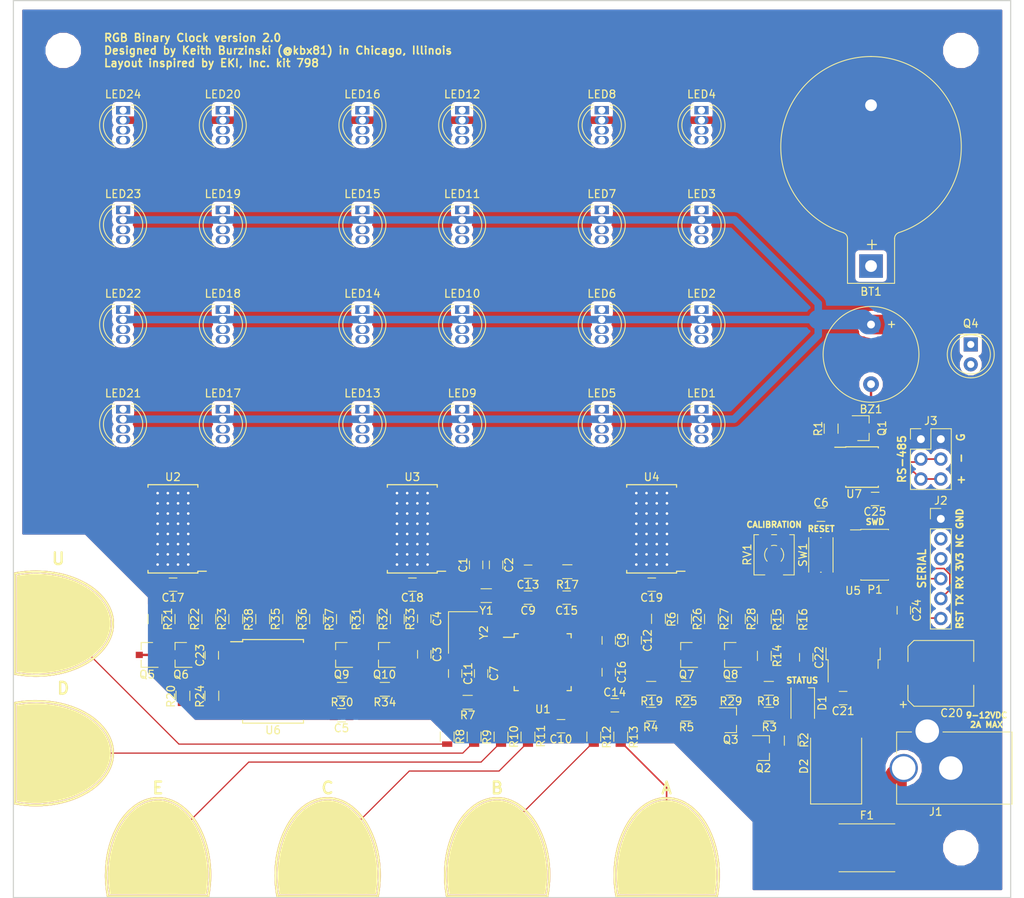
<source format=kicad_pcb>
(kicad_pcb (version 4) (host pcbnew 4.0.7)
  (layers (0 F.Cu signal) (31 B.Cu signal) (34 B.Paste user) (35 F.Paste user) (36 B.SilkS user) (37 F.SilkS user) (38 B.Mask user) (39 F.Mask user) (44 Edge.Cuts user))
  (net 0 "")
  (net 1 GND)
  (net 2 +BATT)
  (net 3 +9V)
  (net 4 "Net-(BZ1-Pad2)")
  (net 5 NRST)
  (net 6 "Net-(C3-Pad2)")
  (net 7 "Net-(C4-Pad2)")
  (net 8 +3V3)
  (net 9 "Net-(D1-Pad4)")
  (net 10 "Net-(D1-Pad3)")
  (net 11 "Net-(D2-Pad1)")
  (net 12 "Net-(F1-Pad2)")
  (net 13 "Net-(J3-Pad3)")
  (net 14 LED1_R)
  (net 15 LED1_G)
  (net 16 LED1_B)
  (net 17 LED2_R)
  (net 18 LED2_G)
  (net 19 LED2_B)
  (net 20 LED3_R)
  (net 21 LED3_G)
  (net 22 LED3_B)
  (net 23 LED4_R)
  (net 24 LED4_G)
  (net 25 LED4_B)
  (net 26 LED5_R)
  (net 27 LED5_G)
  (net 28 LED5_B)
  (net 29 LED6_R)
  (net 30 LED6_G)
  (net 31 LED6_B)
  (net 32 LED7_R)
  (net 33 LED7_G)
  (net 34 LED7_B)
  (net 35 LED8_R)
  (net 36 LED8_G)
  (net 37 LED8_B)
  (net 38 LED9_R)
  (net 39 LED9_G)
  (net 40 LED9_B)
  (net 41 LED10_R)
  (net 42 LED10_G)
  (net 43 LED10_B)
  (net 44 LED11_R)
  (net 45 LED11_G)
  (net 46 LED11_B)
  (net 47 LED12_R)
  (net 48 LED12_G)
  (net 49 LED12_B)
  (net 50 LED13_R)
  (net 51 LED13_G)
  (net 52 LED13_B)
  (net 53 LED14_R)
  (net 54 LED14_G)
  (net 55 LED14_B)
  (net 56 LED15_R)
  (net 57 LED15_G)
  (net 58 LED15_B)
  (net 59 LED16_R)
  (net 60 LED16_G)
  (net 61 LED16_B)
  (net 62 LED17_R)
  (net 63 LED17_G)
  (net 64 LED17_B)
  (net 65 LED18_R)
  (net 66 LED18_G)
  (net 67 LED18_B)
  (net 68 LED19_R)
  (net 69 LED19_G)
  (net 70 LED19_B)
  (net 71 LED20_R)
  (net 72 LED20_G)
  (net 73 LED20_B)
  (net 74 LED21_R)
  (net 75 LED21_G)
  (net 76 LED21_B)
  (net 77 LED22_R)
  (net 78 LED22_G)
  (net 79 LED22_B)
  (net 80 LED23_R)
  (net 81 LED23_G)
  (net 82 LED23_B)
  (net 83 LED24_R)
  (net 84 LED24_G)
  (net 85 LED24_B)
  (net 86 SWDIO)
  (net 87 SWCLK)
  (net 88 /MCU/USART1_TX)
  (net 89 BOOT0)
  (net 90 /MCU/USART1_RX)
  (net 91 BEEP)
  (net 92 LED1)
  (net 93 "Net-(Q2-Pad3)")
  (net 94 LED0)
  (net 95 "Net-(Q3-Pad3)")
  (net 96 "Net-(Q5-Pad1)")
  (net 97 "Net-(Q5-Pad2)")
  (net 98 "Net-(Q6-Pad1)")
  (net 99 "Net-(Q6-Pad2)")
  (net 100 "Net-(Q7-Pad1)")
  (net 101 "Net-(Q7-Pad2)")
  (net 102 "Net-(Q8-Pad1)")
  (net 103 "Net-(Q8-Pad2)")
  (net 104 "Net-(Q9-Pad1)")
  (net 105 "Net-(Q9-Pad2)")
  (net 106 "Net-(Q10-Pad1)")
  (net 107 "Net-(Q10-Pad2)")
  (net 108 CURRENT_HIGH)
  (net 109 CURRENT_LOW)
  (net 110 BLANK)
  (net 111 IREF3)
  (net 112 /MCU/RTC_REF)
  (net 113 /MCU/USART2_MODE)
  (net 114 /MCU/USART2_TX)
  (net 115 /MCU/USART2_RX)
  (net 116 /MCU/I2C1_SCL)
  (net 117 /MCU/I2C1_SDA)
  (net 118 SPI_SCK)
  (net 119 SPI_MOSI)
  (net 120 SOUT1_SIN2)
  (net 121 SOUT2_SIN3)
  (net 122 SPI_MISO)
  (net 123 "Net-(J3-Pad5)")
  (net 124 "Net-(R9-Pad2)")
  (net 125 "Net-(R10-Pad2)")
  (net 126 "Net-(R11-Pad2)")
  (net 127 "Net-(R12-Pad2)")
  (net 128 G3_CS)
  (net 129 G5_CS)
  (net 130 G6_CS)
  (net 131 ADC_IN)
  (net 132 "Net-(R8-Pad2)")
  (net 133 "Net-(R21-Pad2)")
  (net 134 "Net-(R31-Pad2)")
  (net 135 "Net-(R35-Pad2)")
  (net 136 SPI_NSS)
  (net 137 "Net-(C1-Pad2)")
  (net 138 "Net-(C2-Pad2)")
  (net 139 G3_K2)
  (net 140 G3_K3)
  (net 141 G5_K2)
  (net 142 G5_K3)
  (net 143 G6_K2)
  (net 144 G6_K3)
  (net 145 "Net-(R13-Pad2)")
  (net 146 "Net-(C24-Pad1)")
  (module kbxCustoms:BARREL_JACK (layer F.Cu) (at 207.36 130.81 180)
    (fp_text reference J1 (at -4.0782 -5.5612 360) (layer F.SilkS))
    (fp_text value Jack-DC)
    (pad 1 thru_hole circle (at 0 0 180) (size 3.6 3.6) (drill 3) (layers *.Cu *.Mask) (net 12 "Net-(F1-Pad2)"))
    (pad 2 thru_hole circle (at -6 0 180) (size 3.6 3.6) (drill 3) (layers *.Cu *.Mask) (net 1 GND))
    (pad 3 thru_hole circle (at -3 4.7 180) (size 3.6 3.6) (drill 3) (layers *.Cu *.Mask) (net 1 GND))
  )
  (module Fuse_Holders_and_Fuses:Fuse_SMD2920 (layer F.Cu) (at 202.675 140.97)
    (fp_text reference F1 (at 0 -4.13) (layer F.SilkS))
    (fp_text value ~2A)
    (pad 1 smd rect (at -3.7 0 90) (size 5.6 2.3) (layers F.Cu F.Paste F.Mask) (net 11 "Net-(D2-Pad1)"))
    (pad 2 smd rect (at 3.7 0 90) (size 5.6 2.3) (layers F.Cu F.Paste F.Mask) (net 12 "Net-(F1-Pad2)"))
  )
  (module Battery_Holders:Keystone_103_1x20mm-CoinCell (layer F.Cu) (at 203.2 66.845 90)
    (fp_text reference BT1 (at -3.259 0 180) (layer F.SilkS))
    (fp_text value CR2032)
    (fp_text user + (at 2.75 0 90) (layer F.SilkS) (effects (font (size 1.5 1.5))))
    (pad 2 thru_hole circle (at 20.49 0 90) (size 3 3) (drill 1.5) (layers *.Cu *.Mask) (net 1 GND))
    (pad 1 thru_hole rect (at 0 0 90) (size 3 3) (drill 1.5) (layers *.Cu *.Mask) (net 2 +BATT))
  )
  (module Buzzers_Beepers:Buzzer_12x9.5RM7.6 (layer F.Cu) (at 203.2 74.295 270)
    (fp_text reference BZ1 (at 10.795 0 360) (layer F.SilkS))
    (fp_text value Buzzer)
    (fp_text user + (at -0.01 -2.54 270) (layer F.SilkS))
    (pad 1 thru_hole rect (at 0 0 270) (size 2 2) (drill 1) (layers *.Cu *.Mask) (net 3 +9V))
    (pad 2 thru_hole circle (at 7.6 0 270) (size 2 2) (drill 1) (layers *.Cu *.Mask) (net 4 "Net-(BZ1-Pad2)"))
  )
  (module Capacitors_SMD:C_0805 (layer F.Cu) (at 152.908 104.918 270)
    (fp_text reference C1 (at 0.016 1.651 270) (layer F.SilkS))
    (fp_text value "12.5 pF")
    (pad 1 smd rect (at -1 0 270) (size 1 1.25) (layers F.Cu F.Paste F.Mask) (net 1 GND))
    (pad 2 smd rect (at 1 0 270) (size 1 1.25) (layers F.Cu F.Paste F.Mask) (net 137 "Net-(C1-Pad2)"))
  )
  (module Capacitors_SMD:C_0805 (layer F.Cu) (at 155.448 104.918 270)
    (fp_text reference C2 (at 0.016 -1.651 270) (layer F.SilkS))
    (fp_text value "12.5 pF")
    (pad 1 smd rect (at -1 0 270) (size 1 1.25) (layers F.Cu F.Paste F.Mask) (net 1 GND))
    (pad 2 smd rect (at 1 0 270) (size 1 1.25) (layers F.Cu F.Paste F.Mask) (net 138 "Net-(C2-Pad2)"))
  )
  (module Capacitors_SMD:C_0805 (layer F.Cu) (at 146.304 116.316 90)
    (fp_text reference C3 (at -0.016 1.651 90) (layer F.SilkS))
    (fp_text value "10 pF")
    (pad 1 smd rect (at -1 0 90) (size 1 1.25) (layers F.Cu F.Paste F.Mask) (net 1 GND))
    (pad 2 smd rect (at 1 0 90) (size 1 1.25) (layers F.Cu F.Paste F.Mask) (net 6 "Net-(C3-Pad2)"))
  )
  (module Capacitors_SMD:C_0805 (layer F.Cu) (at 146.304 111.776 270)
    (fp_text reference C4 (at 0 -1.651 270) (layer F.SilkS))
    (fp_text value "10 pF")
    (pad 1 smd rect (at -1 0 270) (size 1 1.25) (layers F.Cu F.Paste F.Mask) (net 1 GND))
    (pad 2 smd rect (at 1 0 270) (size 1 1.25) (layers F.Cu F.Paste F.Mask) (net 7 "Net-(C4-Pad2)"))
  )
  (module Capacitors_SMD:C_0805 (layer F.Cu) (at 135.779 124.079)
    (fp_text reference C5 (at -0.016 1.651) (layer F.SilkS))
    (fp_text value "100 nF")
    (pad 1 smd rect (at -1 0) (size 1 1.25) (layers F.Cu F.Paste F.Mask) (net 1 GND))
    (pad 2 smd rect (at 1 0) (size 1 1.25) (layers F.Cu F.Paste F.Mask) (net 2 +BATT))
  )
  (module Capacitors_SMD:C_0805 (layer F.Cu) (at 196.8172 98.5252 180)
    (fp_text reference C6 (at -0.016 1.524 180) (layer F.SilkS))
    (fp_text value "100 nF")
    (pad 1 smd rect (at -1 0 180) (size 1 1.25) (layers F.Cu F.Paste F.Mask) (net 1 GND))
    (pad 2 smd rect (at 1 0 180) (size 1 1.25) (layers F.Cu F.Paste F.Mask) (net 5 NRST))
  )
  (module Capacitors_SMD:C_0805 (layer F.Cu) (at 153.543 118.761 90)
    (fp_text reference C7 (at 0 1.651 90) (layer F.SilkS))
    (fp_text value "10 nF")
    (pad 1 smd rect (at -1 0 90) (size 1 1.25) (layers F.Cu F.Paste F.Mask) (net 8 +3V3))
    (pad 2 smd rect (at 1 0 90) (size 1 1.25) (layers F.Cu F.Paste F.Mask) (net 1 GND))
  )
  (module Capacitors_SMD:C_0805 (layer F.Cu) (at 169.799 114.538 270)
    (fp_text reference C8 (at 0 -1.651 270) (layer F.SilkS))
    (fp_text value "100 nF")
    (pad 1 smd rect (at -1 0 270) (size 1 1.25) (layers F.Cu F.Paste F.Mask) (net 8 +3V3))
    (pad 2 smd rect (at 1 0 270) (size 1 1.25) (layers F.Cu F.Paste F.Mask) (net 1 GND))
  )
  (module Capacitors_SMD:C_0805 (layer F.Cu) (at 159.528 109.093)
    (fp_text reference C9 (at 0 1.651) (layer F.SilkS))
    (fp_text value "100 nF")
    (pad 1 smd rect (at -1 0) (size 1 1.25) (layers F.Cu F.Paste F.Mask) (net 8 +3V3))
    (pad 2 smd rect (at 1 0) (size 1 1.25) (layers F.Cu F.Paste F.Mask) (net 1 GND))
  )
  (module Capacitors_SMD:C_0805 (layer F.Cu) (at 163.719 125.476 180)
    (fp_text reference C10 (at 0.016 -1.651 180) (layer F.SilkS))
    (fp_text value "100 nF")
    (pad 1 smd rect (at -1 0 180) (size 1 1.25) (layers F.Cu F.Paste F.Mask) (net 8 +3V3))
    (pad 2 smd rect (at 1 0 180) (size 1 1.25) (layers F.Cu F.Paste F.Mask) (net 1 GND))
  )
  (module Capacitors_SMD:C_0805 (layer F.Cu) (at 150.241 118.761 90)
    (fp_text reference C11 (at -0.016 1.651 90) (layer F.SilkS))
    (fp_text value "1 µF")
    (pad 1 smd rect (at -1 0 90) (size 1 1.25) (layers F.Cu F.Paste F.Mask) (net 8 +3V3))
    (pad 2 smd rect (at 1 0 90) (size 1 1.25) (layers F.Cu F.Paste F.Mask) (net 1 GND))
  )
  (module Capacitors_SMD:C_0805 (layer F.Cu) (at 173.101 114.538 270)
    (fp_text reference C12 (at 0.016 -1.651 270) (layer F.SilkS))
    (fp_text value "4.7 µF")
    (pad 1 smd rect (at -1 0 270) (size 1 1.25) (layers F.Cu F.Paste F.Mask) (net 8 +3V3))
    (pad 2 smd rect (at 1 0 270) (size 1 1.25) (layers F.Cu F.Paste F.Mask) (net 1 GND))
  )
  (module Capacitors_SMD:C_0805 (layer F.Cu) (at 159.528 105.791)
    (fp_text reference C13 (at -0.016 1.651) (layer F.SilkS))
    (fp_text value "4.7 µF")
    (pad 1 smd rect (at -1 0) (size 1 1.25) (layers F.Cu F.Paste F.Mask) (net 8 +3V3))
    (pad 2 smd rect (at 1 0) (size 1 1.25) (layers F.Cu F.Paste F.Mask) (net 1 GND))
  )
  (module Capacitors_SMD:C_0805 (layer F.Cu) (at 170.577 122.809)
    (fp_text reference C14 (at -0.016 -1.651) (layer F.SilkS))
    (fp_text value "47 nF")
    (pad 1 smd rect (at -1 0) (size 1 1.25) (layers F.Cu F.Paste F.Mask) (net 128 G3_CS))
    (pad 2 smd rect (at 1 0) (size 1 1.25) (layers F.Cu F.Paste F.Mask) (net 1 GND))
  )
  (module Capacitors_SMD:C_0805 (layer F.Cu) (at 164.449 109.093)
    (fp_text reference C15 (at -0.016 1.651) (layer F.SilkS))
    (fp_text value "47 nF")
    (pad 1 smd rect (at -1 0) (size 1 1.25) (layers F.Cu F.Paste F.Mask) (net 129 G5_CS))
    (pad 2 smd rect (at 1 0) (size 1 1.25) (layers F.Cu F.Paste F.Mask) (net 1 GND))
  )
  (module Capacitors_SMD:C_0805 (layer F.Cu) (at 169.799 118.602 90)
    (fp_text reference C16 (at 0.016 1.651 90) (layer F.SilkS))
    (fp_text value "47 nF")
    (pad 1 smd rect (at -1 0 90) (size 1 1.25) (layers F.Cu F.Paste F.Mask) (net 130 G6_CS))
    (pad 2 smd rect (at 1 0 90) (size 1 1.25) (layers F.Cu F.Paste F.Mask) (net 1 GND))
  )
  (module Capacitors_SMD:C_0805 (layer F.Cu) (at 144.796 107.442)
    (fp_text reference C18 (at -0.016 1.651) (layer F.SilkS))
    (fp_text value "100 nF")
    (pad 1 smd rect (at -1 0) (size 1 1.25) (layers F.Cu F.Paste F.Mask) (net 8 +3V3))
    (pad 2 smd rect (at 1 0) (size 1 1.25) (layers F.Cu F.Paste F.Mask) (net 1 GND))
  )
  (module Capacitors_SMD:C_0805 (layer F.Cu) (at 175.276 107.442)
    (fp_text reference C19 (at -0.016 1.651) (layer F.SilkS))
    (fp_text value "100 nF")
    (pad 1 smd rect (at -1 0) (size 1 1.25) (layers F.Cu F.Paste F.Mask) (net 8 +3V3))
    (pad 2 smd rect (at 1 0) (size 1 1.25) (layers F.Cu F.Paste F.Mask) (net 1 GND))
  )
  (module LEDs:LED_Cree-PLCC4_3.2x2.8mm_CCW (layer F.Cu) (at 194.502 122.535 270)
    (fp_text reference D1 (at 0 -2.478 270) (layer F.SilkS))
    (fp_text value LED_Dual_AACC)
    (pad 1 smd rect (at -1.25 -0.7 270) (size 1 0.8) (layers F.Cu F.Paste F.Mask) (net 3 +9V))
    (pad 4 smd rect (at 1.25 -0.7 270) (size 1 0.8) (layers F.Cu F.Paste F.Mask) (net 9 "Net-(D1-Pad4)"))
    (pad 3 smd rect (at 1.25 0.7 270) (size 1 0.8) (layers F.Cu F.Paste F.Mask) (net 10 "Net-(D1-Pad3)"))
    (pad 2 smd rect (at -1.25 0.7 270) (size 1 0.8) (layers F.Cu F.Paste F.Mask) (net 3 +9V))
  )
  (module Diodes_SMD:D_SMC (layer F.Cu) (at 198.755 130.585 90)
    (fp_text reference D2 (at 0 -4.1 90) (layer F.SilkS))
    (fp_text value S3A)
    (pad 1 smd rect (at -3.4 0 180) (size 3.3 2.5) (layers F.Cu F.Paste F.Mask) (net 11 "Net-(D2-Pad1)"))
    (pad 2 smd rect (at 3.4 0 180) (size 3.3 2.5) (layers F.Cu F.Paste F.Mask) (net 3 +9V))
  )
  (module Pin_Headers:Pin_Header_Straight_1x06_Pitch2.54mm (layer F.Cu) (at 212.09 99.06)
    (fp_text reference J2 (at 0 -2.33) (layer F.SilkS))
    (fp_text value Conn_01x06)
    (pad 1 thru_hole rect (at 0 0) (size 1.7 1.7) (drill 1) (layers *.Cu *.Mask) (net 1 GND))
    (pad 2 thru_hole oval (at 0 2.54) (size 1.7 1.7) (drill 1) (layers *.Cu *.Mask))
    (pad 3 thru_hole oval (at 0 5.08) (size 1.7 1.7) (drill 1) (layers *.Cu *.Mask) (net 8 +3V3))
    (pad 4 thru_hole oval (at 0 7.62) (size 1.7 1.7) (drill 1) (layers *.Cu *.Mask) (net 90 /MCU/USART1_RX))
    (pad 5 thru_hole oval (at 0 10.16) (size 1.7 1.7) (drill 1) (layers *.Cu *.Mask) (net 88 /MCU/USART1_TX))
    (pad 6 thru_hole oval (at 0 12.7) (size 1.7 1.7) (drill 1) (layers *.Cu *.Mask) (net 146 "Net-(C24-Pad1)"))
  )
  (module LEDs:LED_D5.0mm-4 (layer F.Cu) (at 181.61 85.09 270)
    (fp_text reference LED1 (at -2.032 0 360) (layer F.SilkS))
    (fp_text value LED_RGB_COMMON_ANODE)
    (pad 1 thru_hole rect (at 0 0 270) (size 1.07 1.8) (drill 0.9) (layers *.Cu *.Mask) (net 14 LED1_R))
    (pad 2 thru_hole oval (at 1.27 0 270) (size 1.07 1.8) (drill 0.9) (layers *.Cu *.Mask) (net 3 +9V))
    (pad 3 thru_hole oval (at 2.54 0 270) (size 1.07 1.8) (drill 0.9) (layers *.Cu *.Mask) (net 15 LED1_G))
    (pad 4 thru_hole oval (at 3.81 0 270) (size 1.07 1.8) (drill 0.9) (layers *.Cu *.Mask) (net 16 LED1_B))
  )
  (module LEDs:LED_D5.0mm-4 (layer F.Cu) (at 181.61 72.39 270)
    (fp_text reference LED2 (at -2.032 0 360) (layer F.SilkS))
    (fp_text value LED_RGB_COMMON_ANODE)
    (pad 1 thru_hole rect (at 0 0 270) (size 1.07 1.8) (drill 0.9) (layers *.Cu *.Mask) (net 17 LED2_R))
    (pad 2 thru_hole oval (at 1.27 0 270) (size 1.07 1.8) (drill 0.9) (layers *.Cu *.Mask) (net 3 +9V))
    (pad 3 thru_hole oval (at 2.54 0 270) (size 1.07 1.8) (drill 0.9) (layers *.Cu *.Mask) (net 18 LED2_G))
    (pad 4 thru_hole oval (at 3.81 0 270) (size 1.07 1.8) (drill 0.9) (layers *.Cu *.Mask) (net 19 LED2_B))
  )
  (module LEDs:LED_D5.0mm-4 (layer F.Cu) (at 181.61 59.69 270)
    (fp_text reference LED3 (at -2.032 0 360) (layer F.SilkS))
    (fp_text value LED_RGB_COMMON_ANODE)
    (pad 1 thru_hole rect (at 0 0 270) (size 1.07 1.8) (drill 0.9) (layers *.Cu *.Mask) (net 20 LED3_R))
    (pad 2 thru_hole oval (at 1.27 0 270) (size 1.07 1.8) (drill 0.9) (layers *.Cu *.Mask) (net 3 +9V))
    (pad 3 thru_hole oval (at 2.54 0 270) (size 1.07 1.8) (drill 0.9) (layers *.Cu *.Mask) (net 21 LED3_G))
    (pad 4 thru_hole oval (at 3.81 0 270) (size 1.07 1.8) (drill 0.9) (layers *.Cu *.Mask) (net 22 LED3_B))
  )
  (module LEDs:LED_D5.0mm-4 (layer F.Cu) (at 181.61 46.99 270)
    (fp_text reference LED4 (at -2.032 0 360) (layer F.SilkS))
    (fp_text value LED_RGB_COMMON_ANODE)
    (pad 1 thru_hole rect (at 0 0 270) (size 1.07 1.8) (drill 0.9) (layers *.Cu *.Mask) (net 23 LED4_R))
    (pad 2 thru_hole oval (at 1.27 0 270) (size 1.07 1.8) (drill 0.9) (layers *.Cu *.Mask) (net 3 +9V))
    (pad 3 thru_hole oval (at 2.54 0 270) (size 1.07 1.8) (drill 0.9) (layers *.Cu *.Mask) (net 24 LED4_G))
    (pad 4 thru_hole oval (at 3.81 0 270) (size 1.07 1.8) (drill 0.9) (layers *.Cu *.Mask) (net 25 LED4_B))
  )
  (module LEDs:LED_D5.0mm-4 (layer F.Cu) (at 168.91 85.09 270)
    (fp_text reference LED5 (at -2.032 0 360) (layer F.SilkS))
    (fp_text value LED_RGB_COMMON_ANODE)
    (pad 1 thru_hole rect (at 0 0 270) (size 1.07 1.8) (drill 0.9) (layers *.Cu *.Mask) (net 26 LED5_R))
    (pad 2 thru_hole oval (at 1.27 0 270) (size 1.07 1.8) (drill 0.9) (layers *.Cu *.Mask) (net 3 +9V))
    (pad 3 thru_hole oval (at 2.54 0 270) (size 1.07 1.8) (drill 0.9) (layers *.Cu *.Mask) (net 27 LED5_G))
    (pad 4 thru_hole oval (at 3.81 0 270) (size 1.07 1.8) (drill 0.9) (layers *.Cu *.Mask) (net 28 LED5_B))
  )
  (module LEDs:LED_D5.0mm-4 (layer F.Cu) (at 168.91 72.39 270)
    (fp_text reference LED6 (at -2.032 0 360) (layer F.SilkS))
    (fp_text value LED_RGB_COMMON_ANODE)
    (pad 1 thru_hole rect (at 0 0 270) (size 1.07 1.8) (drill 0.9) (layers *.Cu *.Mask) (net 29 LED6_R))
    (pad 2 thru_hole oval (at 1.27 0 270) (size 1.07 1.8) (drill 0.9) (layers *.Cu *.Mask) (net 3 +9V))
    (pad 3 thru_hole oval (at 2.54 0 270) (size 1.07 1.8) (drill 0.9) (layers *.Cu *.Mask) (net 30 LED6_G))
    (pad 4 thru_hole oval (at 3.81 0 270) (size 1.07 1.8) (drill 0.9) (layers *.Cu *.Mask) (net 31 LED6_B))
  )
  (module LEDs:LED_D5.0mm-4 (layer F.Cu) (at 168.91 59.69 270)
    (fp_text reference LED7 (at -2.032 0 360) (layer F.SilkS))
    (fp_text value LED_RGB_COMMON_ANODE)
    (pad 1 thru_hole rect (at 0 0 270) (size 1.07 1.8) (drill 0.9) (layers *.Cu *.Mask) (net 32 LED7_R))
    (pad 2 thru_hole oval (at 1.27 0 270) (size 1.07 1.8) (drill 0.9) (layers *.Cu *.Mask) (net 3 +9V))
    (pad 3 thru_hole oval (at 2.54 0 270) (size 1.07 1.8) (drill 0.9) (layers *.Cu *.Mask) (net 33 LED7_G))
    (pad 4 thru_hole oval (at 3.81 0 270) (size 1.07 1.8) (drill 0.9) (layers *.Cu *.Mask) (net 34 LED7_B))
  )
  (module LEDs:LED_D5.0mm-4 (layer F.Cu) (at 168.91 46.99 270)
    (fp_text reference LED8 (at -2.032 0 360) (layer F.SilkS))
    (fp_text value LED_RGB_COMMON_ANODE)
    (pad 1 thru_hole rect (at 0 0 270) (size 1.07 1.8) (drill 0.9) (layers *.Cu *.Mask) (net 35 LED8_R))
    (pad 2 thru_hole oval (at 1.27 0 270) (size 1.07 1.8) (drill 0.9) (layers *.Cu *.Mask) (net 3 +9V))
    (pad 3 thru_hole oval (at 2.54 0 270) (size 1.07 1.8) (drill 0.9) (layers *.Cu *.Mask) (net 36 LED8_G))
    (pad 4 thru_hole oval (at 3.81 0 270) (size 1.07 1.8) (drill 0.9) (layers *.Cu *.Mask) (net 37 LED8_B))
  )
  (module LEDs:LED_D5.0mm-4 (layer F.Cu) (at 151.13 85.09 270)
    (fp_text reference LED9 (at -2.032 0 360) (layer F.SilkS))
    (fp_text value LED_RGB_COMMON_ANODE)
    (pad 1 thru_hole rect (at 0 0 270) (size 1.07 1.8) (drill 0.9) (layers *.Cu *.Mask) (net 38 LED9_R))
    (pad 2 thru_hole oval (at 1.27 0 270) (size 1.07 1.8) (drill 0.9) (layers *.Cu *.Mask) (net 3 +9V))
    (pad 3 thru_hole oval (at 2.54 0 270) (size 1.07 1.8) (drill 0.9) (layers *.Cu *.Mask) (net 39 LED9_G))
    (pad 4 thru_hole oval (at 3.81 0 270) (size 1.07 1.8) (drill 0.9) (layers *.Cu *.Mask) (net 40 LED9_B))
  )
  (module LEDs:LED_D5.0mm-4 (layer F.Cu) (at 151.13 72.39 270)
    (fp_text reference LED10 (at -2.032 0 360) (layer F.SilkS))
    (fp_text value LED_RGB_COMMON_ANODE)
    (pad 1 thru_hole rect (at 0 0 270) (size 1.07 1.8) (drill 0.9) (layers *.Cu *.Mask) (net 41 LED10_R))
    (pad 2 thru_hole oval (at 1.27 0 270) (size 1.07 1.8) (drill 0.9) (layers *.Cu *.Mask) (net 3 +9V))
    (pad 3 thru_hole oval (at 2.54 0 270) (size 1.07 1.8) (drill 0.9) (layers *.Cu *.Mask) (net 42 LED10_G))
    (pad 4 thru_hole oval (at 3.81 0 270) (size 1.07 1.8) (drill 0.9) (layers *.Cu *.Mask) (net 43 LED10_B))
  )
  (module LEDs:LED_D5.0mm-4 (layer F.Cu) (at 151.13 59.69 270)
    (fp_text reference LED11 (at -2.032 0 360) (layer F.SilkS))
    (fp_text value LED_RGB_COMMON_ANODE)
    (pad 1 thru_hole rect (at 0 0 270) (size 1.07 1.8) (drill 0.9) (layers *.Cu *.Mask) (net 44 LED11_R))
    (pad 2 thru_hole oval (at 1.27 0 270) (size 1.07 1.8) (drill 0.9) (layers *.Cu *.Mask) (net 3 +9V))
    (pad 3 thru_hole oval (at 2.54 0 270) (size 1.07 1.8) (drill 0.9) (layers *.Cu *.Mask) (net 45 LED11_G))
    (pad 4 thru_hole oval (at 3.81 0 270) (size 1.07 1.8) (drill 0.9) (layers *.Cu *.Mask) (net 46 LED11_B))
  )
  (module LEDs:LED_D5.0mm-4 (layer F.Cu) (at 151.13 46.99 270)
    (fp_text reference LED12 (at -2.032 0 360) (layer F.SilkS))
    (fp_text value LED_RGB_COMMON_ANODE)
    (pad 1 thru_hole rect (at 0 0 270) (size 1.07 1.8) (drill 0.9) (layers *.Cu *.Mask) (net 47 LED12_R))
    (pad 2 thru_hole oval (at 1.27 0 270) (size 1.07 1.8) (drill 0.9) (layers *.Cu *.Mask) (net 3 +9V))
    (pad 3 thru_hole oval (at 2.54 0 270) (size 1.07 1.8) (drill 0.9) (layers *.Cu *.Mask) (net 48 LED12_G))
    (pad 4 thru_hole oval (at 3.81 0 270) (size 1.07 1.8) (drill 0.9) (layers *.Cu *.Mask) (net 49 LED12_B))
  )
  (module LEDs:LED_D5.0mm-4 (layer F.Cu) (at 138.43 85.09 270)
    (fp_text reference LED13 (at -2.032 0 360) (layer F.SilkS))
    (fp_text value LED_RGB_COMMON_ANODE)
    (pad 1 thru_hole rect (at 0 0 270) (size 1.07 1.8) (drill 0.9) (layers *.Cu *.Mask) (net 50 LED13_R))
    (pad 2 thru_hole oval (at 1.27 0 270) (size 1.07 1.8) (drill 0.9) (layers *.Cu *.Mask) (net 3 +9V))
    (pad 3 thru_hole oval (at 2.54 0 270) (size 1.07 1.8) (drill 0.9) (layers *.Cu *.Mask) (net 51 LED13_G))
    (pad 4 thru_hole oval (at 3.81 0 270) (size 1.07 1.8) (drill 0.9) (layers *.Cu *.Mask) (net 52 LED13_B))
  )
  (module LEDs:LED_D5.0mm-4 (layer F.Cu) (at 138.43 72.39 270)
    (fp_text reference LED14 (at -2.032 0 360) (layer F.SilkS))
    (fp_text value LED_RGB_COMMON_ANODE)
    (pad 1 thru_hole rect (at 0 0 270) (size 1.07 1.8) (drill 0.9) (layers *.Cu *.Mask) (net 53 LED14_R))
    (pad 2 thru_hole oval (at 1.27 0 270) (size 1.07 1.8) (drill 0.9) (layers *.Cu *.Mask) (net 3 +9V))
    (pad 3 thru_hole oval (at 2.54 0 270) (size 1.07 1.8) (drill 0.9) (layers *.Cu *.Mask) (net 54 LED14_G))
    (pad 4 thru_hole oval (at 3.81 0 270) (size 1.07 1.8) (drill 0.9) (layers *.Cu *.Mask) (net 55 LED14_B))
  )
  (module LEDs:LED_D5.0mm-4 (layer F.Cu) (at 138.43 59.69 270)
    (fp_text reference LED15 (at -2.032 0 360) (layer F.SilkS))
    (fp_text value LED_RGB_COMMON_ANODE)
    (pad 1 thru_hole rect (at 0 0 270) (size 1.07 1.8) (drill 0.9) (layers *.Cu *.Mask) (net 56 LED15_R))
    (pad 2 thru_hole oval (at 1.27 0 270) (size 1.07 1.8) (drill 0.9) (layers *.Cu *.Mask) (net 3 +9V))
    (pad 3 thru_hole oval (at 2.54 0 270) (size 1.07 1.8) (drill 0.9) (layers *.Cu *.Mask) (net 57 LED15_G))
    (pad 4 thru_hole oval (at 3.81 0 270) (size 1.07 1.8) (drill 0.9) (layers *.Cu *.Mask) (net 58 LED15_B))
  )
  (module LEDs:LED_D5.0mm-4 (layer F.Cu) (at 138.43 46.99 270)
    (fp_text reference LED16 (at -2.032 0 360) (layer F.SilkS))
    (fp_text value LED_RGB_COMMON_ANODE)
    (pad 1 thru_hole rect (at 0 0 270) (size 1.07 1.8) (drill 0.9) (layers *.Cu *.Mask) (net 59 LED16_R))
    (pad 2 thru_hole oval (at 1.27 0 270) (size 1.07 1.8) (drill 0.9) (layers *.Cu *.Mask) (net 3 +9V))
    (pad 3 thru_hole oval (at 2.54 0 270) (size 1.07 1.8) (drill 0.9) (layers *.Cu *.Mask) (net 60 LED16_G))
    (pad 4 thru_hole oval (at 3.81 0 270) (size 1.07 1.8) (drill 0.9) (layers *.Cu *.Mask) (net 61 LED16_B))
  )
  (module LEDs:LED_D5.0mm-4 (layer F.Cu) (at 120.65 85.09 270)
    (fp_text reference LED17 (at -2.032 0 360) (layer F.SilkS))
    (fp_text value LED_RGB_COMMON_ANODE)
    (pad 1 thru_hole rect (at 0 0 270) (size 1.07 1.8) (drill 0.9) (layers *.Cu *.Mask) (net 62 LED17_R))
    (pad 2 thru_hole oval (at 1.27 0 270) (size 1.07 1.8) (drill 0.9) (layers *.Cu *.Mask) (net 3 +9V))
    (pad 3 thru_hole oval (at 2.54 0 270) (size 1.07 1.8) (drill 0.9) (layers *.Cu *.Mask) (net 63 LED17_G))
    (pad 4 thru_hole oval (at 3.81 0 270) (size 1.07 1.8) (drill 0.9) (layers *.Cu *.Mask) (net 64 LED17_B))
  )
  (module LEDs:LED_D5.0mm-4 (layer F.Cu) (at 120.65 72.39 270)
    (fp_text reference LED18 (at -2.032 0 360) (layer F.SilkS))
    (fp_text value LED_RGB_COMMON_ANODE)
    (pad 1 thru_hole rect (at 0 0 270) (size 1.07 1.8) (drill 0.9) (layers *.Cu *.Mask) (net 65 LED18_R))
    (pad 2 thru_hole oval (at 1.27 0 270) (size 1.07 1.8) (drill 0.9) (layers *.Cu *.Mask) (net 3 +9V))
    (pad 3 thru_hole oval (at 2.54 0 270) (size 1.07 1.8) (drill 0.9) (layers *.Cu *.Mask) (net 66 LED18_G))
    (pad 4 thru_hole oval (at 3.81 0 270) (size 1.07 1.8) (drill 0.9) (layers *.Cu *.Mask) (net 67 LED18_B))
  )
  (module LEDs:LED_D5.0mm-4 (layer F.Cu) (at 120.65 59.69 270)
    (fp_text reference LED19 (at -2.032 0 360) (layer F.SilkS))
    (fp_text value LED_RGB_COMMON_ANODE)
    (pad 1 thru_hole rect (at 0 0 270) (size 1.07 1.8) (drill 0.9) (layers *.Cu *.Mask) (net 68 LED19_R))
    (pad 2 thru_hole oval (at 1.27 0 270) (size 1.07 1.8) (drill 0.9) (layers *.Cu *.Mask) (net 3 +9V))
    (pad 3 thru_hole oval (at 2.54 0 270) (size 1.07 1.8) (drill 0.9) (layers *.Cu *.Mask) (net 69 LED19_G))
    (pad 4 thru_hole oval (at 3.81 0 270) (size 1.07 1.8) (drill 0.9) (layers *.Cu *.Mask) (net 70 LED19_B))
  )
  (module LEDs:LED_D5.0mm-4 (layer F.Cu) (at 120.65 46.99 270)
    (fp_text reference LED20 (at -2.032 0 360) (layer F.SilkS))
    (fp_text value LED_RGB_COMMON_ANODE)
    (pad 1 thru_hole rect (at 0 0 270) (size 1.07 1.8) (drill 0.9) (layers *.Cu *.Mask) (net 71 LED20_R))
    (pad 2 thru_hole oval (at 1.27 0 270) (size 1.07 1.8) (drill 0.9) (layers *.Cu *.Mask) (net 3 +9V))
    (pad 3 thru_hole oval (at 2.54 0 270) (size 1.07 1.8) (drill 0.9) (layers *.Cu *.Mask) (net 72 LED20_G))
    (pad 4 thru_hole oval (at 3.81 0 270) (size 1.07 1.8) (drill 0.9) (layers *.Cu *.Mask) (net 73 LED20_B))
  )
  (module LEDs:LED_D5.0mm-4 (layer F.Cu) (at 107.95 85.09 270)
    (fp_text reference LED21 (at -2.032 0 360) (layer F.SilkS))
    (fp_text value LED_RGB_COMMON_ANODE)
    (pad 1 thru_hole rect (at 0 0 270) (size 1.07 1.8) (drill 0.9) (layers *.Cu *.Mask) (net 74 LED21_R))
    (pad 2 thru_hole oval (at 1.27 0 270) (size 1.07 1.8) (drill 0.9) (layers *.Cu *.Mask) (net 3 +9V))
    (pad 3 thru_hole oval (at 2.54 0 270) (size 1.07 1.8) (drill 0.9) (layers *.Cu *.Mask) (net 75 LED21_G))
    (pad 4 thru_hole oval (at 3.81 0 270) (size 1.07 1.8) (drill 0.9) (layers *.Cu *.Mask) (net 76 LED21_B))
  )
  (module LEDs:LED_D5.0mm-4 (layer F.Cu) (at 107.95 72.39 270)
    (fp_text reference LED22 (at -2.032 0 360) (layer F.SilkS))
    (fp_text value LED_RGB_COMMON_ANODE)
    (pad 1 thru_hole rect (at 0 0 270) (size 1.07 1.8) (drill 0.9) (layers *.Cu *.Mask) (net 77 LED22_R))
    (pad 2 thru_hole oval (at 1.27 0 270) (size 1.07 1.8) (drill 0.9) (layers *.Cu *.Mask) (net 3 +9V))
    (pad 3 thru_hole oval (at 2.54 0 270) (size 1.07 1.8) (drill 0.9) (layers *.Cu *.Mask) (net 78 LED22_G))
    (pad 4 thru_hole oval (at 3.81 0 270) (size 1.07 1.8) (drill 0.9) (layers *.Cu *.Mask) (net 79 LED22_B))
  )
  (module LEDs:LED_D5.0mm-4 (layer F.Cu) (at 107.95 59.69 270)
    (fp_text reference LED23 (at -2.032 0 360) (layer F.SilkS))
    (fp_text value LED_RGB_COMMON_ANODE)
    (pad 1 thru_hole rect (at 0 0 270) (size 1.07 1.8) (drill 0.9) (layers *.Cu *.Mask) (net 80 LED23_R))
    (pad 2 thru_hole oval (at 1.27 0 270) (size 1.07 1.8) (drill 0.9) (layers *.Cu *.Mask) (net 3 +9V))
    (pad 3 thru_hole oval (at 2.54 0 270) (size 1.07 1.8) (drill 0.9) (layers *.Cu *.Mask) (net 81 LED23_G))
    (pad 4 thru_hole oval (at 3.81 0 270) (size 1.07 1.8) (drill 0.9) (layers *.Cu *.Mask) (net 82 LED23_B))
  )
  (module LEDs:LED_D5.0mm-4 (layer F.Cu) (at 107.95 46.99 270)
    (fp_text reference LED24 (at -2.032 0 360) (layer F.SilkS))
    (fp_text value LED_RGB_COMMON_ANODE)
    (pad 1 thru_hole rect (at 0 0 270) (size 1.07 1.8) (drill 0.9) (layers *.Cu *.Mask) (net 83 LED24_R))
    (pad 2 thru_hole oval (at 1.27 0 270) (size 1.07 1.8) (drill 0.9) (layers *.Cu *.Mask) (net 3 +9V))
    (pad 3 thru_hole oval (at 2.54 0 270) (size 1.07 1.8) (drill 0.9) (layers *.Cu *.Mask) (net 84 LED24_G))
    (pad 4 thru_hole oval (at 3.81 0 270) (size 1.07 1.8) (drill 0.9) (layers *.Cu *.Mask) (net 85 LED24_B))
  )
  (module Pin_Headers:Pin_Header_Straight_2x05_Pitch1.27mm_SMD (layer F.Cu) (at 203.663 103.632)
    (fp_text reference P1 (at 0.045 4.445) (layer F.SilkS))
    (fp_text value STM32_SWD_USART)
    (pad 1 smd rect (at -1.95 -2.54) (size 2.4 0.74) (layers F.Cu F.Paste F.Mask) (net 8 +3V3))
    (pad 2 smd rect (at 1.95 -2.54) (size 2.4 0.74) (layers F.Cu F.Paste F.Mask) (net 86 SWDIO))
    (pad 3 smd rect (at -1.95 -1.27) (size 2.4 0.74) (layers F.Cu F.Paste F.Mask) (net 1 GND))
    (pad 4 smd rect (at 1.95 -1.27) (size 2.4 0.74) (layers F.Cu F.Paste F.Mask) (net 87 SWCLK))
    (pad 5 smd rect (at -1.95 0) (size 2.4 0.74) (layers F.Cu F.Paste F.Mask) (net 1 GND))
    (pad 6 smd rect (at 1.95 0) (size 2.4 0.74) (layers F.Cu F.Paste F.Mask) (net 88 /MCU/USART1_TX))
    (pad 7 smd rect (at -1.95 1.27) (size 2.4 0.74) (layers F.Cu F.Paste F.Mask) (net 89 BOOT0))
    (pad 8 smd rect (at 1.95 1.27) (size 2.4 0.74) (layers F.Cu F.Paste F.Mask) (net 90 /MCU/USART1_RX))
    (pad 9 smd rect (at -1.95 2.54) (size 2.4 0.74) (layers F.Cu F.Paste F.Mask))
    (pad 10 smd rect (at 1.95 2.54) (size 2.4 0.74) (layers F.Cu F.Paste F.Mask) (net 5 NRST))
  )
  (module TO_SOT_Packages_SMD:SOT-23 (layer F.Cu) (at 202.2 87.503)
    (fp_text reference Q1 (at 2.397 0 90) (layer F.SilkS))
    (fp_text value 2N7002)
    (pad 1 smd rect (at -1 -0.95) (size 0.9 0.8) (layers F.Cu F.Paste F.Mask) (net 91 BEEP))
    (pad 2 smd rect (at -1 0.95) (size 0.9 0.8) (layers F.Cu F.Paste F.Mask) (net 1 GND))
    (pad 3 smd rect (at 1 0) (size 0.9 0.8) (layers F.Cu F.Paste F.Mask) (net 4 "Net-(BZ1-Pad2)"))
  )
  (module TO_SOT_Packages_SMD:SOT-23 (layer F.Cu) (at 189.5 128.27)
    (fp_text reference Q2 (at -0.016 2.54) (layer F.SilkS))
    (fp_text value 2N7002)
    (pad 1 smd rect (at -1 -0.95) (size 0.9 0.8) (layers F.Cu F.Paste F.Mask) (net 92 LED1))
    (pad 2 smd rect (at -1 0.95) (size 0.9 0.8) (layers F.Cu F.Paste F.Mask) (net 1 GND))
    (pad 3 smd rect (at 1 0) (size 0.9 0.8) (layers F.Cu F.Paste F.Mask) (net 93 "Net-(Q2-Pad3)"))
  )
  (module TO_SOT_Packages_SMD:SOT-23 (layer F.Cu) (at 185.309 124.714)
    (fp_text reference Q3 (at 0.016 2.479) (layer F.SilkS))
    (fp_text value 2N7002)
    (pad 1 smd rect (at -1 -0.95) (size 0.9 0.8) (layers F.Cu F.Paste F.Mask) (net 94 LED0))
    (pad 2 smd rect (at -1 0.95) (size 0.9 0.8) (layers F.Cu F.Paste F.Mask) (net 1 GND))
    (pad 3 smd rect (at 1 0) (size 0.9 0.8) (layers F.Cu F.Paste F.Mask) (net 95 "Net-(Q3-Pad3)"))
  )
  (module LEDs:LED_D5.0mm (layer F.Cu) (at 215.9 76.835 270)
    (fp_text reference Q4 (at -2.667 0 360) (layer F.SilkS))
    (fp_text value Q_Photo_NPN)
    (pad 1 thru_hole rect (at 0 0 270) (size 1.8 1.8) (drill 0.9) (layers *.Cu *.Mask) (net 8 +3V3))
    (pad 2 thru_hole circle (at 2.54 0 270) (size 1.8 1.8) (drill 0.9) (layers *.Cu *.Mask) (net 131 ADC_IN))
  )
  (module TO_SOT_Packages_SMD:SOT-23 (layer F.Cu) (at 111.014 116.393 180)
    (fp_text reference Q5 (at 0 -2.5 180) (layer F.SilkS))
    (fp_text value Q_NPN_BCE)
    (pad 1 smd rect (at -1 -0.95 180) (size 0.9 0.8) (layers F.Cu F.Paste F.Mask) (net 96 "Net-(Q5-Pad1)"))
    (pad 2 smd rect (at -1 0.95 180) (size 0.9 0.8) (layers F.Cu F.Paste F.Mask) (net 97 "Net-(Q5-Pad2)"))
    (pad 3 smd rect (at 1 0 180) (size 0.9 0.8) (layers F.Cu F.Paste F.Mask) (net 1 GND))
  )
  (module TO_SOT_Packages_SMD:SOT-23 (layer F.Cu) (at 115.332 116.393 180)
    (fp_text reference Q6 (at 0 -2.5 180) (layer F.SilkS))
    (fp_text value Q_NPN_BCE)
    (pad 1 smd rect (at -1 -0.95 180) (size 0.9 0.8) (layers F.Cu F.Paste F.Mask) (net 98 "Net-(Q6-Pad1)"))
    (pad 2 smd rect (at -1 0.95 180) (size 0.9 0.8) (layers F.Cu F.Paste F.Mask) (net 99 "Net-(Q6-Pad2)"))
    (pad 3 smd rect (at 1 0 180) (size 0.9 0.8) (layers F.Cu F.Paste F.Mask) (net 1 GND))
  )
  (module TO_SOT_Packages_SMD:SOT-23 (layer F.Cu) (at 179.721 116.393 180)
    (fp_text reference Q7 (at 0 -2.5 180) (layer F.SilkS))
    (fp_text value Q_NPN_BCE)
    (pad 1 smd rect (at -1 -0.95 180) (size 0.9 0.8) (layers F.Cu F.Paste F.Mask) (net 100 "Net-(Q7-Pad1)"))
    (pad 2 smd rect (at -1 0.95 180) (size 0.9 0.8) (layers F.Cu F.Paste F.Mask) (net 101 "Net-(Q7-Pad2)"))
    (pad 3 smd rect (at 1 0 180) (size 0.9 0.8) (layers F.Cu F.Paste F.Mask) (net 1 GND))
  )
  (module TO_SOT_Packages_SMD:SOT-23 (layer F.Cu) (at 185.309 116.393 180)
    (fp_text reference Q8 (at 0 -2.5 180) (layer F.SilkS))
    (fp_text value Q_NPN_BCE)
    (pad 1 smd rect (at -1 -0.95 180) (size 0.9 0.8) (layers F.Cu F.Paste F.Mask) (net 102 "Net-(Q8-Pad1)"))
    (pad 2 smd rect (at -1 0.95 180) (size 0.9 0.8) (layers F.Cu F.Paste F.Mask) (net 103 "Net-(Q8-Pad2)"))
    (pad 3 smd rect (at 1 0 180) (size 0.9 0.8) (layers F.Cu F.Paste F.Mask) (net 1 GND))
  )
  (module TO_SOT_Packages_SMD:SOT-23 (layer F.Cu) (at 135.779 116.393 180)
    (fp_text reference Q9 (at 0 -2.5 180) (layer F.SilkS))
    (fp_text value Q_NPN_BCE)
    (pad 1 smd rect (at -1 -0.95 180) (size 0.9 0.8) (layers F.Cu F.Paste F.Mask) (net 104 "Net-(Q9-Pad1)"))
    (pad 2 smd rect (at -1 0.95 180) (size 0.9 0.8) (layers F.Cu F.Paste F.Mask) (net 105 "Net-(Q9-Pad2)"))
    (pad 3 smd rect (at 1 0 180) (size 0.9 0.8) (layers F.Cu F.Paste F.Mask) (net 1 GND))
  )
  (module TO_SOT_Packages_SMD:SOT-23 (layer F.Cu) (at 141.24 116.393 180)
    (fp_text reference Q10 (at 0 -2.5 180) (layer F.SilkS))
    (fp_text value Q_NPN_BCE)
    (pad 1 smd rect (at -1 -0.95 180) (size 0.9 0.8) (layers F.Cu F.Paste F.Mask) (net 106 "Net-(Q10-Pad1)"))
    (pad 2 smd rect (at -1 0.95 180) (size 0.9 0.8) (layers F.Cu F.Paste F.Mask) (net 107 "Net-(Q10-Pad2)"))
    (pad 3 smd rect (at 1 0 180) (size 0.9 0.8) (layers F.Cu F.Paste F.Mask) (net 1 GND))
  )
  (module Resistors_SMD:R_0805 (layer F.Cu) (at 198.12 87.564 270)
    (fp_text reference R1 (at 0 1.651 270) (layer F.SilkS))
    (fp_text value 1M)
    (pad 1 smd rect (at -0.95 0 270) (size 0.7 1.3) (layers F.Cu F.Paste F.Mask) (net 91 BEEP))
    (pad 2 smd rect (at 0.95 0 270) (size 0.7 1.3) (layers F.Cu F.Paste F.Mask) (net 1 GND))
  )
  (module Resistors_SMD:R_0805 (layer F.Cu) (at 193.04 127.315 270)
    (fp_text reference R2 (at -0.066 -1.651 270) (layer F.SilkS))
    (fp_text value 1K)
    (pad 1 smd rect (at -0.95 0 270) (size 0.7 1.3) (layers F.Cu F.Paste F.Mask) (net 9 "Net-(D1-Pad4)"))
    (pad 2 smd rect (at 0.95 0 270) (size 0.7 1.3) (layers F.Cu F.Paste F.Mask) (net 93 "Net-(Q2-Pad3)"))
  )
  (module Resistors_SMD:R_0805 (layer F.Cu) (at 190.185 123.952 180)
    (fp_text reference R3 (at -0.066 -1.651 180) (layer F.SilkS))
    (fp_text value 1K)
    (pad 1 smd rect (at -0.95 0 180) (size 0.7 1.3) (layers F.Cu F.Paste F.Mask) (net 10 "Net-(D1-Pad3)"))
    (pad 2 smd rect (at 0.95 0 180) (size 0.7 1.3) (layers F.Cu F.Paste F.Mask) (net 95 "Net-(Q3-Pad3)"))
  )
  (module Resistors_SMD:R_0805 (layer F.Cu) (at 175.199 123.952 180)
    (fp_text reference R4 (at 0.061 -1.651 180) (layer F.SilkS))
    (fp_text value 1M)
    (pad 1 smd rect (at -0.95 0 180) (size 0.7 1.3) (layers F.Cu F.Paste F.Mask) (net 8 +3V3))
    (pad 2 smd rect (at 0.95 0 180) (size 0.7 1.3) (layers F.Cu F.Paste F.Mask) (net 92 LED1))
  )
  (module Resistors_SMD:R_0805 (layer F.Cu) (at 179.644 123.952)
    (fp_text reference R5 (at 0.061 1.651) (layer F.SilkS))
    (fp_text value 1M)
    (pad 1 smd rect (at -0.95 0) (size 0.7 1.3) (layers F.Cu F.Paste F.Mask) (net 8 +3V3))
    (pad 2 smd rect (at 0.95 0) (size 0.7 1.3) (layers F.Cu F.Paste F.Mask) (net 94 LED0))
  )
  (module Resistors_SMD:R_0805 (layer F.Cu) (at 176.1322 111.7942 270)
    (fp_text reference R6 (at 0.061 -1.651 270) (layer F.SilkS))
    (fp_text value 10K)
    (pad 1 smd rect (at -0.95 0 270) (size 0.7 1.3) (layers F.Cu F.Paste F.Mask) (net 5 NRST))
    (pad 2 smd rect (at 0.95 0 270) (size 0.7 1.3) (layers F.Cu F.Paste F.Mask) (net 8 +3V3))
  )
  (module Resistors_SMD:R_0805 (layer F.Cu) (at 151.831 122.428 180)
    (fp_text reference R7 (at 0 -1.651 180) (layer F.SilkS))
    (fp_text value 100K)
    (pad 1 smd rect (at -0.95 0 180) (size 0.7 1.3) (layers F.Cu F.Paste F.Mask) (net 131 ADC_IN))
    (pad 2 smd rect (at 0.95 0 180) (size 0.7 1.3) (layers F.Cu F.Paste F.Mask) (net 1 GND))
  )
  (module Resistors_SMD:R_0805 (layer F.Cu) (at 149.225 126.807 270)
    (fp_text reference R8 (at 0 -1.651 270) (layer F.SilkS))
    (fp_text value 1K)
    (pad 1 smd rect (at -0.95 0 270) (size 0.7 1.3) (layers F.Cu F.Paste F.Mask) (net 139 G3_K2))
    (pad 2 smd rect (at 0.95 0 270) (size 0.7 1.3) (layers F.Cu F.Paste F.Mask) (net 132 "Net-(R8-Pad2)"))
  )
  (module Resistors_SMD:R_0805 (layer F.Cu) (at 152.654 126.807 270)
    (fp_text reference R9 (at 0.061 -1.651 270) (layer F.SilkS))
    (fp_text value 1K)
    (pad 1 smd rect (at -0.95 0 270) (size 0.7 1.3) (layers F.Cu F.Paste F.Mask) (net 140 G3_K3))
    (pad 2 smd rect (at 0.95 0 270) (size 0.7 1.3) (layers F.Cu F.Paste F.Mask) (net 124 "Net-(R9-Pad2)"))
  )
  (module Resistors_SMD:R_0805 (layer F.Cu) (at 156.083 126.807 270)
    (fp_text reference R10 (at 0 -1.651 270) (layer F.SilkS))
    (fp_text value 1K)
    (pad 1 smd rect (at -0.95 0 270) (size 0.7 1.3) (layers F.Cu F.Paste F.Mask) (net 141 G5_K2))
    (pad 2 smd rect (at 0.95 0 270) (size 0.7 1.3) (layers F.Cu F.Paste F.Mask) (net 125 "Net-(R10-Pad2)"))
  )
  (module Resistors_SMD:R_0805 (layer F.Cu) (at 159.512 126.807 270)
    (fp_text reference R11 (at -0.061 -1.651 270) (layer F.SilkS))
    (fp_text value 1K)
    (pad 1 smd rect (at -0.95 0 270) (size 0.7 1.3) (layers F.Cu F.Paste F.Mask) (net 142 G5_K3))
    (pad 2 smd rect (at 0.95 0 270) (size 0.7 1.3) (layers F.Cu F.Paste F.Mask) (net 126 "Net-(R11-Pad2)"))
  )
  (module Resistors_SMD:R_0805 (layer F.Cu) (at 167.894 126.807 270)
    (fp_text reference R12 (at 0.061 -1.651 270) (layer F.SilkS))
    (fp_text value 1K)
    (pad 1 smd rect (at -0.95 0 270) (size 0.7 1.3) (layers F.Cu F.Paste F.Mask) (net 143 G6_K2))
    (pad 2 smd rect (at 0.95 0 270) (size 0.7 1.3) (layers F.Cu F.Paste F.Mask) (net 127 "Net-(R12-Pad2)"))
  )
  (module Resistors_SMD:R_0805 (layer F.Cu) (at 171.323 126.807 270)
    (fp_text reference R13 (at 0.061 -1.651 270) (layer F.SilkS))
    (fp_text value 1K)
    (pad 1 smd rect (at -0.95 0 270) (size 0.7 1.3) (layers F.Cu F.Paste F.Mask) (net 144 G6_K3))
    (pad 2 smd rect (at 0.95 0 270) (size 0.7 1.3) (layers F.Cu F.Paste F.Mask) (net 145 "Net-(R13-Pad2)"))
  )
  (module Resistors_SMD:R_0805 (layer F.Cu) (at 189.611 116.52 270)
    (fp_text reference R14 (at 0 -1.651 270) (layer F.SilkS))
    (fp_text value 10K)
    (pad 1 smd rect (at -0.95 0 270) (size 0.7 1.3) (layers F.Cu F.Paste F.Mask) (net 89 BOOT0))
    (pad 2 smd rect (at 0.95 0 270) (size 0.7 1.3) (layers F.Cu F.Paste F.Mask) (net 1 GND))
  )
  (module Resistors_SMD:R_0805 (layer F.Cu) (at 189.611 111.821 90)
    (fp_text reference R15 (at -0.066 1.651 90) (layer F.SilkS))
    (fp_text value 10K)
    (pad 1 smd rect (at -0.95 0 90) (size 0.7 1.3) (layers F.Cu F.Paste F.Mask) (net 8 +3V3))
    (pad 2 smd rect (at 0.95 0 90) (size 0.7 1.3) (layers F.Cu F.Paste F.Mask) (net 86 SWDIO))
  )
  (module Resistors_SMD:R_0805 (layer F.Cu) (at 192.913 111.821 90)
    (fp_text reference R16 (at -0.066 1.651 90) (layer F.SilkS))
    (fp_text value 10K)
    (pad 1 smd rect (at -0.95 0 90) (size 0.7 1.3) (layers F.Cu F.Paste F.Mask) (net 8 +3V3))
    (pad 2 smd rect (at 0.95 0 90) (size 0.7 1.3) (layers F.Cu F.Paste F.Mask) (net 87 SWCLK))
  )
  (module Resistors_SMD:R_0805 (layer F.Cu) (at 164.526 105.791 180)
    (fp_text reference R17 (at 0 -1.651 180) (layer F.SilkS))
    (fp_text value 10K)
    (pad 1 smd rect (at -0.95 0 180) (size 0.7 1.3) (layers F.Cu F.Paste F.Mask) (net 8 +3V3))
    (pad 2 smd rect (at 0.95 0 180) (size 0.7 1.3) (layers F.Cu F.Paste F.Mask) (net 110 BLANK))
  )
  (module Resistors_SMD:R_0805 (layer F.Cu) (at 190.18 120.65 180)
    (fp_text reference R18 (at 0.061 -1.651 180) (layer F.SilkS))
    (fp_text value 10K)
    (pad 1 smd rect (at -0.95 0 180) (size 0.7 1.3) (layers F.Cu F.Paste F.Mask) (net 1 GND))
    (pad 2 smd rect (at 0.95 0 180) (size 0.7 1.3) (layers F.Cu F.Paste F.Mask) (net 109 CURRENT_LOW))
  )
  (module Resistors_SMD:R_0805 (layer F.Cu) (at 175.199 120.65)
    (fp_text reference R19 (at 0.061 1.651) (layer F.SilkS))
    (fp_text value 10K)
    (pad 1 smd rect (at -0.95 0) (size 0.7 1.3) (layers F.Cu F.Paste F.Mask) (net 1 GND))
    (pad 2 smd rect (at 0.95 0) (size 0.7 1.3) (layers F.Cu F.Paste F.Mask) (net 108 CURRENT_HIGH))
  )
  (module Resistors_SMD:R_0805 (layer F.Cu) (at 115.57 121.605 270)
    (fp_text reference R20 (at 0.061 1.524 270) (layer F.SilkS))
    (fp_text value 1K)
    (pad 1 smd rect (at -0.95 0 270) (size 0.7 1.3) (layers F.Cu F.Paste F.Mask) (net 96 "Net-(Q5-Pad1)"))
    (pad 2 smd rect (at 0.95 0 270) (size 0.7 1.3) (layers F.Cu F.Paste F.Mask) (net 108 CURRENT_HIGH))
  )
  (module Resistors_SMD:R_0805 (layer F.Cu) (at 112.014 111.826 90)
    (fp_text reference R21 (at 0 1.651 90) (layer F.SilkS))
    (fp_text value 4K7)
    (pad 1 smd rect (at -0.95 0 90) (size 0.7 1.3) (layers F.Cu F.Paste F.Mask) (net 97 "Net-(Q5-Pad2)"))
    (pad 2 smd rect (at 0.95 0 90) (size 0.7 1.3) (layers F.Cu F.Paste F.Mask) (net 133 "Net-(R21-Pad2)"))
  )
  (module Resistors_SMD:R_0805 (layer F.Cu) (at 115.443 111.826 90)
    (fp_text reference R22 (at 0 1.651 90) (layer F.SilkS))
    (fp_text value 24K6)
    (pad 1 smd rect (at -0.95 0 90) (size 0.7 1.3) (layers F.Cu F.Paste F.Mask) (net 1 GND))
    (pad 2 smd rect (at 0.95 0 90) (size 0.7 1.3) (layers F.Cu F.Paste F.Mask) (net 133 "Net-(R21-Pad2)"))
  )
  (module Resistors_SMD:R_0805 (layer F.Cu) (at 118.872 111.826 90)
    (fp_text reference R23 (at 0 1.651 90) (layer F.SilkS))
    (fp_text value 10K)
    (pad 1 smd rect (at -0.95 0 90) (size 0.7 1.3) (layers F.Cu F.Paste F.Mask) (net 99 "Net-(Q6-Pad2)"))
    (pad 2 smd rect (at 0.95 0 90) (size 0.7 1.3) (layers F.Cu F.Paste F.Mask) (net 133 "Net-(R21-Pad2)"))
  )
  (module Resistors_SMD:R_0805 (layer F.Cu) (at 119.253 121.6 270)
    (fp_text reference R24 (at 0.061 1.524 270) (layer F.SilkS))
    (fp_text value 1K)
    (pad 1 smd rect (at -0.95 0 270) (size 0.7 1.3) (layers F.Cu F.Paste F.Mask) (net 98 "Net-(Q6-Pad1)"))
    (pad 2 smd rect (at 0.95 0 270) (size 0.7 1.3) (layers F.Cu F.Paste F.Mask) (net 109 CURRENT_LOW))
  )
  (module Resistors_SMD:R_0805 (layer F.Cu) (at 179.644 120.65 180)
    (fp_text reference R25 (at 0 -1.65 180) (layer F.SilkS))
    (fp_text value 1K)
    (pad 1 smd rect (at -0.95 0 180) (size 0.7 1.3) (layers F.Cu F.Paste F.Mask) (net 100 "Net-(Q7-Pad1)"))
    (pad 2 smd rect (at 0.95 0 180) (size 0.7 1.3) (layers F.Cu F.Paste F.Mask) (net 108 CURRENT_HIGH))
  )
  (module Resistors_SMD:R_0805 (layer F.Cu) (at 179.451 111.821 90)
    (fp_text reference R26 (at 0 1.651 90) (layer F.SilkS))
    (fp_text value 4K7)
    (pad 1 smd rect (at -0.95 0 90) (size 0.7 1.3) (layers F.Cu F.Paste F.Mask) (net 101 "Net-(Q7-Pad2)"))
    (pad 2 smd rect (at 0.95 0 90) (size 0.7 1.3) (layers F.Cu F.Paste F.Mask) (net 111 IREF3))
  )
  (module Resistors_SMD:R_0805 (layer F.Cu) (at 182.88 111.821 90)
    (fp_text reference R27 (at 0 1.651 90) (layer F.SilkS))
    (fp_text value 24K6)
    (pad 1 smd rect (at -0.95 0 90) (size 0.7 1.3) (layers F.Cu F.Paste F.Mask) (net 1 GND))
    (pad 2 smd rect (at 0.95 0 90) (size 0.7 1.3) (layers F.Cu F.Paste F.Mask) (net 111 IREF3))
  )
  (module Resistors_SMD:R_0805 (layer F.Cu) (at 186.309 111.821 90)
    (fp_text reference R28 (at 0 1.651 90) (layer F.SilkS))
    (fp_text value 10K)
    (pad 1 smd rect (at -0.95 0 90) (size 0.7 1.3) (layers F.Cu F.Paste F.Mask) (net 103 "Net-(Q8-Pad2)"))
    (pad 2 smd rect (at 0.95 0 90) (size 0.7 1.3) (layers F.Cu F.Paste F.Mask) (net 111 IREF3))
  )
  (module Resistors_SMD:R_0805 (layer F.Cu) (at 185.359 120.65 180)
    (fp_text reference R29 (at 0 -1.65 180) (layer F.SilkS))
    (fp_text value 1K)
    (pad 1 smd rect (at -0.95 0 180) (size 0.7 1.3) (layers F.Cu F.Paste F.Mask) (net 102 "Net-(Q8-Pad1)"))
    (pad 2 smd rect (at 0.95 0 180) (size 0.7 1.3) (layers F.Cu F.Paste F.Mask) (net 109 CURRENT_LOW))
  )
  (module Resistors_SMD:R_0805 (layer F.Cu) (at 135.829 120.777 180)
    (fp_text reference R30 (at 0 -1.65 180) (layer F.SilkS))
    (fp_text value 1K)
    (pad 1 smd rect (at -0.95 0 180) (size 0.7 1.3) (layers F.Cu F.Paste F.Mask) (net 104 "Net-(Q9-Pad1)"))
    (pad 2 smd rect (at 0.95 0 180) (size 0.7 1.3) (layers F.Cu F.Paste F.Mask) (net 108 CURRENT_HIGH))
  )
  (module Resistors_SMD:R_0805 (layer F.Cu) (at 136.017 111.826 90)
    (fp_text reference R31 (at 0 1.651 90) (layer F.SilkS))
    (fp_text value 4K7)
    (pad 1 smd rect (at -0.95 0 90) (size 0.7 1.3) (layers F.Cu F.Paste F.Mask) (net 105 "Net-(Q9-Pad2)"))
    (pad 2 smd rect (at 0.95 0 90) (size 0.7 1.3) (layers F.Cu F.Paste F.Mask) (net 134 "Net-(R31-Pad2)"))
  )
  (module Resistors_SMD:R_0805 (layer F.Cu) (at 139.446 111.826 90)
    (fp_text reference R32 (at 0 1.651 90) (layer F.SilkS))
    (fp_text value 24K6)
    (pad 1 smd rect (at -0.95 0 90) (size 0.7 1.3) (layers F.Cu F.Paste F.Mask) (net 1 GND))
    (pad 2 smd rect (at 0.95 0 90) (size 0.7 1.3) (layers F.Cu F.Paste F.Mask) (net 134 "Net-(R31-Pad2)"))
  )
  (module Resistors_SMD:R_0805 (layer F.Cu) (at 142.875 111.826 90)
    (fp_text reference R33 (at 0 1.651 90) (layer F.SilkS))
    (fp_text value 10K)
    (pad 1 smd rect (at -0.95 0 90) (size 0.7 1.3) (layers F.Cu F.Paste F.Mask) (net 107 "Net-(Q10-Pad2)"))
    (pad 2 smd rect (at 0.95 0 90) (size 0.7 1.3) (layers F.Cu F.Paste F.Mask) (net 134 "Net-(R31-Pad2)"))
  )
  (module Resistors_SMD:R_0805 (layer F.Cu) (at 141.285 120.777)
    (fp_text reference R34 (at 0 1.651) (layer F.SilkS))
    (fp_text value 1K)
    (pad 1 smd rect (at -0.95 0) (size 0.7 1.3) (layers F.Cu F.Paste F.Mask) (net 106 "Net-(Q10-Pad1)"))
    (pad 2 smd rect (at 0.95 0) (size 0.7 1.3) (layers F.Cu F.Paste F.Mask) (net 109 CURRENT_LOW))
  )
  (module Resistors_SMD:R_0805 (layer F.Cu) (at 125.73 111.826 270)
    (fp_text reference R35 (at 0 -1.65 270) (layer F.SilkS))
    (fp_text value 10K)
    (pad 1 smd rect (at -0.95 0 270) (size 0.7 1.3) (layers F.Cu F.Paste F.Mask) (net 8 +3V3))
    (pad 2 smd rect (at 0.95 0 270) (size 0.7 1.3) (layers F.Cu F.Paste F.Mask) (net 135 "Net-(R35-Pad2)"))
  )
  (module Resistors_SMD:R_0805 (layer F.Cu) (at 129.159 111.826 270)
    (fp_text reference R36 (at 0 -1.65 270) (layer F.SilkS))
    (fp_text value 3K3)
    (pad 1 smd rect (at -0.95 0 270) (size 0.7 1.3) (layers F.Cu F.Paste F.Mask) (net 8 +3V3))
    (pad 2 smd rect (at 0.95 0 270) (size 0.7 1.3) (layers F.Cu F.Paste F.Mask) (net 117 /MCU/I2C1_SDA))
  )
  (module Buttons_Switches_SMD:SW_SPST_KMR2 (layer F.Cu) (at 196.812 103.65 90)
    (fp_text reference SW1 (at 0 -2.286 90) (layer F.SilkS))
    (fp_text value SW_Push)
    (pad 1 smd rect (at -2.05 -0.8 90) (size 0.9 1) (layers F.Cu F.Paste F.Mask) (net 5 NRST))
    (pad 2 smd rect (at -2.05 0.8 90) (size 0.9 1) (layers F.Cu F.Paste F.Mask) (net 1 GND))
    (pad 1 smd rect (at 2.05 -0.8 90) (size 0.9 1) (layers F.Cu F.Paste F.Mask) (net 5 NRST))
    (pad 2 smd rect (at 2.05 0.8 90) (size 0.9 1) (layers F.Cu F.Paste F.Mask) (net 1 GND))
  )
  (module Housings_QFP:LQFP-48_7x7mm_Pitch0.5mm (layer F.Cu) (at 161.385 117.32)
    (fp_text reference U1 (at 0.032 5.997) (layer F.SilkS))
    (fp_text value STM32F072CBTx)
    (pad 1 smd rect (at -4.35 -2.75) (size 1.3 0.25) (layers F.Cu F.Paste F.Mask) (net 2 +BATT))
    (pad 2 smd rect (at -4.35 -2.25) (size 1.3 0.25) (layers F.Cu F.Paste F.Mask))
    (pad 3 smd rect (at -4.35 -1.75) (size 1.3 0.25) (layers F.Cu F.Paste F.Mask) (net 138 "Net-(C2-Pad2)"))
    (pad 4 smd rect (at -4.35 -1.25) (size 1.3 0.25) (layers F.Cu F.Paste F.Mask) (net 137 "Net-(C1-Pad2)"))
    (pad 5 smd rect (at -4.35 -0.75) (size 1.3 0.25) (layers F.Cu F.Paste F.Mask) (net 7 "Net-(C4-Pad2)"))
    (pad 6 smd rect (at -4.35 -0.25) (size 1.3 0.25) (layers F.Cu F.Paste F.Mask) (net 6 "Net-(C3-Pad2)"))
    (pad 7 smd rect (at -4.35 0.25) (size 1.3 0.25) (layers F.Cu F.Paste F.Mask) (net 5 NRST))
    (pad 8 smd rect (at -4.35 0.75) (size 1.3 0.25) (layers F.Cu F.Paste F.Mask) (net 1 GND))
    (pad 9 smd rect (at -4.35 1.25) (size 1.3 0.25) (layers F.Cu F.Paste F.Mask) (net 8 +3V3))
    (pad 10 smd rect (at -4.35 1.75) (size 1.3 0.25) (layers F.Cu F.Paste F.Mask) (net 131 ADC_IN))
    (pad 11 smd rect (at -4.35 2.25) (size 1.3 0.25) (layers F.Cu F.Paste F.Mask) (net 113 /MCU/USART2_MODE))
    (pad 12 smd rect (at -4.35 2.75) (size 1.3 0.25) (layers F.Cu F.Paste F.Mask) (net 114 /MCU/USART2_TX))
    (pad 13 smd rect (at -2.75 4.35 90) (size 1.3 0.25) (layers F.Cu F.Paste F.Mask) (net 115 /MCU/USART2_RX))
    (pad 14 smd rect (at -2.25 4.35 90) (size 1.3 0.25) (layers F.Cu F.Paste F.Mask) (net 136 SPI_NSS))
    (pad 15 smd rect (at -1.75 4.35 90) (size 1.3 0.25) (layers F.Cu F.Paste F.Mask) (net 118 SPI_SCK))
    (pad 16 smd rect (at -1.25 4.35 90) (size 1.3 0.25) (layers F.Cu F.Paste F.Mask) (net 122 SPI_MISO))
    (pad 17 smd rect (at -0.75 4.35 90) (size 1.3 0.25) (layers F.Cu F.Paste F.Mask) (net 119 SPI_MOSI))
    (pad 18 smd rect (at -0.25 4.35 90) (size 1.3 0.25) (layers F.Cu F.Paste F.Mask) (net 139 G3_K2))
    (pad 19 smd rect (at 0.25 4.35 90) (size 1.3 0.25) (layers F.Cu F.Paste F.Mask) (net 140 G3_K3))
    (pad 20 smd rect (at 0.75 4.35 90) (size 1.3 0.25) (layers F.Cu F.Paste F.Mask) (net 128 G3_CS))
    (pad 21 smd rect (at 1.25 4.35 90) (size 1.3 0.25) (layers F.Cu F.Paste F.Mask) (net 94 LED0))
    (pad 22 smd rect (at 1.75 4.35 90) (size 1.3 0.25) (layers F.Cu F.Paste F.Mask) (net 92 LED1))
    (pad 23 smd rect (at 2.25 4.35 90) (size 1.3 0.25) (layers F.Cu F.Paste F.Mask) (net 1 GND))
    (pad 24 smd rect (at 2.75 4.35 90) (size 1.3 0.25) (layers F.Cu F.Paste F.Mask) (net 8 +3V3))
    (pad 25 smd rect (at 4.35 2.75) (size 1.3 0.25) (layers F.Cu F.Paste F.Mask) (net 143 G6_K2))
    (pad 26 smd rect (at 4.35 2.25) (size 1.3 0.25) (layers F.Cu F.Paste F.Mask) (net 144 G6_K3))
    (pad 27 smd rect (at 4.35 1.75) (size 1.3 0.25) (layers F.Cu F.Paste F.Mask) (net 130 G6_CS))
    (pad 28 smd rect (at 4.35 1.25) (size 1.3 0.25) (layers F.Cu F.Paste F.Mask) (net 112 /MCU/RTC_REF))
    (pad 29 smd rect (at 4.35 0.75) (size 1.3 0.25) (layers F.Cu F.Paste F.Mask) (net 91 BEEP))
    (pad 30 smd rect (at 4.35 0.25) (size 1.3 0.25) (layers F.Cu F.Paste F.Mask) (net 88 /MCU/USART1_TX))
    (pad 31 smd rect (at 4.35 -0.25) (size 1.3 0.25) (layers F.Cu F.Paste F.Mask) (net 90 /MCU/USART1_RX))
    (pad 32 smd rect (at 4.35 -0.75) (size 1.3 0.25) (layers F.Cu F.Paste F.Mask) (net 109 CURRENT_LOW))
    (pad 33 smd rect (at 4.35 -1.25) (size 1.3 0.25) (layers F.Cu F.Paste F.Mask) (net 108 CURRENT_HIGH))
    (pad 34 smd rect (at 4.35 -1.75) (size 1.3 0.25) (layers F.Cu F.Paste F.Mask) (net 86 SWDIO))
    (pad 35 smd rect (at 4.35 -2.25) (size 1.3 0.25) (layers F.Cu F.Paste F.Mask) (net 1 GND))
    (pad 36 smd rect (at 4.35 -2.75) (size 1.3 0.25) (layers F.Cu F.Paste F.Mask) (net 8 +3V3))
    (pad 37 smd rect (at 2.75 -4.35 90) (size 1.3 0.25) (layers F.Cu F.Paste F.Mask) (net 87 SWCLK))
    (pad 38 smd rect (at 2.25 -4.35 90) (size 1.3 0.25) (layers F.Cu F.Paste F.Mask) (net 110 BLANK))
    (pad 39 smd rect (at 1.75 -4.35 90) (size 1.3 0.25) (layers F.Cu F.Paste F.Mask))
    (pad 40 smd rect (at 1.25 -4.35 90) (size 1.3 0.25) (layers F.Cu F.Paste F.Mask) (net 141 G5_K2))
    (pad 41 smd rect (at 0.75 -4.35 90) (size 1.3 0.25) (layers F.Cu F.Paste F.Mask))
    (pad 42 smd rect (at 0.25 -4.35 90) (size 1.3 0.25) (layers F.Cu F.Paste F.Mask) (net 142 G5_K3))
    (pad 43 smd rect (at -0.25 -4.35 90) (size 1.3 0.25) (layers F.Cu F.Paste F.Mask) (net 129 G5_CS))
    (pad 44 smd rect (at -0.75 -4.35 90) (size 1.3 0.25) (layers F.Cu F.Paste F.Mask) (net 89 BOOT0))
    (pad 45 smd rect (at -1.25 -4.35 90) (size 1.3 0.25) (layers F.Cu F.Paste F.Mask) (net 116 /MCU/I2C1_SCL))
    (pad 46 smd rect (at -1.75 -4.35 90) (size 1.3 0.25) (layers F.Cu F.Paste F.Mask) (net 117 /MCU/I2C1_SDA))
    (pad 47 smd rect (at -2.25 -4.35 90) (size 1.3 0.25) (layers F.Cu F.Paste F.Mask) (net 1 GND))
    (pad 48 smd rect (at -2.75 -4.35 90) (size 1.3 0.25) (layers F.Cu F.Paste F.Mask) (net 8 +3V3))
  )
  (module Housings_SSOP:HTSSOP-32_6.1x11mm_Pitch0.65mm_ThermalPad (layer F.Cu) (at 114.3 100.33 180)
    (fp_text reference U2 (at 0 6.604 180) (layer F.SilkS))
    (fp_text value TLC5947)
    (pad 1 smd rect (at -3.65 -4.875 180) (size 1.2 0.4) (layers F.Cu F.Paste F.Mask) (net 1 GND))
    (pad 2 smd rect (at -3.65 -4.225 180) (size 1.2 0.4) (layers F.Cu F.Paste F.Mask) (net 110 BLANK))
    (pad 3 smd rect (at -3.65 -3.575 180) (size 1.2 0.4) (layers F.Cu F.Paste F.Mask) (net 118 SPI_SCK))
    (pad 4 smd rect (at -3.65 -2.925 180) (size 1.2 0.4) (layers F.Cu F.Paste F.Mask) (net 119 SPI_MOSI))
    (pad 5 smd rect (at -3.65 -2.275 180) (size 1.2 0.4) (layers F.Cu F.Paste F.Mask) (net 14 LED1_R))
    (pad 6 smd rect (at -3.65 -1.625 180) (size 1.2 0.4) (layers F.Cu F.Paste F.Mask) (net 17 LED2_R))
    (pad 7 smd rect (at -3.65 -0.975 180) (size 1.2 0.4) (layers F.Cu F.Paste F.Mask) (net 20 LED3_R))
    (pad 8 smd rect (at -3.65 -0.325 180) (size 1.2 0.4) (layers F.Cu F.Paste F.Mask) (net 23 LED4_R))
    (pad 9 smd rect (at -3.65 0.325 180) (size 1.2 0.4) (layers F.Cu F.Paste F.Mask) (net 26 LED5_R))
    (pad 10 smd rect (at -3.65 0.975 180) (size 1.2 0.4) (layers F.Cu F.Paste F.Mask) (net 29 LED6_R))
    (pad 11 smd rect (at -3.65 1.625 180) (size 1.2 0.4) (layers F.Cu F.Paste F.Mask) (net 32 LED7_R))
    (pad 12 smd rect (at -3.65 2.275 180) (size 1.2 0.4) (layers F.Cu F.Paste F.Mask) (net 35 LED8_R))
    (pad 13 smd rect (at -3.65 2.925 180) (size 1.2 0.4) (layers F.Cu F.Paste F.Mask) (net 38 LED9_R))
    (pad 14 smd rect (at -3.65 3.575 180) (size 1.2 0.4) (layers F.Cu F.Paste F.Mask) (net 41 LED10_R))
    (pad 15 smd rect (at -3.65 4.225 180) (size 1.2 0.4) (layers F.Cu F.Paste F.Mask) (net 44 LED11_R))
    (pad 16 smd rect (at -3.65 4.875 180) (size 1.2 0.4) (layers F.Cu F.Paste F.Mask) (net 47 LED12_R))
    (pad 17 smd rect (at 3.65 4.875 180) (size 1.2 0.4) (layers F.Cu F.Paste F.Mask) (net 50 LED13_R))
    (pad 18 smd rect (at 3.65 4.225 180) (size 1.2 0.4) (layers F.Cu F.Paste F.Mask) (net 53 LED14_R))
    (pad 19 smd rect (at 3.65 3.575 180) (size 1.2 0.4) (layers F.Cu F.Paste F.Mask) (net 56 LED15_R))
    (pad 20 smd rect (at 3.65 2.925 180) (size 1.2 0.4) (layers F.Cu F.Paste F.Mask) (net 59 LED16_R))
    (pad 21 smd rect (at 3.65 2.275 180) (size 1.2 0.4) (layers F.Cu F.Paste F.Mask) (net 62 LED17_R))
    (pad 22 smd rect (at 3.65 1.625 180) (size 1.2 0.4) (layers F.Cu F.Paste F.Mask) (net 65 LED18_R))
    (pad 23 smd rect (at 3.65 0.975 180) (size 1.2 0.4) (layers F.Cu F.Paste F.Mask) (net 68 LED19_R))
    (pad 24 smd rect (at 3.65 0.325 180) (size 1.2 0.4) (layers F.Cu F.Paste F.Mask) (net 71 LED20_R))
    (pad 25 smd rect (at 3.65 -0.325 180) (size 1.2 0.4) (layers F.Cu F.Paste F.Mask) (net 74 LED21_R))
    (pad 26 smd rect (at 3.65 -0.975 180) (size 1.2 0.4) (layers F.Cu F.Paste F.Mask) (net 77 LED22_R))
    (pad 27 smd rect (at 3.65 -1.625 180) (size 1.2 0.4) (layers F.Cu F.Paste F.Mask) (net 80 LED23_R))
    (pad 28 smd rect (at 3.65 -2.275 180) (size 1.2 0.4) (layers F.Cu F.Paste F.Mask) (net 83 LED24_R))
    (pad 29 smd rect (at 3.65 -2.925 180) (size 1.2 0.4) (layers F.Cu F.Paste F.Mask) (net 120 SOUT1_SIN2))
    (pad 30 smd rect (at 3.65 -3.575 180) (size 1.2 0.4) (layers F.Cu F.Paste F.Mask) (net 136 SPI_NSS))
    (pad 31 smd rect (at 3.65 -4.225 180) (size 1.2 0.4) (layers F.Cu F.Paste F.Mask) (net 133 "Net-(R21-Pad2)"))
    (pad 32 smd rect (at 3.65 -4.875 180) (size 1.2 0.4) (layers F.Cu F.Paste F.Mask) (net 8 +3V3))
    (pad 33 smd rect (at 0 0 180) (size 5.2 11) (layers *.Cu) (net 1 GND))
    (pad 33 thru_hole circle (at -1.95 -4.55 180) (size 1.33 1.33) (drill 0.33) (layers *.Cu) (net 1 GND))
    (pad 33 thru_hole circle (at -1.95 -3.25 180) (size 1.33 1.33) (drill 0.33) (layers *.Cu) (net 1 GND))
    (pad 33 thru_hole circle (at -1.95 -1.95 180) (size 1.33 1.33) (drill 0.33) (layers *.Cu) (net 1 GND))
    (pad 33 thru_hole circle (at -1.95 -0.65 180) (size 1.33 1.33) (drill 0.33) (layers *.Cu) (net 1 GND))
    (pad 33 thru_hole circle (at -1.95 0.65 180) (size 1.33 1.33) (drill 0.33) (layers *.Cu) (net 1 GND))
    (pad 33 thru_hole circle (at -1.95 1.95 180) (size 1.33 1.33) (drill 0.33) (layers *.Cu) (net 1 GND))
    (pad 33 thru_hole circle (at -1.95 3.25 180) (size 1.33 1.33) (drill 0.33) (layers *.Cu) (net 1 GND))
    (pad 33 thru_hole circle (at -1.95 4.55 180) (size 1.33 1.33) (drill 0.33) (layers *.Cu) (net 1 GND))
    (pad 33 thru_hole circle (at -0.65 -4.55 180) (size 1.33 1.33) (drill 0.33) (layers *.Cu) (net 1 GND))
    (pad 33 thru_hole circle (at -0.65 -3.25 180) (size 1.33 1.33) (drill 0.33) (layers *.Cu) (net 1 GND))
    (pad 33 thru_hole circle (at -0.65 -1.95 180) (size 1.33 1.33) (drill 0.33) (layers *.Cu) (net 1 GND))
    (pad 33 thru_hole circle (at -0.65 -0.65 180) (size 1.33 1.33) (drill 0.33) (layers *.Cu) (net 1 GND))
    (pad 33 thru_hole circle (at -0.65 0.65 180) (size 1.33 1.33) (drill 0.33) (layers *.Cu) (net 1 GND))
    (pad 33 thru_hole circle (at -0.65 1.95 180) (size 1.33 1.33) (drill 0.33) (layers *.Cu) (net 1 GND))
    (pad 33 thru_hole circle (at -0.65 3.25 180) (size 1.33 1.33) (drill 0.33) (layers *.Cu) (net 1 GND))
    (pad 33 thru_hole circle (at -0.65 4.55 180) (size 1.33 1.33) (drill 0.33) (layers *.Cu) (net 1 GND))
    (pad 33 thru_hole circle (at 0.65 -4.55 180) (size 1.33 1.33) (drill 0.33) (layers *.Cu) (net 1 GND))
    (pad 33 thru_hole circle (at 0.65 -3.25 180) (size 1.33 1.33) (drill 0.33) (layers *.Cu) (net 1 GND))
    (pad 33 thru_hole circle (at 0.65 -1.95 180) (size 1.33 1.33) (drill 0.33) (layers *.Cu) (net 1 GND))
    (pad 33 thru_hole circle (at 0.65 -0.65 180) (size 1.33 1.33) (drill 0.33) (layers *.Cu) (net 1 GND))
    (pad 33 thru_hole circle (at 0.65 0.65 180) (size 1.33 1.33) (drill 0.33) (layers *.Cu) (net 1 GND))
    (pad 33 thru_hole circle (at 0.65 1.95 180) (size 1.33 1.33) (drill 0.33) (layers *.Cu) (net 1 GND))
    (pad 33 thru_hole circle (at 0.65 3.25 180) (size 1.33 1.33) (drill 0.33) (layers *.Cu) (net 1 GND))
    (pad 33 thru_hole circle (at 0.65 4.55 180) (size 1.33 1.33) (drill 0.33) (layers *.Cu) (net 1 GND))
    (pad 33 thru_hole circle (at 1.95 -4.55 180) (size 1.33 1.33) (drill 0.33) (layers *.Cu) (net 1 GND))
    (pad 33 thru_hole circle (at 1.95 -3.25 180) (size 1.33 1.33) (drill 0.33) (layers *.Cu) (net 1 GND))
    (pad 33 thru_hole circle (at 1.95 -1.95 180) (size 1.33 1.33) (drill 0.33) (layers *.Cu) (net 1 GND))
    (pad 33 thru_hole circle (at 1.95 -0.65 180) (size 1.33 1.33) (drill 0.33) (layers *.Cu) (net 1 GND))
    (pad 33 thru_hole circle (at 1.95 0.65 180) (size 1.33 1.33) (drill 0.33) (layers *.Cu) (net 1 GND))
    (pad 33 thru_hole circle (at 1.95 1.95 180) (size 1.33 1.33) (drill 0.33) (layers *.Cu) (net 1 GND))
    (pad 33 thru_hole circle (at 1.95 3.25 180) (size 1.33 1.33) (drill 0.33) (layers *.Cu) (net 1 GND))
    (pad 33 thru_hole circle (at 1.95 4.55 180) (size 1.33 1.33) (drill 0.33) (layers *.Cu) (net 1 GND))
    (pad 33 smd rect (at 0 0 180) (size 4.11 4.36) (layers F.Cu F.Paste F.Mask) (net 1 GND))
  )
  (module Housings_SSOP:HTSSOP-32_6.1x11mm_Pitch0.65mm_ThermalPad (layer F.Cu) (at 144.78 100.33 180)
    (fp_text reference U3 (at 0 6.604 180) (layer F.SilkS))
    (fp_text value TLC5947)
    (pad 1 smd rect (at -3.65 -4.875 180) (size 1.2 0.4) (layers F.Cu F.Paste F.Mask) (net 1 GND))
    (pad 2 smd rect (at -3.65 -4.225 180) (size 1.2 0.4) (layers F.Cu F.Paste F.Mask) (net 110 BLANK))
    (pad 3 smd rect (at -3.65 -3.575 180) (size 1.2 0.4) (layers F.Cu F.Paste F.Mask) (net 118 SPI_SCK))
    (pad 4 smd rect (at -3.65 -2.925 180) (size 1.2 0.4) (layers F.Cu F.Paste F.Mask) (net 120 SOUT1_SIN2))
    (pad 5 smd rect (at -3.65 -2.275 180) (size 1.2 0.4) (layers F.Cu F.Paste F.Mask) (net 15 LED1_G))
    (pad 6 smd rect (at -3.65 -1.625 180) (size 1.2 0.4) (layers F.Cu F.Paste F.Mask) (net 18 LED2_G))
    (pad 7 smd rect (at -3.65 -0.975 180) (size 1.2 0.4) (layers F.Cu F.Paste F.Mask) (net 21 LED3_G))
    (pad 8 smd rect (at -3.65 -0.325 180) (size 1.2 0.4) (layers F.Cu F.Paste F.Mask) (net 24 LED4_G))
    (pad 9 smd rect (at -3.65 0.325 180) (size 1.2 0.4) (layers F.Cu F.Paste F.Mask) (net 27 LED5_G))
    (pad 10 smd rect (at -3.65 0.975 180) (size 1.2 0.4) (layers F.Cu F.Paste F.Mask) (net 30 LED6_G))
    (pad 11 smd rect (at -3.65 1.625 180) (size 1.2 0.4) (layers F.Cu F.Paste F.Mask) (net 33 LED7_G))
    (pad 12 smd rect (at -3.65 2.275 180) (size 1.2 0.4) (layers F.Cu F.Paste F.Mask) (net 36 LED8_G))
    (pad 13 smd rect (at -3.65 2.925 180) (size 1.2 0.4) (layers F.Cu F.Paste F.Mask) (net 39 LED9_G))
    (pad 14 smd rect (at -3.65 3.575 180) (size 1.2 0.4) (layers F.Cu F.Paste F.Mask) (net 42 LED10_G))
    (pad 15 smd rect (at -3.65 4.225 180) (size 1.2 0.4) (layers F.Cu F.Paste F.Mask) (net 45 LED11_G))
    (pad 16 smd rect (at -3.65 4.875 180) (size 1.2 0.4) (layers F.Cu F.Paste F.Mask) (net 48 LED12_G))
    (pad 17 smd rect (at 3.65 4.875 180) (size 1.2 0.4) (layers F.Cu F.Paste F.Mask) (net 51 LED13_G))
    (pad 18 smd rect (at 3.65 4.225 180) (size 1.2 0.4) (layers F.Cu F.Paste F.Mask) (net 54 LED14_G))
    (pad 19 smd rect (at 3.65 3.575 180) (size 1.2 0.4) (layers F.Cu F.Paste F.Mask) (net 57 LED15_G))
    (pad 20 smd rect (at 3.65 2.925 180) (size 1.2 0.4) (layers F.Cu F.Paste F.Mask) (net 60 LED16_G))
    (pad 21 smd rect (at 3.65 2.275 180) (size 1.2 0.4) (layers F.Cu F.Paste F.Mask) (net 63 LED17_G))
    (pad 22 smd rect (at 3.65 1.625 180) (size 1.2 0.4) (layers F.Cu F.Paste F.Mask) (net 66 LED18_G))
    (pad 23 smd rect (at 3.65 0.975 180) (size 1.2 0.4) (layers F.Cu F.Paste F.Mask) (net 69 LED19_G))
    (pad 24 smd rect (at 3.65 0.325 180) (size 1.2 0.4) (layers F.Cu F.Paste F.Mask) (net 72 LED20_G))
    (pad 25 smd rect (at 3.65 -0.325 180) (size 1.2 0.4) (layers F.Cu F.Paste F.Mask) (net 75 LED21_G))
    (pad 26 smd rect (at 3.65 -0.975 180) (size 1.2 0.4) (layers F.Cu F.Paste F.Mask) (net 78 LED22_G))
    (pad 27 smd rect (at 3.65 -1.625 180) (size 1.2 0.4) (layers F.Cu F.Paste F.Mask) (net 81 LED23_G))
    (pad 28 smd rect (at 3.65 -2.275 180) (size 1.2 0.4) (layers F.Cu F.Paste F.Mask) (net 84 LED24_G))
    (pad 29 smd rect (at 3.65 -2.925 180) (size 1.2 0.4) (layers F.Cu F.Paste F.Mask) (net 121 SOUT2_SIN3))
    (pad 30 smd rect (at 3.65 -3.575 180) (size 1.2 0.4) (layers F.Cu F.Paste F.Mask) (net 136 SPI_NSS))
    (pad 31 smd rect (at 3.65 -4.225 180) (size 1.2 0.4) (layers F.Cu F.Paste F.Mask) (net 134 "Net-(R31-Pad2)"))
    (pad 32 smd rect (at 3.65 -4.875 180) (size 1.2 0.4) (layers F.Cu F.Paste F.Mask) (net 8 +3V3))
    (pad 33 smd rect (at 0 0 180) (size 5.2 11) (layers *.Cu) (net 1 GND))
    (pad 33 thru_hole circle (at -1.95 -4.55 180) (size 1.33 1.33) (drill 0.33) (layers *.Cu) (net 1 GND))
    (pad 33 thru_hole circle (at -1.95 -3.25 180) (size 1.33 1.33) (drill 0.33) (layers *.Cu) (net 1 GND))
    (pad 33 thru_hole circle (at -1.95 -1.95 180) (size 1.33 1.33) (drill 0.33) (layers *.Cu) (net 1 GND))
    (pad 33 thru_hole circle (at -1.95 -0.65 180) (size 1.33 1.33) (drill 0.33) (layers *.Cu) (net 1 GND))
    (pad 33 thru_hole circle (at -1.95 0.65 180) (size 1.33 1.33) (drill 0.33) (layers *.Cu) (net 1 GND))
    (pad 33 thru_hole circle (at -1.95 1.95 180) (size 1.33 1.33) (drill 0.33) (layers *.Cu) (net 1 GND))
    (pad 33 thru_hole circle (at -1.95 3.25 180) (size 1.33 1.33) (drill 0.33) (layers *.Cu) (net 1 GND))
    (pad 33 thru_hole circle (at -1.95 4.55 180) (size 1.33 1.33) (drill 0.33) (layers *.Cu) (net 1 GND))
    (pad 33 thru_hole circle (at -0.65 -4.55 180) (size 1.33 1.33) (drill 0.33) (layers *.Cu) (net 1 GND))
    (pad 33 thru_hole circle (at -0.65 -3.25 180) (size 1.33 1.33) (drill 0.33) (layers *.Cu) (net 1 GND))
    (pad 33 thru_hole circle (at -0.65 -1.95 180) (size 1.33 1.33) (drill 0.33) (layers *.Cu) (net 1 GND))
    (pad 33 thru_hole circle (at -0.65 -0.65 180) (size 1.33 1.33) (drill 0.33) (layers *.Cu) (net 1 GND))
    (pad 33 thru_hole circle (at -0.65 0.65 180) (size 1.33 1.33) (drill 0.33) (layers *.Cu) (net 1 GND))
    (pad 33 thru_hole circle (at -0.65 1.95 180) (size 1.33 1.33) (drill 0.33) (layers *.Cu) (net 1 GND))
    (pad 33 thru_hole circle (at -0.65 3.25 180) (size 1.33 1.33) (drill 0.33) (layers *.Cu) (net 1 GND))
    (pad 33 thru_hole circle (at -0.65 4.55 180) (size 1.33 1.33) (drill 0.33) (layers *.Cu) (net 1 GND))
    (pad 33 thru_hole circle (at 0.65 -4.55 180) (size 1.33 1.33) (drill 0.33) (layers *.Cu) (net 1 GND))
    (pad 33 thru_hole circle (at 0.65 -3.25 180) (size 1.33 1.33) (drill 0.33) (layers *.Cu) (net 1 GND))
    (pad 33 thru_hole circle (at 0.65 -1.95 180) (size 1.33 1.33) (drill 0.33) (layers *.Cu) (net 1 GND))
    (pad 33 thru_hole circle (at 0.65 -0.65 180) (size 1.33 1.33) (drill 0.33) (layers *.Cu) (net 1 GND))
    (pad 33 thru_hole circle (at 0.65 0.65 180) (size 1.33 1.33) (drill 0.33) (layers *.Cu) (net 1 GND))
    (pad 33 thru_hole circle (at 0.65 1.95 180) (size 1.33 1.33) (drill 0.33) (layers *.Cu) (net 1 GND))
    (pad 33 thru_hole circle (at 0.65 3.25 180) (size 1.33 1.33) (drill 0.33) (layers *.Cu) (net 1 GND))
    (pad 33 thru_hole circle (at 0.65 4.55 180) (size 1.33 1.33) (drill 0.33) (layers *.Cu) (net 1 GND))
    (pad 33 thru_hole circle (at 1.95 -4.55 180) (size 1.33 1.33) (drill 0.33) (layers *.Cu) (net 1 GND))
    (pad 33 thru_hole circle (at 1.95 -3.25 180) (size 1.33 1.33) (drill 0.33) (layers *.Cu) (net 1 GND))
    (pad 33 thru_hole circle (at 1.95 -1.95 180) (size 1.33 1.33) (drill 0.33) (layers *.Cu) (net 1 GND))
    (pad 33 thru_hole circle (at 1.95 -0.65 180) (size 1.33 1.33) (drill 0.33) (layers *.Cu) (net 1 GND))
    (pad 33 thru_hole circle (at 1.95 0.65 180) (size 1.33 1.33) (drill 0.33) (layers *.Cu) (net 1 GND))
    (pad 33 thru_hole circle (at 1.95 1.95 180) (size 1.33 1.33) (drill 0.33) (layers *.Cu) (net 1 GND))
    (pad 33 thru_hole circle (at 1.95 3.25 180) (size 1.33 1.33) (drill 0.33) (layers *.Cu) (net 1 GND))
    (pad 33 thru_hole circle (at 1.95 4.55 180) (size 1.33 1.33) (drill 0.33) (layers *.Cu) (net 1 GND))
    (pad 33 smd rect (at 0 0 180) (size 4.11 4.36) (layers F.Cu F.Paste F.Mask) (net 1 GND))
  )
  (module Housings_SSOP:HTSSOP-32_6.1x11mm_Pitch0.65mm_ThermalPad (layer F.Cu) (at 175.26 100.33 180)
    (fp_text reference U4 (at 0 6.604 180) (layer F.SilkS))
    (fp_text value TLC5947)
    (pad 1 smd rect (at -3.65 -4.875 180) (size 1.2 0.4) (layers F.Cu F.Paste F.Mask) (net 1 GND))
    (pad 2 smd rect (at -3.65 -4.225 180) (size 1.2 0.4) (layers F.Cu F.Paste F.Mask) (net 110 BLANK))
    (pad 3 smd rect (at -3.65 -3.575 180) (size 1.2 0.4) (layers F.Cu F.Paste F.Mask) (net 118 SPI_SCK))
    (pad 4 smd rect (at -3.65 -2.925 180) (size 1.2 0.4) (layers F.Cu F.Paste F.Mask) (net 121 SOUT2_SIN3))
    (pad 5 smd rect (at -3.65 -2.275 180) (size 1.2 0.4) (layers F.Cu F.Paste F.Mask) (net 16 LED1_B))
    (pad 6 smd rect (at -3.65 -1.625 180) (size 1.2 0.4) (layers F.Cu F.Paste F.Mask) (net 19 LED2_B))
    (pad 7 smd rect (at -3.65 -0.975 180) (size 1.2 0.4) (layers F.Cu F.Paste F.Mask) (net 22 LED3_B))
    (pad 8 smd rect (at -3.65 -0.325 180) (size 1.2 0.4) (layers F.Cu F.Paste F.Mask) (net 25 LED4_B))
    (pad 9 smd rect (at -3.65 0.325 180) (size 1.2 0.4) (layers F.Cu F.Paste F.Mask) (net 28 LED5_B))
    (pad 10 smd rect (at -3.65 0.975 180) (size 1.2 0.4) (layers F.Cu F.Paste F.Mask) (net 31 LED6_B))
    (pad 11 smd rect (at -3.65 1.625 180) (size 1.2 0.4) (layers F.Cu F.Paste F.Mask) (net 34 LED7_B))
    (pad 12 smd rect (at -3.65 2.275 180) (size 1.2 0.4) (layers F.Cu F.Paste F.Mask) (net 37 LED8_B))
    (pad 13 smd rect (at -3.65 2.925 180) (size 1.2 0.4) (layers F.Cu F.Paste F.Mask) (net 40 LED9_B))
    (pad 14 smd rect (at -3.65 3.575 180) (size 1.2 0.4) (layers F.Cu F.Paste F.Mask) (net 43 LED10_B))
    (pad 15 smd rect (at -3.65 4.225 180) (size 1.2 0.4) (layers F.Cu F.Paste F.Mask) (net 46 LED11_B))
    (pad 16 smd rect (at -3.65 4.875 180) (size 1.2 0.4) (layers F.Cu F.Paste F.Mask) (net 49 LED12_B))
    (pad 17 smd rect (at 3.65 4.875 180) (size 1.2 0.4) (layers F.Cu F.Paste F.Mask) (net 52 LED13_B))
    (pad 18 smd rect (at 3.65 4.225 180) (size 1.2 0.4) (layers F.Cu F.Paste F.Mask) (net 55 LED14_B))
    (pad 19 smd rect (at 3.65 3.575 180) (size 1.2 0.4) (layers F.Cu F.Paste F.Mask) (net 58 LED15_B))
    (pad 20 smd rect (at 3.65 2.925 180) (size 1.2 0.4) (layers F.Cu F.Paste F.Mask) (net 61 LED16_B))
    (pad 21 smd rect (at 3.65 2.275 180) (size 1.2 0.4) (layers F.Cu F.Paste F.Mask) (net 64 LED17_B))
    (pad 22 smd rect (at 3.65 1.625 180) (size 1.2 0.4) (layers F.Cu F.Paste F.Mask) (net 67 LED18_B))
    (pad 23 smd rect (at 3.65 0.975 180) (size 1.2 0.4) (layers F.Cu F.Paste F.Mask) (net 70 LED19_B))
    (pad 24 smd rect (at 3.65 0.325 180) (size 1.2 0.4) (layers F.Cu F.Paste F.Mask) (net 73 LED20_B))
    (pad 25 smd rect (at 3.65 -0.325 180) (size 1.2 0.4) (layers F.Cu F.Paste F.Mask) (net 76 LED21_B))
    (pad 26 smd rect (at 3.65 -0.975 180) (size 1.2 0.4) (layers F.Cu F.Paste F.Mask) (net 79 LED22_B))
    (pad 27 smd rect (at 3.65 -1.625 180) (size 1.2 0.4) (layers F.Cu F.Paste F.Mask) (net 82 LED23_B))
    (pad 28 smd rect (at 3.65 -2.275 180) (size 1.2 0.4) (layers F.Cu F.Paste F.Mask) (net 85 LED24_B))
    (pad 29 smd rect (at 3.65 -2.925 180) (size 1.2 0.4) (layers F.Cu F.Paste F.Mask) (net 122 SPI_MISO))
    (pad 30 smd rect (at 3.65 -3.575 180) (size 1.2 0.4) (layers F.Cu F.Paste F.Mask) (net 136 SPI_NSS))
    (pad 31 smd rect (at 3.65 -4.225 180) (size 1.2 0.4) (layers F.Cu F.Paste F.Mask) (net 111 IREF3))
    (pad 32 smd rect (at 3.65 -4.875 180) (size 1.2 0.4) (layers F.Cu F.Paste F.Mask) (net 8 +3V3))
    (pad 33 smd rect (at 0 0 180) (size 5.2 11) (layers *.Cu) (net 1 GND))
    (pad 33 thru_hole circle (at -1.95 -4.55 180) (size 1.33 1.33) (drill 0.33) (layers *.Cu) (net 1 GND))
    (pad 33 thru_hole circle (at -1.95 -3.25 180) (size 1.33 1.33) (drill 0.33) (layers *.Cu) (net 1 GND))
    (pad 33 thru_hole circle (at -1.95 -1.95 180) (size 1.33 1.33) (drill 0.33) (layers *.Cu) (net 1 GND))
    (pad 33 thru_hole circle (at -1.95 -0.65 180) (size 1.33 1.33) (drill 0.33) (layers *.Cu) (net 1 GND))
    (pad 33 thru_hole circle (at -1.95 0.65 180) (size 1.33 1.33) (drill 0.33) (layers *.Cu) (net 1 GND))
    (pad 33 thru_hole circle (at -1.95 1.95 180) (size 1.33 1.33) (drill 0.33) (layers *.Cu) (net 1 GND))
    (pad 33 thru_hole circle (at -1.95 3.25 180) (size 1.33 1.33) (drill 0.33) (layers *.Cu) (net 1 GND))
    (pad 33 thru_hole circle (at -1.95 4.55 180) (size 1.33 1.33) (drill 0.33) (layers *.Cu) (net 1 GND))
    (pad 33 thru_hole circle (at -0.65 -4.55 180) (size 1.33 1.33) (drill 0.33) (layers *.Cu) (net 1 GND))
    (pad 33 thru_hole circle (at -0.65 -3.25 180) (size 1.33 1.33) (drill 0.33) (layers *.Cu) (net 1 GND))
    (pad 33 thru_hole circle (at -0.65 -1.95 180) (size 1.33 1.33) (drill 0.33) (layers *.Cu) (net 1 GND))
    (pad 33 thru_hole circle (at -0.65 -0.65 180) (size 1.33 1.33) (drill 0.33) (layers *.Cu) (net 1 GND))
    (pad 33 thru_hole circle (at -0.65 0.65 180) (size 1.33 1.33) (drill 0.33) (layers *.Cu) (net 1 GND))
    (pad 33 thru_hole circle (at -0.65 1.95 180) (size 1.33 1.33) (drill 0.33) (layers *.Cu) (net 1 GND))
    (pad 33 thru_hole circle (at -0.65 3.25 180) (size 1.33 1.33) (drill 0.33) (layers *.Cu) (net 1 GND))
    (pad 33 thru_hole circle (at -0.65 4.55 180) (size 1.33 1.33) (drill 0.33) (layers *.Cu) (net 1 GND))
    (pad 33 thru_hole circle (at 0.65 -4.55 180) (size 1.33 1.33) (drill 0.33) (layers *.Cu) (net 1 GND))
    (pad 33 thru_hole circle (at 0.65 -3.25 180) (size 1.33 1.33) (drill 0.33) (layers *.Cu) (net 1 GND))
    (pad 33 thru_hole circle (at 0.65 -1.95 180) (size 1.33 1.33) (drill 0.33) (layers *.Cu) (net 1 GND))
    (pad 33 thru_hole circle (at 0.65 -0.65 180) (size 1.33 1.33) (drill 0.33) (layers *.Cu) (net 1 GND))
    (pad 33 thru_hole circle (at 0.65 0.65 180) (size 1.33 1.33) (drill 0.33) (layers *.Cu) (net 1 GND))
    (pad 33 thru_hole circle (at 0.65 1.95 180) (size 1.33 1.33) (drill 0.33) (layers *.Cu) (net 1 GND))
    (pad 33 thru_hole circle (at 0.65 3.25 180) (size 1.33 1.33) (drill 0.33) (layers *.Cu) (net 1 GND))
    (pad 33 thru_hole circle (at 0.65 4.55 180) (size 1.33 1.33) (drill 0.33) (layers *.Cu) (net 1 GND))
    (pad 33 thru_hole circle (at 1.95 -4.55 180) (size 1.33 1.33) (drill 0.33) (layers *.Cu) (net 1 GND))
    (pad 33 thru_hole circle (at 1.95 -3.25 180) (size 1.33 1.33) (drill 0.33) (layers *.Cu) (net 1 GND))
    (pad 33 thru_hole circle (at 1.95 -1.95 180) (size 1.33 1.33) (drill 0.33) (layers *.Cu) (net 1 GND))
    (pad 33 thru_hole circle (at 1.95 -0.65 180) (size 1.33 1.33) (drill 0.33) (layers *.Cu) (net 1 GND))
    (pad 33 thru_hole circle (at 1.95 0.65 180) (size 1.33 1.33) (drill 0.33) (layers *.Cu) (net 1 GND))
    (pad 33 thru_hole circle (at 1.95 1.95 180) (size 1.33 1.33) (drill 0.33) (layers *.Cu) (net 1 GND))
    (pad 33 thru_hole circle (at 1.95 3.25 180) (size 1.33 1.33) (drill 0.33) (layers *.Cu) (net 1 GND))
    (pad 33 thru_hole circle (at 1.95 4.55 180) (size 1.33 1.33) (drill 0.33) (layers *.Cu) (net 1 GND))
    (pad 33 smd rect (at 0 0 180) (size 4.11 4.36) (layers F.Cu F.Paste F.Mask) (net 1 GND))
  )
  (module TO_SOT_Packages_SMD:TO-252-2 (layer F.Cu) (at 200.92 114.545 90)
    (fp_text reference U5 (at 6.341 -0.006 180) (layer F.SilkS))
    (fp_text value LD1117S33TR)
    (pad 1 smd rect (at -4.2 -2.28 90) (size 2.2 1.2) (layers F.Cu F.Paste F.Mask) (net 1 GND))
    (pad 3 smd rect (at -4.2 2.28 90) (size 2.2 1.2) (layers F.Cu F.Paste F.Mask) (net 3 +9V))
    (pad 2 smd rect (at 2.1 0 90) (size 6.4 5.8) (layers F.Cu F.Mask) (net 8 +3V3))
    (pad 2 smd rect (at 3.775 1.525 90) (size 3.05 2.75) (layers F.Cu F.Paste) (net 8 +3V3))
    (pad 2 smd rect (at 0.425 -1.525 90) (size 3.05 2.75) (layers F.Cu F.Paste) (net 8 +3V3))
    (pad 2 smd rect (at 3.775 -1.525 90) (size 3.05 2.75) (layers F.Cu F.Paste) (net 8 +3V3))
    (pad 2 smd rect (at 0.425 1.525 90) (size 3.05 2.75) (layers F.Cu F.Paste) (net 8 +3V3))
  )
  (module Housings_SOIC:SOIC-16W_7.5x10.3mm_Pitch1.27mm (layer F.Cu) (at 127.049 119.761)
    (fp_text reference U6 (at 0 6.223) (layer F.SilkS))
    (fp_text value DS3231)
    (pad 1 smd rect (at -4.65 -4.445) (size 1.5 0.6) (layers F.Cu F.Paste F.Mask))
    (pad 2 smd rect (at -4.65 -3.175) (size 1.5 0.6) (layers F.Cu F.Paste F.Mask) (net 8 +3V3))
    (pad 3 smd rect (at -4.65 -1.905) (size 1.5 0.6) (layers F.Cu F.Paste F.Mask) (net 112 /MCU/RTC_REF))
    (pad 4 smd rect (at -4.65 -0.635) (size 1.5 0.6) (layers F.Cu F.Paste F.Mask) (net 135 "Net-(R35-Pad2)"))
    (pad 5 smd rect (at -4.65 0.635) (size 1.5 0.6) (layers F.Cu F.Paste F.Mask) (net 1 GND))
    (pad 6 smd rect (at -4.65 1.905) (size 1.5 0.6) (layers F.Cu F.Paste F.Mask) (net 1 GND))
    (pad 7 smd rect (at -4.65 3.175) (size 1.5 0.6) (layers F.Cu F.Paste F.Mask) (net 1 GND))
    (pad 8 smd rect (at -4.65 4.445) (size 1.5 0.6) (layers F.Cu F.Paste F.Mask) (net 1 GND))
    (pad 9 smd rect (at 4.65 4.445) (size 1.5 0.6) (layers F.Cu F.Paste F.Mask) (net 1 GND))
    (pad 10 smd rect (at 4.65 3.175) (size 1.5 0.6) (layers F.Cu F.Paste F.Mask) (net 1 GND))
    (pad 11 smd rect (at 4.65 1.905) (size 1.5 0.6) (layers F.Cu F.Paste F.Mask) (net 1 GND))
    (pad 12 smd rect (at 4.65 0.635) (size 1.5 0.6) (layers F.Cu F.Paste F.Mask) (net 1 GND))
    (pad 13 smd rect (at 4.65 -0.635) (size 1.5 0.6) (layers F.Cu F.Paste F.Mask) (net 1 GND))
    (pad 14 smd rect (at 4.65 -1.905) (size 1.5 0.6) (layers F.Cu F.Paste F.Mask) (net 2 +BATT))
    (pad 15 smd rect (at 4.65 -3.175) (size 1.5 0.6) (layers F.Cu F.Paste F.Mask) (net 117 /MCU/I2C1_SDA))
    (pad 16 smd rect (at 4.65 -4.445) (size 1.5 0.6) (layers F.Cu F.Paste F.Mask) (net 116 /MCU/I2C1_SCL))
  )
  (module Housings_SOIC:SOIC-8_3.9x4.9mm_Pitch1.27mm (layer F.Cu) (at 202.057 92.456)
    (fp_text reference U7 (at -1.016 3.429) (layer F.SilkS))
    (fp_text value MAX485E)
    (pad 1 smd rect (at -2.7 -1.905) (size 1.55 0.6) (layers F.Cu F.Paste F.Mask) (net 115 /MCU/USART2_RX))
    (pad 2 smd rect (at -2.7 -0.635) (size 1.55 0.6) (layers F.Cu F.Paste F.Mask) (net 113 /MCU/USART2_MODE))
    (pad 3 smd rect (at -2.7 0.635) (size 1.55 0.6) (layers F.Cu F.Paste F.Mask) (net 113 /MCU/USART2_MODE))
    (pad 4 smd rect (at -2.7 1.905) (size 1.55 0.6) (layers F.Cu F.Paste F.Mask) (net 114 /MCU/USART2_TX))
    (pad 5 smd rect (at 2.7 1.905) (size 1.55 0.6) (layers F.Cu F.Paste F.Mask) (net 1 GND))
    (pad 6 smd rect (at 2.7 0.635) (size 1.55 0.6) (layers F.Cu F.Paste F.Mask) (net 123 "Net-(J3-Pad5)"))
    (pad 7 smd rect (at 2.7 -0.635) (size 1.55 0.6) (layers F.Cu F.Paste F.Mask) (net 13 "Net-(J3-Pad3)"))
    (pad 8 smd rect (at 2.7 -1.905) (size 1.55 0.6) (layers F.Cu F.Paste F.Mask) (net 8 +3V3))
  )
  (module Pin_Headers:Pin_Header_Straight_2x03_Pitch2.54mm (layer F.Cu) (at 209.55 88.9)
    (fp_text reference J3 (at 1.27 -2.33) (layer F.SilkS))
    (fp_text value Conn_02x03_Odd_Even)
    (pad 1 thru_hole rect (at 0 0) (size 1.7 1.7) (drill 1) (layers *.Cu *.Mask) (net 1 GND))
    (pad 2 thru_hole oval (at 2.54 0) (size 1.7 1.7) (drill 1) (layers *.Cu *.Mask) (net 1 GND))
    (pad 3 thru_hole oval (at 0 2.54) (size 1.7 1.7) (drill 1) (layers *.Cu *.Mask) (net 13 "Net-(J3-Pad3)"))
    (pad 4 thru_hole oval (at 2.54 2.54) (size 1.7 1.7) (drill 1) (layers *.Cu *.Mask) (net 13 "Net-(J3-Pad3)"))
    (pad 5 thru_hole oval (at 0 5.08) (size 1.7 1.7) (drill 1) (layers *.Cu *.Mask) (net 123 "Net-(J3-Pad5)"))
    (pad 6 thru_hole oval (at 2.54 5.08) (size 1.7 1.7) (drill 1) (layers *.Cu *.Mask) (net 123 "Net-(J3-Pad5)"))
  )
  (module TouchPads:TouchPad1 (layer F.Cu) (at 101.6 112.268 270)
    (fp_text reference TP1 hide)
    (fp_text value TouchPad1 hide)
    (fp_poly (pts (xy 0.624098 -5.16591) (xy 1.102932 -5.091337) (xy 1.574052 -4.967623) (xy 2.036417 -4.795238) (xy 2.488985 -4.574653) (xy 2.930714 -4.306337) (xy 3.360562 -3.990762) (xy 3.777489 -3.628396) (xy 3.932881 -3.477965) (xy 4.258758 -3.136367) (xy 4.556734 -2.787083) (xy 4.832754 -2.421698) (xy 5.092763 -2.031797) (xy 5.342709 -1.608966) (xy 5.588538 -1.144789) (xy 5.605674 -1.110671) (xy 5.907276 -0.454132) (xy 6.170249 0.231877) (xy 6.394033 0.943801) (xy 6.578067 1.678083) (xy 6.72179 2.431168) (xy 6.824643 3.199499) (xy 6.886063 3.979522) (xy 6.90549 4.76768) (xy 6.882363 5.560418) (xy 6.816123 6.354179) (xy 6.802089 6.475992) (xy 6.781191 6.64136) (xy 6.757161 6.815867) (xy 6.731481 6.990174) (xy 6.705631 7.154944) (xy 6.681092 7.300838) (xy 6.659346 7.418519) (xy 6.641873 7.498649) (xy 6.637246 7.515427) (xy 6.63411 7.520026) (xy 6.626407 7.524294) (xy 6.612327 7.528244) (xy 6.590062 7.531889) (xy 6.557801 7.535239) (xy 6.513736 7.538309) (xy 6.456057 7.541109) (xy 6.382955 7.543653) (xy 6.29262 7.545952) (xy 6.183244 7.548019) (xy 6.053017 7.549865) (xy 5.900129 7.551505) (xy 5.722772 7.552948) (xy 5.519136 7.554209) (xy 5.287411 7.555299) (xy 5.025789 7.55623) (xy 4.73246 7.557015) (xy 4.405615 7.557666) (xy 4.043444 7.558195) (xy 3.644138 7.558615) (xy 3.205888 7.558938) (xy 2.726885 7.559176) (xy 2.205319 7.559341) (xy 1.639381 7.559445) (xy 1.027261 7.559502) (xy 0.36715 7.559523) (xy 0.138591 7.559524) (xy -0.537745 7.559512) (xy -1.165494 7.559469) (xy -1.746464 7.559381) (xy -2.282466 7.559237) (xy -2.775308 7.559025) (xy -3.2268 7.558732) (xy -3.638751 7.558345) (xy -4.01297 7.557854) (xy -4.351267 7.557244) (xy -4.655451 7.556505) (xy -4.927331 7.555623) (xy -5.168717 7.554587) (xy -5.381417 7.553384) (xy -5.567242 7.552002) (xy -5.728001 7.550428) (xy -5.865502 7.548651) (xy -5.981556 7.546659) (xy -6.077971 7.544437) (xy -6.156557 7.541976) (xy -6.219123 7.539262) (xy -6.267479 7.536282) (xy -6.303433 7.533026) (xy -6.328795 7.52948) (xy -6.345375 7.525632) (xy -6.354981 7.52147) (xy -6.359423 7.516981) (xy -6.360064 7.515427) (xy -6.37578 7.449919) (xy -6.396264 7.34374) (xy -6.420035 7.20623) (xy -6.445611 7.046726) (xy -6.471513 6.874565) (xy -6.496259 6.699087) (xy -6.518368 6.529628) (xy -6.524908 6.475992) (xy -6.567074 6.087758) (xy -6.597126 5.723419) (xy -6.616265 5.362564) (xy -6.62569 4.984781) (xy -6.626639 4.82741) (xy -6.363442 4.82741) (xy -6.354505 5.185107) (xy -6.33719 5.551744) (xy -6.312168 5.917869) (xy -6.280112 6.274031) (xy -6.241694 6.610779) (xy -6.197585 6.918662) (xy -6.148457 7.188228) (xy -6.134951 7.250844) (xy -6.122255 7.30754) (xy 6.399436 7.30754) (xy 6.412133 7.250844) (xy 6.445588 7.080078) (xy 6.479416 6.867885) (xy 6.512615 6.623213) (xy 6.544185 6.355013) (xy 6.573122 6.072234) (xy 6.598425 5.783827) (xy 6.619094 5.49874) (xy 6.630675 5.297967) (xy 6.6446 4.610677) (xy 6.618768 3.906334) (xy 6.554564 3.192849) (xy 6.453376 2.478135) (xy 6.31659 1.770106) (xy 6.145592 1.076673) (xy 5.941768 0.40575) (xy 5.706506 -0.234751) (xy 5.628009 -0.42448) (xy 5.367193 -0.987936) (xy 5.075652 -1.526204) (xy 4.75593 -2.036121) (xy 4.410571 -2.514524) (xy 4.042119 -2.958249) (xy 3.653119 -3.364134) (xy 3.246115 -3.729014) (xy 2.823652 -4.049728) (xy 2.586757 -4.205447) (xy 2.234468 -4.402396) (xy 1.859044 -4.571436) (xy 1.468801 -4.710417) (xy 1.072055 -4.817187) (xy 0.677121 -4.889598) (xy 0.292316 -4.925498) (xy -0.074044 -4.922739) (xy -0.160996 -4.915831) (xy -0.645918 -4.847623) (xy -1.11184 -4.736268) (xy -1.561021 -4.580665) (xy -1.995719 -4.379716) (xy -2.418191 -4.132321) (xy -2.830697 -3.837381) (xy -3.235493 -3.493796) (xy -3.399011 -3.339335) (xy -3.826345 -2.88906) (xy -4.222891 -2.399996) (xy -4.588025 -1.873723) (xy -4.921128 -1.311822) (xy -5.221578 -0.715873) (xy -5.488753 -0.087457) (xy -5.722032 0.571846) (xy -5.920795 1.260454) (xy -6.084418 1.976788) (xy -6.212282 2.719267) (xy -6.303765 3.486311) (xy -6.353494 4.176637) (xy -6.363329 4.488103) (xy -6.363442 4.82741) (xy -6.626639 4.82741) (xy -6.627183 4.737302) (xy -6.605565 3.936514) (xy -6.541181 3.147038) (xy -6.434736 2.372049) (xy -6.286935 1.614721) (xy -6.098482 0.878228) (xy -5.870084 0.165745) (xy -5.602444 -0.519555) (xy -5.328493 -1.110671) (xy -5.08273 -1.578045) (xy -4.833264 -2.003486) (xy -4.574148 -2.39541) (xy -4.299438 -2.762231) (xy -4.003185 -3.112364) (xy -3.679446 -3.454225) (xy -3.655699 -3.477965) (xy -3.243975 -3.858052) (xy -2.818932 -4.191528) (xy -2.381611 -4.477924) (xy -1.933055 -4.716769) (xy -1.474304 -4.907592) (xy -1.0064 -5.049925) (xy -0.530385 -5.143295) (xy -0.0473 -5.187235) (xy 0.138591 -5.190873) (xy 0.624098 -5.16591)) (layer F.Cu) (width 0.01))
    (fp_poly (pts (xy 0.444493 -4.790763) (xy 0.921874 -4.719862) (xy 1.382486 -4.604478) (xy 1.828048 -4.443742) (xy 2.260279 -4.236785) (xy 2.680898 -3.982739) (xy 3.091626 -3.680734) (xy 3.494181 -3.329902) (xy 3.666369 -3.162641) (xy 4.083987 -2.709097) (xy 4.471294 -2.215901) (xy 4.827707 -1.684094) (xy 5.152642 -1.114718) (xy 5.445517 -0.508815) (xy 5.70575 0.132574) (xy 5.932758 0.808407) (xy 5.983396 0.979658) (xy 6.189628 1.784587) (xy 6.346046 2.593763) (xy 6.452574 3.40597) (xy 6.509138 4.219991) (xy 6.51566 5.03461) (xy 6.472064 5.84861) (xy 6.378276 6.660774) (xy 6.349431 6.848216) (xy 6.330431 6.967046) (xy 6.314769 7.066739) (xy 6.303987 7.137356) (xy 6.299628 7.168956) (xy 6.299603 7.169496) (xy 6.274764 7.170579) (xy 6.201686 7.171636) (xy 6.082526 7.172662) (xy 5.919442 7.173654) (xy 5.714591 7.174607) (xy 5.47013 7.175517) (xy 5.188218 7.17638) (xy 4.871012 7.177191) (xy 4.520669 7.177947) (xy 4.139346 7.178643) (xy 3.729202 7.179274) (xy 3.292394 7.179838) (xy 2.831079 7.180329) (xy 2.347414 7.180743) (xy 1.843558 7.181076) (xy 1.321668 7.181323) (xy 0.783901 7.181482) (xy 0.232415 7.181547) (xy 0.138591 7.181548) (xy -0.414988 7.181499) (xy -0.95521 7.181356) (xy -1.479918 7.181123) (xy -1.986954 7.180804) (xy -2.47416 7.180404) (xy -2.93938 7.179925) (xy -3.380456 7.179374) (xy -3.795229 7.178753) (xy -4.181543 7.178068) (xy -4.537241 7.177322) (xy -4.860164 7.17652) (xy -5.148155 7.175665) (xy -5.399057 7.174763) (xy -5.610712 7.173817) (xy -5.780962 7.172831) (xy -5.907651 7.17181) (xy -5.98862 7.170759) (xy -6.021712 7.16968) (xy -6.022421 7.169496) (xy -6.026207 7.141406) (xy -6.036537 7.073513) (xy -6.051869 6.975756) (xy -6.070661 6.858078) (xy -6.072249 6.848216) (xy -6.174185 6.080348) (xy -6.230729 5.319395) (xy -6.241864 4.559124) (xy -6.207569 3.793301) (xy -6.127827 3.015693) (xy -6.059083 2.54657) (xy -5.94861 1.954423) (xy -5.810781 1.365308) (xy -5.648141 0.78698) (xy -5.463234 0.227199) (xy -5.258604 -0.306281) (xy -5.036796 -0.805701) (xy -4.822413 -1.22359) (xy -4.698732 -1.437675) (xy -4.552507 -1.674027) (xy -4.39266 -1.919291) (xy -4.228115 -2.160111) (xy -4.067792 -2.383132) (xy -3.920615 -2.574998) (xy -3.914447 -2.582681) (xy -3.580786 -2.968322) (xy -3.224874 -3.325012) (xy -2.851444 -3.64921) (xy -2.465227 -3.937374) (xy -2.070954 -4.185959) (xy -1.673356 -4.391424) (xy -1.294775 -4.544176) (xy -0.924984 -4.656031) (xy -0.552746 -4.737616) (xy -0.187863 -4.787541) (xy 0.159861 -4.804416) (xy 0.444493 -4.790763)) (layer F.Cu) (width 0.01))
    (pad 1 connect circle (at 0.127 1.905 270) (size 1 1) (layers F.Cu) (net 132 "Net-(R8-Pad2)"))
  )
  (module TouchPads:TouchPad1 (layer F.Cu) (at 101.6 128.778 270)
    (fp_text reference TP2 hide)
    (fp_text value TouchPad2 hide)
    (fp_poly (pts (xy 0.624098 -5.16591) (xy 1.102932 -5.091337) (xy 1.574052 -4.967623) (xy 2.036417 -4.795238) (xy 2.488985 -4.574653) (xy 2.930714 -4.306337) (xy 3.360562 -3.990762) (xy 3.777489 -3.628396) (xy 3.932881 -3.477965) (xy 4.258758 -3.136367) (xy 4.556734 -2.787083) (xy 4.832754 -2.421698) (xy 5.092763 -2.031797) (xy 5.342709 -1.608966) (xy 5.588538 -1.144789) (xy 5.605674 -1.110671) (xy 5.907276 -0.454132) (xy 6.170249 0.231877) (xy 6.394033 0.943801) (xy 6.578067 1.678083) (xy 6.72179 2.431168) (xy 6.824643 3.199499) (xy 6.886063 3.979522) (xy 6.90549 4.76768) (xy 6.882363 5.560418) (xy 6.816123 6.354179) (xy 6.802089 6.475992) (xy 6.781191 6.64136) (xy 6.757161 6.815867) (xy 6.731481 6.990174) (xy 6.705631 7.154944) (xy 6.681092 7.300838) (xy 6.659346 7.418519) (xy 6.641873 7.498649) (xy 6.637246 7.515427) (xy 6.63411 7.520026) (xy 6.626407 7.524294) (xy 6.612327 7.528244) (xy 6.590062 7.531889) (xy 6.557801 7.535239) (xy 6.513736 7.538309) (xy 6.456057 7.541109) (xy 6.382955 7.543653) (xy 6.29262 7.545952) (xy 6.183244 7.548019) (xy 6.053017 7.549865) (xy 5.900129 7.551505) (xy 5.722772 7.552948) (xy 5.519136 7.554209) (xy 5.287411 7.555299) (xy 5.025789 7.55623) (xy 4.73246 7.557015) (xy 4.405615 7.557666) (xy 4.043444 7.558195) (xy 3.644138 7.558615) (xy 3.205888 7.558938) (xy 2.726885 7.559176) (xy 2.205319 7.559341) (xy 1.639381 7.559445) (xy 1.027261 7.559502) (xy 0.36715 7.559523) (xy 0.138591 7.559524) (xy -0.537745 7.559512) (xy -1.165494 7.559469) (xy -1.746464 7.559381) (xy -2.282466 7.559237) (xy -2.775308 7.559025) (xy -3.2268 7.558732) (xy -3.638751 7.558345) (xy -4.01297 7.557854) (xy -4.351267 7.557244) (xy -4.655451 7.556505) (xy -4.927331 7.555623) (xy -5.168717 7.554587) (xy -5.381417 7.553384) (xy -5.567242 7.552002) (xy -5.728001 7.550428) (xy -5.865502 7.548651) (xy -5.981556 7.546659) (xy -6.077971 7.544437) (xy -6.156557 7.541976) (xy -6.219123 7.539262) (xy -6.267479 7.536282) (xy -6.303433 7.533026) (xy -6.328795 7.52948) (xy -6.345375 7.525632) (xy -6.354981 7.52147) (xy -6.359423 7.516981) (xy -6.360064 7.515427) (xy -6.37578 7.449919) (xy -6.396264 7.34374) (xy -6.420035 7.20623) (xy -6.445611 7.046726) (xy -6.471513 6.874565) (xy -6.496259 6.699087) (xy -6.518368 6.529628) (xy -6.524908 6.475992) (xy -6.567074 6.087758) (xy -6.597126 5.723419) (xy -6.616265 5.362564) (xy -6.62569 4.984781) (xy -6.626639 4.82741) (xy -6.363442 4.82741) (xy -6.354505 5.185107) (xy -6.33719 5.551744) (xy -6.312168 5.917869) (xy -6.280112 6.274031) (xy -6.241694 6.610779) (xy -6.197585 6.918662) (xy -6.148457 7.188228) (xy -6.134951 7.250844) (xy -6.122255 7.30754) (xy 6.399436 7.30754) (xy 6.412133 7.250844) (xy 6.445588 7.080078) (xy 6.479416 6.867885) (xy 6.512615 6.623213) (xy 6.544185 6.355013) (xy 6.573122 6.072234) (xy 6.598425 5.783827) (xy 6.619094 5.49874) (xy 6.630675 5.297967) (xy 6.6446 4.610677) (xy 6.618768 3.906334) (xy 6.554564 3.192849) (xy 6.453376 2.478135) (xy 6.31659 1.770106) (xy 6.145592 1.076673) (xy 5.941768 0.40575) (xy 5.706506 -0.234751) (xy 5.628009 -0.42448) (xy 5.367193 -0.987936) (xy 5.075652 -1.526204) (xy 4.75593 -2.036121) (xy 4.410571 -2.514524) (xy 4.042119 -2.958249) (xy 3.653119 -3.364134) (xy 3.246115 -3.729014) (xy 2.823652 -4.049728) (xy 2.586757 -4.205447) (xy 2.234468 -4.402396) (xy 1.859044 -4.571436) (xy 1.468801 -4.710417) (xy 1.072055 -4.817187) (xy 0.677121 -4.889598) (xy 0.292316 -4.925498) (xy -0.074044 -4.922739) (xy -0.160996 -4.915831) (xy -0.645918 -4.847623) (xy -1.11184 -4.736268) (xy -1.561021 -4.580665) (xy -1.995719 -4.379716) (xy -2.418191 -4.132321) (xy -2.830697 -3.837381) (xy -3.235493 -3.493796) (xy -3.399011 -3.339335) (xy -3.826345 -2.88906) (xy -4.222891 -2.399996) (xy -4.588025 -1.873723) (xy -4.921128 -1.311822) (xy -5.221578 -0.715873) (xy -5.488753 -0.087457) (xy -5.722032 0.571846) (xy -5.920795 1.260454) (xy -6.084418 1.976788) (xy -6.212282 2.719267) (xy -6.303765 3.486311) (xy -6.353494 4.176637) (xy -6.363329 4.488103) (xy -6.363442 4.82741) (xy -6.626639 4.82741) (xy -6.627183 4.737302) (xy -6.605565 3.936514) (xy -6.541181 3.147038) (xy -6.434736 2.372049) (xy -6.286935 1.614721) (xy -6.098482 0.878228) (xy -5.870084 0.165745) (xy -5.602444 -0.519555) (xy -5.328493 -1.110671) (xy -5.08273 -1.578045) (xy -4.833264 -2.003486) (xy -4.574148 -2.39541) (xy -4.299438 -2.762231) (xy -4.003185 -3.112364) (xy -3.679446 -3.454225) (xy -3.655699 -3.477965) (xy -3.243975 -3.858052) (xy -2.818932 -4.191528) (xy -2.381611 -4.477924) (xy -1.933055 -4.716769) (xy -1.474304 -4.907592) (xy -1.0064 -5.049925) (xy -0.530385 -5.143295) (xy -0.0473 -5.187235) (xy 0.138591 -5.190873) (xy 0.624098 -5.16591)) (layer F.Cu) (width 0.01))
    (fp_poly (pts (xy 0.444493 -4.790763) (xy 0.921874 -4.719862) (xy 1.382486 -4.604478) (xy 1.828048 -4.443742) (xy 2.260279 -4.236785) (xy 2.680898 -3.982739) (xy 3.091626 -3.680734) (xy 3.494181 -3.329902) (xy 3.666369 -3.162641) (xy 4.083987 -2.709097) (xy 4.471294 -2.215901) (xy 4.827707 -1.684094) (xy 5.152642 -1.114718) (xy 5.445517 -0.508815) (xy 5.70575 0.132574) (xy 5.932758 0.808407) (xy 5.983396 0.979658) (xy 6.189628 1.784587) (xy 6.346046 2.593763) (xy 6.452574 3.40597) (xy 6.509138 4.219991) (xy 6.51566 5.03461) (xy 6.472064 5.84861) (xy 6.378276 6.660774) (xy 6.349431 6.848216) (xy 6.330431 6.967046) (xy 6.314769 7.066739) (xy 6.303987 7.137356) (xy 6.299628 7.168956) (xy 6.299603 7.169496) (xy 6.274764 7.170579) (xy 6.201686 7.171636) (xy 6.082526 7.172662) (xy 5.919442 7.173654) (xy 5.714591 7.174607) (xy 5.47013 7.175517) (xy 5.188218 7.17638) (xy 4.871012 7.177191) (xy 4.520669 7.177947) (xy 4.139346 7.178643) (xy 3.729202 7.179274) (xy 3.292394 7.179838) (xy 2.831079 7.180329) (xy 2.347414 7.180743) (xy 1.843558 7.181076) (xy 1.321668 7.181323) (xy 0.783901 7.181482) (xy 0.232415 7.181547) (xy 0.138591 7.181548) (xy -0.414988 7.181499) (xy -0.95521 7.181356) (xy -1.479918 7.181123) (xy -1.986954 7.180804) (xy -2.47416 7.180404) (xy -2.93938 7.179925) (xy -3.380456 7.179374) (xy -3.795229 7.178753) (xy -4.181543 7.178068) (xy -4.537241 7.177322) (xy -4.860164 7.17652) (xy -5.148155 7.175665) (xy -5.399057 7.174763) (xy -5.610712 7.173817) (xy -5.780962 7.172831) (xy -5.907651 7.17181) (xy -5.98862 7.170759) (xy -6.021712 7.16968) (xy -6.022421 7.169496) (xy -6.026207 7.141406) (xy -6.036537 7.073513) (xy -6.051869 6.975756) (xy -6.070661 6.858078) (xy -6.072249 6.848216) (xy -6.174185 6.080348) (xy -6.230729 5.319395) (xy -6.241864 4.559124) (xy -6.207569 3.793301) (xy -6.127827 3.015693) (xy -6.059083 2.54657) (xy -5.94861 1.954423) (xy -5.810781 1.365308) (xy -5.648141 0.78698) (xy -5.463234 0.227199) (xy -5.258604 -0.306281) (xy -5.036796 -0.805701) (xy -4.822413 -1.22359) (xy -4.698732 -1.437675) (xy -4.552507 -1.674027) (xy -4.39266 -1.919291) (xy -4.228115 -2.160111) (xy -4.067792 -2.383132) (xy -3.920615 -2.574998) (xy -3.914447 -2.582681) (xy -3.580786 -2.968322) (xy -3.224874 -3.325012) (xy -2.851444 -3.64921) (xy -2.465227 -3.937374) (xy -2.070954 -4.185959) (xy -1.673356 -4.391424) (xy -1.294775 -4.544176) (xy -0.924984 -4.656031) (xy -0.552746 -4.737616) (xy -0.187863 -4.787541) (xy 0.159861 -4.804416) (xy 0.444493 -4.790763)) (layer F.Cu) (width 0.01))
    (pad 1 connect circle (at 0.127 1.905 270) (size 1 1) (layers F.Cu) (net 124 "Net-(R9-Pad2)"))
  )
  (module TouchPads:TouchPad1 (layer F.Cu) (at 112.268 139.7)
    (fp_text reference TP3 hide)
    (fp_text value TouchPad3 hide)
    (fp_poly (pts (xy 0.624098 -5.16591) (xy 1.102932 -5.091337) (xy 1.574052 -4.967623) (xy 2.036417 -4.795238) (xy 2.488985 -4.574653) (xy 2.930714 -4.306337) (xy 3.360562 -3.990762) (xy 3.777489 -3.628396) (xy 3.932881 -3.477965) (xy 4.258758 -3.136367) (xy 4.556734 -2.787083) (xy 4.832754 -2.421698) (xy 5.092763 -2.031797) (xy 5.342709 -1.608966) (xy 5.588538 -1.144789) (xy 5.605674 -1.110671) (xy 5.907276 -0.454132) (xy 6.170249 0.231877) (xy 6.394033 0.943801) (xy 6.578067 1.678083) (xy 6.72179 2.431168) (xy 6.824643 3.199499) (xy 6.886063 3.979522) (xy 6.90549 4.76768) (xy 6.882363 5.560418) (xy 6.816123 6.354179) (xy 6.802089 6.475992) (xy 6.781191 6.64136) (xy 6.757161 6.815867) (xy 6.731481 6.990174) (xy 6.705631 7.154944) (xy 6.681092 7.300838) (xy 6.659346 7.418519) (xy 6.641873 7.498649) (xy 6.637246 7.515427) (xy 6.63411 7.520026) (xy 6.626407 7.524294) (xy 6.612327 7.528244) (xy 6.590062 7.531889) (xy 6.557801 7.535239) (xy 6.513736 7.538309) (xy 6.456057 7.541109) (xy 6.382955 7.543653) (xy 6.29262 7.545952) (xy 6.183244 7.548019) (xy 6.053017 7.549865) (xy 5.900129 7.551505) (xy 5.722772 7.552948) (xy 5.519136 7.554209) (xy 5.287411 7.555299) (xy 5.025789 7.55623) (xy 4.73246 7.557015) (xy 4.405615 7.557666) (xy 4.043444 7.558195) (xy 3.644138 7.558615) (xy 3.205888 7.558938) (xy 2.726885 7.559176) (xy 2.205319 7.559341) (xy 1.639381 7.559445) (xy 1.027261 7.559502) (xy 0.36715 7.559523) (xy 0.138591 7.559524) (xy -0.537745 7.559512) (xy -1.165494 7.559469) (xy -1.746464 7.559381) (xy -2.282466 7.559237) (xy -2.775308 7.559025) (xy -3.2268 7.558732) (xy -3.638751 7.558345) (xy -4.01297 7.557854) (xy -4.351267 7.557244) (xy -4.655451 7.556505) (xy -4.927331 7.555623) (xy -5.168717 7.554587) (xy -5.381417 7.553384) (xy -5.567242 7.552002) (xy -5.728001 7.550428) (xy -5.865502 7.548651) (xy -5.981556 7.546659) (xy -6.077971 7.544437) (xy -6.156557 7.541976) (xy -6.219123 7.539262) (xy -6.267479 7.536282) (xy -6.303433 7.533026) (xy -6.328795 7.52948) (xy -6.345375 7.525632) (xy -6.354981 7.52147) (xy -6.359423 7.516981) (xy -6.360064 7.515427) (xy -6.37578 7.449919) (xy -6.396264 7.34374) (xy -6.420035 7.20623) (xy -6.445611 7.046726) (xy -6.471513 6.874565) (xy -6.496259 6.699087) (xy -6.518368 6.529628) (xy -6.524908 6.475992) (xy -6.567074 6.087758) (xy -6.597126 5.723419) (xy -6.616265 5.362564) (xy -6.62569 4.984781) (xy -6.626639 4.82741) (xy -6.363442 4.82741) (xy -6.354505 5.185107) (xy -6.33719 5.551744) (xy -6.312168 5.917869) (xy -6.280112 6.274031) (xy -6.241694 6.610779) (xy -6.197585 6.918662) (xy -6.148457 7.188228) (xy -6.134951 7.250844) (xy -6.122255 7.30754) (xy 6.399436 7.30754) (xy 6.412133 7.250844) (xy 6.445588 7.080078) (xy 6.479416 6.867885) (xy 6.512615 6.623213) (xy 6.544185 6.355013) (xy 6.573122 6.072234) (xy 6.598425 5.783827) (xy 6.619094 5.49874) (xy 6.630675 5.297967) (xy 6.6446 4.610677) (xy 6.618768 3.906334) (xy 6.554564 3.192849) (xy 6.453376 2.478135) (xy 6.31659 1.770106) (xy 6.145592 1.076673) (xy 5.941768 0.40575) (xy 5.706506 -0.234751) (xy 5.628009 -0.42448) (xy 5.367193 -0.987936) (xy 5.075652 -1.526204) (xy 4.75593 -2.036121) (xy 4.410571 -2.514524) (xy 4.042119 -2.958249) (xy 3.653119 -3.364134) (xy 3.246115 -3.729014) (xy 2.823652 -4.049728) (xy 2.586757 -4.205447) (xy 2.234468 -4.402396) (xy 1.859044 -4.571436) (xy 1.468801 -4.710417) (xy 1.072055 -4.817187) (xy 0.677121 -4.889598) (xy 0.292316 -4.925498) (xy -0.074044 -4.922739) (xy -0.160996 -4.915831) (xy -0.645918 -4.847623) (xy -1.11184 -4.736268) (xy -1.561021 -4.580665) (xy -1.995719 -4.379716) (xy -2.418191 -4.132321) (xy -2.830697 -3.837381) (xy -3.235493 -3.493796) (xy -3.399011 -3.339335) (xy -3.826345 -2.88906) (xy -4.222891 -2.399996) (xy -4.588025 -1.873723) (xy -4.921128 -1.311822) (xy -5.221578 -0.715873) (xy -5.488753 -0.087457) (xy -5.722032 0.571846) (xy -5.920795 1.260454) (xy -6.084418 1.976788) (xy -6.212282 2.719267) (xy -6.303765 3.486311) (xy -6.353494 4.176637) (xy -6.363329 4.488103) (xy -6.363442 4.82741) (xy -6.626639 4.82741) (xy -6.627183 4.737302) (xy -6.605565 3.936514) (xy -6.541181 3.147038) (xy -6.434736 2.372049) (xy -6.286935 1.614721) (xy -6.098482 0.878228) (xy -5.870084 0.165745) (xy -5.602444 -0.519555) (xy -5.328493 -1.110671) (xy -5.08273 -1.578045) (xy -4.833264 -2.003486) (xy -4.574148 -2.39541) (xy -4.299438 -2.762231) (xy -4.003185 -3.112364) (xy -3.679446 -3.454225) (xy -3.655699 -3.477965) (xy -3.243975 -3.858052) (xy -2.818932 -4.191528) (xy -2.381611 -4.477924) (xy -1.933055 -4.716769) (xy -1.474304 -4.907592) (xy -1.0064 -5.049925) (xy -0.530385 -5.143295) (xy -0.0473 -5.187235) (xy 0.138591 -5.190873) (xy 0.624098 -5.16591)) (layer F.Cu) (width 0.01))
    (fp_poly (pts (xy 0.444493 -4.790763) (xy 0.921874 -4.719862) (xy 1.382486 -4.604478) (xy 1.828048 -4.443742) (xy 2.260279 -4.236785) (xy 2.680898 -3.982739) (xy 3.091626 -3.680734) (xy 3.494181 -3.329902) (xy 3.666369 -3.162641) (xy 4.083987 -2.709097) (xy 4.471294 -2.215901) (xy 4.827707 -1.684094) (xy 5.152642 -1.114718) (xy 5.445517 -0.508815) (xy 5.70575 0.132574) (xy 5.932758 0.808407) (xy 5.983396 0.979658) (xy 6.189628 1.784587) (xy 6.346046 2.593763) (xy 6.452574 3.40597) (xy 6.509138 4.219991) (xy 6.51566 5.03461) (xy 6.472064 5.84861) (xy 6.378276 6.660774) (xy 6.349431 6.848216) (xy 6.330431 6.967046) (xy 6.314769 7.066739) (xy 6.303987 7.137356) (xy 6.299628 7.168956) (xy 6.299603 7.169496) (xy 6.274764 7.170579) (xy 6.201686 7.171636) (xy 6.082526 7.172662) (xy 5.919442 7.173654) (xy 5.714591 7.174607) (xy 5.47013 7.175517) (xy 5.188218 7.17638) (xy 4.871012 7.177191) (xy 4.520669 7.177947) (xy 4.139346 7.178643) (xy 3.729202 7.179274) (xy 3.292394 7.179838) (xy 2.831079 7.180329) (xy 2.347414 7.180743) (xy 1.843558 7.181076) (xy 1.321668 7.181323) (xy 0.783901 7.181482) (xy 0.232415 7.181547) (xy 0.138591 7.181548) (xy -0.414988 7.181499) (xy -0.95521 7.181356) (xy -1.479918 7.181123) (xy -1.986954 7.180804) (xy -2.47416 7.180404) (xy -2.93938 7.179925) (xy -3.380456 7.179374) (xy -3.795229 7.178753) (xy -4.181543 7.178068) (xy -4.537241 7.177322) (xy -4.860164 7.17652) (xy -5.148155 7.175665) (xy -5.399057 7.174763) (xy -5.610712 7.173817) (xy -5.780962 7.172831) (xy -5.907651 7.17181) (xy -5.98862 7.170759) (xy -6.021712 7.16968) (xy -6.022421 7.169496) (xy -6.026207 7.141406) (xy -6.036537 7.073513) (xy -6.051869 6.975756) (xy -6.070661 6.858078) (xy -6.072249 6.848216) (xy -6.174185 6.080348) (xy -6.230729 5.319395) (xy -6.241864 4.559124) (xy -6.207569 3.793301) (xy -6.127827 3.015693) (xy -6.059083 2.54657) (xy -5.94861 1.954423) (xy -5.810781 1.365308) (xy -5.648141 0.78698) (xy -5.463234 0.227199) (xy -5.258604 -0.306281) (xy -5.036796 -0.805701) (xy -4.822413 -1.22359) (xy -4.698732 -1.437675) (xy -4.552507 -1.674027) (xy -4.39266 -1.919291) (xy -4.228115 -2.160111) (xy -4.067792 -2.383132) (xy -3.920615 -2.574998) (xy -3.914447 -2.582681) (xy -3.580786 -2.968322) (xy -3.224874 -3.325012) (xy -2.851444 -3.64921) (xy -2.465227 -3.937374) (xy -2.070954 -4.185959) (xy -1.673356 -4.391424) (xy -1.294775 -4.544176) (xy -0.924984 -4.656031) (xy -0.552746 -4.737616) (xy -0.187863 -4.787541) (xy 0.159861 -4.804416) (xy 0.444493 -4.790763)) (layer F.Cu) (width 0.01))
    (pad 1 connect circle (at 0.127 1.905) (size 1 1) (layers F.Cu) (net 125 "Net-(R10-Pad2)"))
  )
  (module TouchPads:TouchPad1 (layer F.Cu) (at 133.858 139.7)
    (fp_text reference TP4 hide)
    (fp_text value TouchPad4 hide)
    (fp_poly (pts (xy 0.624098 -5.16591) (xy 1.102932 -5.091337) (xy 1.574052 -4.967623) (xy 2.036417 -4.795238) (xy 2.488985 -4.574653) (xy 2.930714 -4.306337) (xy 3.360562 -3.990762) (xy 3.777489 -3.628396) (xy 3.932881 -3.477965) (xy 4.258758 -3.136367) (xy 4.556734 -2.787083) (xy 4.832754 -2.421698) (xy 5.092763 -2.031797) (xy 5.342709 -1.608966) (xy 5.588538 -1.144789) (xy 5.605674 -1.110671) (xy 5.907276 -0.454132) (xy 6.170249 0.231877) (xy 6.394033 0.943801) (xy 6.578067 1.678083) (xy 6.72179 2.431168) (xy 6.824643 3.199499) (xy 6.886063 3.979522) (xy 6.90549 4.76768) (xy 6.882363 5.560418) (xy 6.816123 6.354179) (xy 6.802089 6.475992) (xy 6.781191 6.64136) (xy 6.757161 6.815867) (xy 6.731481 6.990174) (xy 6.705631 7.154944) (xy 6.681092 7.300838) (xy 6.659346 7.418519) (xy 6.641873 7.498649) (xy 6.637246 7.515427) (xy 6.63411 7.520026) (xy 6.626407 7.524294) (xy 6.612327 7.528244) (xy 6.590062 7.531889) (xy 6.557801 7.535239) (xy 6.513736 7.538309) (xy 6.456057 7.541109) (xy 6.382955 7.543653) (xy 6.29262 7.545952) (xy 6.183244 7.548019) (xy 6.053017 7.549865) (xy 5.900129 7.551505) (xy 5.722772 7.552948) (xy 5.519136 7.554209) (xy 5.287411 7.555299) (xy 5.025789 7.55623) (xy 4.73246 7.557015) (xy 4.405615 7.557666) (xy 4.043444 7.558195) (xy 3.644138 7.558615) (xy 3.205888 7.558938) (xy 2.726885 7.559176) (xy 2.205319 7.559341) (xy 1.639381 7.559445) (xy 1.027261 7.559502) (xy 0.36715 7.559523) (xy 0.138591 7.559524) (xy -0.537745 7.559512) (xy -1.165494 7.559469) (xy -1.746464 7.559381) (xy -2.282466 7.559237) (xy -2.775308 7.559025) (xy -3.2268 7.558732) (xy -3.638751 7.558345) (xy -4.01297 7.557854) (xy -4.351267 7.557244) (xy -4.655451 7.556505) (xy -4.927331 7.555623) (xy -5.168717 7.554587) (xy -5.381417 7.553384) (xy -5.567242 7.552002) (xy -5.728001 7.550428) (xy -5.865502 7.548651) (xy -5.981556 7.546659) (xy -6.077971 7.544437) (xy -6.156557 7.541976) (xy -6.219123 7.539262) (xy -6.267479 7.536282) (xy -6.303433 7.533026) (xy -6.328795 7.52948) (xy -6.345375 7.525632) (xy -6.354981 7.52147) (xy -6.359423 7.516981) (xy -6.360064 7.515427) (xy -6.37578 7.449919) (xy -6.396264 7.34374) (xy -6.420035 7.20623) (xy -6.445611 7.046726) (xy -6.471513 6.874565) (xy -6.496259 6.699087) (xy -6.518368 6.529628) (xy -6.524908 6.475992) (xy -6.567074 6.087758) (xy -6.597126 5.723419) (xy -6.616265 5.362564) (xy -6.62569 4.984781) (xy -6.626639 4.82741) (xy -6.363442 4.82741) (xy -6.354505 5.185107) (xy -6.33719 5.551744) (xy -6.312168 5.917869) (xy -6.280112 6.274031) (xy -6.241694 6.610779) (xy -6.197585 6.918662) (xy -6.148457 7.188228) (xy -6.134951 7.250844) (xy -6.122255 7.30754) (xy 6.399436 7.30754) (xy 6.412133 7.250844) (xy 6.445588 7.080078) (xy 6.479416 6.867885) (xy 6.512615 6.623213) (xy 6.544185 6.355013) (xy 6.573122 6.072234) (xy 6.598425 5.783827) (xy 6.619094 5.49874) (xy 6.630675 5.297967) (xy 6.6446 4.610677) (xy 6.618768 3.906334) (xy 6.554564 3.192849) (xy 6.453376 2.478135) (xy 6.31659 1.770106) (xy 6.145592 1.076673) (xy 5.941768 0.40575) (xy 5.706506 -0.234751) (xy 5.628009 -0.42448) (xy 5.367193 -0.987936) (xy 5.075652 -1.526204) (xy 4.75593 -2.036121) (xy 4.410571 -2.514524) (xy 4.042119 -2.958249) (xy 3.653119 -3.364134) (xy 3.246115 -3.729014) (xy 2.823652 -4.049728) (xy 2.586757 -4.205447) (xy 2.234468 -4.402396) (xy 1.859044 -4.571436) (xy 1.468801 -4.710417) (xy 1.072055 -4.817187) (xy 0.677121 -4.889598) (xy 0.292316 -4.925498) (xy -0.074044 -4.922739) (xy -0.160996 -4.915831) (xy -0.645918 -4.847623) (xy -1.11184 -4.736268) (xy -1.561021 -4.580665) (xy -1.995719 -4.379716) (xy -2.418191 -4.132321) (xy -2.830697 -3.837381) (xy -3.235493 -3.493796) (xy -3.399011 -3.339335) (xy -3.826345 -2.88906) (xy -4.222891 -2.399996) (xy -4.588025 -1.873723) (xy -4.921128 -1.311822) (xy -5.221578 -0.715873) (xy -5.488753 -0.087457) (xy -5.722032 0.571846) (xy -5.920795 1.260454) (xy -6.084418 1.976788) (xy -6.212282 2.719267) (xy -6.303765 3.486311) (xy -6.353494 4.176637) (xy -6.363329 4.488103) (xy -6.363442 4.82741) (xy -6.626639 4.82741) (xy -6.627183 4.737302) (xy -6.605565 3.936514) (xy -6.541181 3.147038) (xy -6.434736 2.372049) (xy -6.286935 1.614721) (xy -6.098482 0.878228) (xy -5.870084 0.165745) (xy -5.602444 -0.519555) (xy -5.328493 -1.110671) (xy -5.08273 -1.578045) (xy -4.833264 -2.003486) (xy -4.574148 -2.39541) (xy -4.299438 -2.762231) (xy -4.003185 -3.112364) (xy -3.679446 -3.454225) (xy -3.655699 -3.477965) (xy -3.243975 -3.858052) (xy -2.818932 -4.191528) (xy -2.381611 -4.477924) (xy -1.933055 -4.716769) (xy -1.474304 -4.907592) (xy -1.0064 -5.049925) (xy -0.530385 -5.143295) (xy -0.0473 -5.187235) (xy 0.138591 -5.190873) (xy 0.624098 -5.16591)) (layer F.Cu) (width 0.01))
    (fp_poly (pts (xy 0.444493 -4.790763) (xy 0.921874 -4.719862) (xy 1.382486 -4.604478) (xy 1.828048 -4.443742) (xy 2.260279 -4.236785) (xy 2.680898 -3.982739) (xy 3.091626 -3.680734) (xy 3.494181 -3.329902) (xy 3.666369 -3.162641) (xy 4.083987 -2.709097) (xy 4.471294 -2.215901) (xy 4.827707 -1.684094) (xy 5.152642 -1.114718) (xy 5.445517 -0.508815) (xy 5.70575 0.132574) (xy 5.932758 0.808407) (xy 5.983396 0.979658) (xy 6.189628 1.784587) (xy 6.346046 2.593763) (xy 6.452574 3.40597) (xy 6.509138 4.219991) (xy 6.51566 5.03461) (xy 6.472064 5.84861) (xy 6.378276 6.660774) (xy 6.349431 6.848216) (xy 6.330431 6.967046) (xy 6.314769 7.066739) (xy 6.303987 7.137356) (xy 6.299628 7.168956) (xy 6.299603 7.169496) (xy 6.274764 7.170579) (xy 6.201686 7.171636) (xy 6.082526 7.172662) (xy 5.919442 7.173654) (xy 5.714591 7.174607) (xy 5.47013 7.175517) (xy 5.188218 7.17638) (xy 4.871012 7.177191) (xy 4.520669 7.177947) (xy 4.139346 7.178643) (xy 3.729202 7.179274) (xy 3.292394 7.179838) (xy 2.831079 7.180329) (xy 2.347414 7.180743) (xy 1.843558 7.181076) (xy 1.321668 7.181323) (xy 0.783901 7.181482) (xy 0.232415 7.181547) (xy 0.138591 7.181548) (xy -0.414988 7.181499) (xy -0.95521 7.181356) (xy -1.479918 7.181123) (xy -1.986954 7.180804) (xy -2.47416 7.180404) (xy -2.93938 7.179925) (xy -3.380456 7.179374) (xy -3.795229 7.178753) (xy -4.181543 7.178068) (xy -4.537241 7.177322) (xy -4.860164 7.17652) (xy -5.148155 7.175665) (xy -5.399057 7.174763) (xy -5.610712 7.173817) (xy -5.780962 7.172831) (xy -5.907651 7.17181) (xy -5.98862 7.170759) (xy -6.021712 7.16968) (xy -6.022421 7.169496) (xy -6.026207 7.141406) (xy -6.036537 7.073513) (xy -6.051869 6.975756) (xy -6.070661 6.858078) (xy -6.072249 6.848216) (xy -6.174185 6.080348) (xy -6.230729 5.319395) (xy -6.241864 4.559124) (xy -6.207569 3.793301) (xy -6.127827 3.015693) (xy -6.059083 2.54657) (xy -5.94861 1.954423) (xy -5.810781 1.365308) (xy -5.648141 0.78698) (xy -5.463234 0.227199) (xy -5.258604 -0.306281) (xy -5.036796 -0.805701) (xy -4.822413 -1.22359) (xy -4.698732 -1.437675) (xy -4.552507 -1.674027) (xy -4.39266 -1.919291) (xy -4.228115 -2.160111) (xy -4.067792 -2.383132) (xy -3.920615 -2.574998) (xy -3.914447 -2.582681) (xy -3.580786 -2.968322) (xy -3.224874 -3.325012) (xy -2.851444 -3.64921) (xy -2.465227 -3.937374) (xy -2.070954 -4.185959) (xy -1.673356 -4.391424) (xy -1.294775 -4.544176) (xy -0.924984 -4.656031) (xy -0.552746 -4.737616) (xy -0.187863 -4.787541) (xy 0.159861 -4.804416) (xy 0.444493 -4.790763)) (layer F.Cu) (width 0.01))
    (pad 1 connect circle (at 0.127 1.905) (size 1 1) (layers F.Cu) (net 126 "Net-(R11-Pad2)"))
  )
  (module TouchPads:TouchPad1 (layer F.Cu) (at 155.448 139.7)
    (fp_text reference TP5 hide)
    (fp_text value TouchPad5 hide)
    (fp_poly (pts (xy 0.624098 -5.16591) (xy 1.102932 -5.091337) (xy 1.574052 -4.967623) (xy 2.036417 -4.795238) (xy 2.488985 -4.574653) (xy 2.930714 -4.306337) (xy 3.360562 -3.990762) (xy 3.777489 -3.628396) (xy 3.932881 -3.477965) (xy 4.258758 -3.136367) (xy 4.556734 -2.787083) (xy 4.832754 -2.421698) (xy 5.092763 -2.031797) (xy 5.342709 -1.608966) (xy 5.588538 -1.144789) (xy 5.605674 -1.110671) (xy 5.907276 -0.454132) (xy 6.170249 0.231877) (xy 6.394033 0.943801) (xy 6.578067 1.678083) (xy 6.72179 2.431168) (xy 6.824643 3.199499) (xy 6.886063 3.979522) (xy 6.90549 4.76768) (xy 6.882363 5.560418) (xy 6.816123 6.354179) (xy 6.802089 6.475992) (xy 6.781191 6.64136) (xy 6.757161 6.815867) (xy 6.731481 6.990174) (xy 6.705631 7.154944) (xy 6.681092 7.300838) (xy 6.659346 7.418519) (xy 6.641873 7.498649) (xy 6.637246 7.515427) (xy 6.63411 7.520026) (xy 6.626407 7.524294) (xy 6.612327 7.528244) (xy 6.590062 7.531889) (xy 6.557801 7.535239) (xy 6.513736 7.538309) (xy 6.456057 7.541109) (xy 6.382955 7.543653) (xy 6.29262 7.545952) (xy 6.183244 7.548019) (xy 6.053017 7.549865) (xy 5.900129 7.551505) (xy 5.722772 7.552948) (xy 5.519136 7.554209) (xy 5.287411 7.555299) (xy 5.025789 7.55623) (xy 4.73246 7.557015) (xy 4.405615 7.557666) (xy 4.043444 7.558195) (xy 3.644138 7.558615) (xy 3.205888 7.558938) (xy 2.726885 7.559176) (xy 2.205319 7.559341) (xy 1.639381 7.559445) (xy 1.027261 7.559502) (xy 0.36715 7.559523) (xy 0.138591 7.559524) (xy -0.537745 7.559512) (xy -1.165494 7.559469) (xy -1.746464 7.559381) (xy -2.282466 7.559237) (xy -2.775308 7.559025) (xy -3.2268 7.558732) (xy -3.638751 7.558345) (xy -4.01297 7.557854) (xy -4.351267 7.557244) (xy -4.655451 7.556505) (xy -4.927331 7.555623) (xy -5.168717 7.554587) (xy -5.381417 7.553384) (xy -5.567242 7.552002) (xy -5.728001 7.550428) (xy -5.865502 7.548651) (xy -5.981556 7.546659) (xy -6.077971 7.544437) (xy -6.156557 7.541976) (xy -6.219123 7.539262) (xy -6.267479 7.536282) (xy -6.303433 7.533026) (xy -6.328795 7.52948) (xy -6.345375 7.525632) (xy -6.354981 7.52147) (xy -6.359423 7.516981) (xy -6.360064 7.515427) (xy -6.37578 7.449919) (xy -6.396264 7.34374) (xy -6.420035 7.20623) (xy -6.445611 7.046726) (xy -6.471513 6.874565) (xy -6.496259 6.699087) (xy -6.518368 6.529628) (xy -6.524908 6.475992) (xy -6.567074 6.087758) (xy -6.597126 5.723419) (xy -6.616265 5.362564) (xy -6.62569 4.984781) (xy -6.626639 4.82741) (xy -6.363442 4.82741) (xy -6.354505 5.185107) (xy -6.33719 5.551744) (xy -6.312168 5.917869) (xy -6.280112 6.274031) (xy -6.241694 6.610779) (xy -6.197585 6.918662) (xy -6.148457 7.188228) (xy -6.134951 7.250844) (xy -6.122255 7.30754) (xy 6.399436 7.30754) (xy 6.412133 7.250844) (xy 6.445588 7.080078) (xy 6.479416 6.867885) (xy 6.512615 6.623213) (xy 6.544185 6.355013) (xy 6.573122 6.072234) (xy 6.598425 5.783827) (xy 6.619094 5.49874) (xy 6.630675 5.297967) (xy 6.6446 4.610677) (xy 6.618768 3.906334) (xy 6.554564 3.192849) (xy 6.453376 2.478135) (xy 6.31659 1.770106) (xy 6.145592 1.076673) (xy 5.941768 0.40575) (xy 5.706506 -0.234751) (xy 5.628009 -0.42448) (xy 5.367193 -0.987936) (xy 5.075652 -1.526204) (xy 4.75593 -2.036121) (xy 4.410571 -2.514524) (xy 4.042119 -2.958249) (xy 3.653119 -3.364134) (xy 3.246115 -3.729014) (xy 2.823652 -4.049728) (xy 2.586757 -4.205447) (xy 2.234468 -4.402396) (xy 1.859044 -4.571436) (xy 1.468801 -4.710417) (xy 1.072055 -4.817187) (xy 0.677121 -4.889598) (xy 0.292316 -4.925498) (xy -0.074044 -4.922739) (xy -0.160996 -4.915831) (xy -0.645918 -4.847623) (xy -1.11184 -4.736268) (xy -1.561021 -4.580665) (xy -1.995719 -4.379716) (xy -2.418191 -4.132321) (xy -2.830697 -3.837381) (xy -3.235493 -3.493796) (xy -3.399011 -3.339335) (xy -3.826345 -2.88906) (xy -4.222891 -2.399996) (xy -4.588025 -1.873723) (xy -4.921128 -1.311822) (xy -5.221578 -0.715873) (xy -5.488753 -0.087457) (xy -5.722032 0.571846) (xy -5.920795 1.260454) (xy -6.084418 1.976788) (xy -6.212282 2.719267) (xy -6.303765 3.486311) (xy -6.353494 4.176637) (xy -6.363329 4.488103) (xy -6.363442 4.82741) (xy -6.626639 4.82741) (xy -6.627183 4.737302) (xy -6.605565 3.936514) (xy -6.541181 3.147038) (xy -6.434736 2.372049) (xy -6.286935 1.614721) (xy -6.098482 0.878228) (xy -5.870084 0.165745) (xy -5.602444 -0.519555) (xy -5.328493 -1.110671) (xy -5.08273 -1.578045) (xy -4.833264 -2.003486) (xy -4.574148 -2.39541) (xy -4.299438 -2.762231) (xy -4.003185 -3.112364) (xy -3.679446 -3.454225) (xy -3.655699 -3.477965) (xy -3.243975 -3.858052) (xy -2.818932 -4.191528) (xy -2.381611 -4.477924) (xy -1.933055 -4.716769) (xy -1.474304 -4.907592) (xy -1.0064 -5.049925) (xy -0.530385 -5.143295) (xy -0.0473 -5.187235) (xy 0.138591 -5.190873) (xy 0.624098 -5.16591)) (layer F.Cu) (width 0.01))
    (fp_poly (pts (xy 0.444493 -4.790763) (xy 0.921874 -4.719862) (xy 1.382486 -4.604478) (xy 1.828048 -4.443742) (xy 2.260279 -4.236785) (xy 2.680898 -3.982739) (xy 3.091626 -3.680734) (xy 3.494181 -3.329902) (xy 3.666369 -3.162641) (xy 4.083987 -2.709097) (xy 4.471294 -2.215901) (xy 4.827707 -1.684094) (xy 5.152642 -1.114718) (xy 5.445517 -0.508815) (xy 5.70575 0.132574) (xy 5.932758 0.808407) (xy 5.983396 0.979658) (xy 6.189628 1.784587) (xy 6.346046 2.593763) (xy 6.452574 3.40597) (xy 6.509138 4.219991) (xy 6.51566 5.03461) (xy 6.472064 5.84861) (xy 6.378276 6.660774) (xy 6.349431 6.848216) (xy 6.330431 6.967046) (xy 6.314769 7.066739) (xy 6.303987 7.137356) (xy 6.299628 7.168956) (xy 6.299603 7.169496) (xy 6.274764 7.170579) (xy 6.201686 7.171636) (xy 6.082526 7.172662) (xy 5.919442 7.173654) (xy 5.714591 7.174607) (xy 5.47013 7.175517) (xy 5.188218 7.17638) (xy 4.871012 7.177191) (xy 4.520669 7.177947) (xy 4.139346 7.178643) (xy 3.729202 7.179274) (xy 3.292394 7.179838) (xy 2.831079 7.180329) (xy 2.347414 7.180743) (xy 1.843558 7.181076) (xy 1.321668 7.181323) (xy 0.783901 7.181482) (xy 0.232415 7.181547) (xy 0.138591 7.181548) (xy -0.414988 7.181499) (xy -0.95521 7.181356) (xy -1.479918 7.181123) (xy -1.986954 7.180804) (xy -2.47416 7.180404) (xy -2.93938 7.179925) (xy -3.380456 7.179374) (xy -3.795229 7.178753) (xy -4.181543 7.178068) (xy -4.537241 7.177322) (xy -4.860164 7.17652) (xy -5.148155 7.175665) (xy -5.399057 7.174763) (xy -5.610712 7.173817) (xy -5.780962 7.172831) (xy -5.907651 7.17181) (xy -5.98862 7.170759) (xy -6.021712 7.16968) (xy -6.022421 7.169496) (xy -6.026207 7.141406) (xy -6.036537 7.073513) (xy -6.051869 6.975756) (xy -6.070661 6.858078) (xy -6.072249 6.848216) (xy -6.174185 6.080348) (xy -6.230729 5.319395) (xy -6.241864 4.559124) (xy -6.207569 3.793301) (xy -6.127827 3.015693) (xy -6.059083 2.54657) (xy -5.94861 1.954423) (xy -5.810781 1.365308) (xy -5.648141 0.78698) (xy -5.463234 0.227199) (xy -5.258604 -0.306281) (xy -5.036796 -0.805701) (xy -4.822413 -1.22359) (xy -4.698732 -1.437675) (xy -4.552507 -1.674027) (xy -4.39266 -1.919291) (xy -4.228115 -2.160111) (xy -4.067792 -2.383132) (xy -3.920615 -2.574998) (xy -3.914447 -2.582681) (xy -3.580786 -2.968322) (xy -3.224874 -3.325012) (xy -2.851444 -3.64921) (xy -2.465227 -3.937374) (xy -2.070954 -4.185959) (xy -1.673356 -4.391424) (xy -1.294775 -4.544176) (xy -0.924984 -4.656031) (xy -0.552746 -4.737616) (xy -0.187863 -4.787541) (xy 0.159861 -4.804416) (xy 0.444493 -4.790763)) (layer F.Cu) (width 0.01))
    (pad 1 connect circle (at 0.127 1.905) (size 1 1) (layers F.Cu) (net 127 "Net-(R12-Pad2)"))
  )
  (module TouchPads:TouchPad1 (layer F.Cu) (at 177.038 139.7)
    (fp_text reference TP6 hide)
    (fp_text value TouchPad6 hide)
    (fp_poly (pts (xy 0.624098 -5.16591) (xy 1.102932 -5.091337) (xy 1.574052 -4.967623) (xy 2.036417 -4.795238) (xy 2.488985 -4.574653) (xy 2.930714 -4.306337) (xy 3.360562 -3.990762) (xy 3.777489 -3.628396) (xy 3.932881 -3.477965) (xy 4.258758 -3.136367) (xy 4.556734 -2.787083) (xy 4.832754 -2.421698) (xy 5.092763 -2.031797) (xy 5.342709 -1.608966) (xy 5.588538 -1.144789) (xy 5.605674 -1.110671) (xy 5.907276 -0.454132) (xy 6.170249 0.231877) (xy 6.394033 0.943801) (xy 6.578067 1.678083) (xy 6.72179 2.431168) (xy 6.824643 3.199499) (xy 6.886063 3.979522) (xy 6.90549 4.76768) (xy 6.882363 5.560418) (xy 6.816123 6.354179) (xy 6.802089 6.475992) (xy 6.781191 6.64136) (xy 6.757161 6.815867) (xy 6.731481 6.990174) (xy 6.705631 7.154944) (xy 6.681092 7.300838) (xy 6.659346 7.418519) (xy 6.641873 7.498649) (xy 6.637246 7.515427) (xy 6.63411 7.520026) (xy 6.626407 7.524294) (xy 6.612327 7.528244) (xy 6.590062 7.531889) (xy 6.557801 7.535239) (xy 6.513736 7.538309) (xy 6.456057 7.541109) (xy 6.382955 7.543653) (xy 6.29262 7.545952) (xy 6.183244 7.548019) (xy 6.053017 7.549865) (xy 5.900129 7.551505) (xy 5.722772 7.552948) (xy 5.519136 7.554209) (xy 5.287411 7.555299) (xy 5.025789 7.55623) (xy 4.73246 7.557015) (xy 4.405615 7.557666) (xy 4.043444 7.558195) (xy 3.644138 7.558615) (xy 3.205888 7.558938) (xy 2.726885 7.559176) (xy 2.205319 7.559341) (xy 1.639381 7.559445) (xy 1.027261 7.559502) (xy 0.36715 7.559523) (xy 0.138591 7.559524) (xy -0.537745 7.559512) (xy -1.165494 7.559469) (xy -1.746464 7.559381) (xy -2.282466 7.559237) (xy -2.775308 7.559025) (xy -3.2268 7.558732) (xy -3.638751 7.558345) (xy -4.01297 7.557854) (xy -4.351267 7.557244) (xy -4.655451 7.556505) (xy -4.927331 7.555623) (xy -5.168717 7.554587) (xy -5.381417 7.553384) (xy -5.567242 7.552002) (xy -5.728001 7.550428) (xy -5.865502 7.548651) (xy -5.981556 7.546659) (xy -6.077971 7.544437) (xy -6.156557 7.541976) (xy -6.219123 7.539262) (xy -6.267479 7.536282) (xy -6.303433 7.533026) (xy -6.328795 7.52948) (xy -6.345375 7.525632) (xy -6.354981 7.52147) (xy -6.359423 7.516981) (xy -6.360064 7.515427) (xy -6.37578 7.449919) (xy -6.396264 7.34374) (xy -6.420035 7.20623) (xy -6.445611 7.046726) (xy -6.471513 6.874565) (xy -6.496259 6.699087) (xy -6.518368 6.529628) (xy -6.524908 6.475992) (xy -6.567074 6.087758) (xy -6.597126 5.723419) (xy -6.616265 5.362564) (xy -6.62569 4.984781) (xy -6.626639 4.82741) (xy -6.363442 4.82741) (xy -6.354505 5.185107) (xy -6.33719 5.551744) (xy -6.312168 5.917869) (xy -6.280112 6.274031) (xy -6.241694 6.610779) (xy -6.197585 6.918662) (xy -6.148457 7.188228) (xy -6.134951 7.250844) (xy -6.122255 7.30754) (xy 6.399436 7.30754) (xy 6.412133 7.250844) (xy 6.445588 7.080078) (xy 6.479416 6.867885) (xy 6.512615 6.623213) (xy 6.544185 6.355013) (xy 6.573122 6.072234) (xy 6.598425 5.783827) (xy 6.619094 5.49874) (xy 6.630675 5.297967) (xy 6.6446 4.610677) (xy 6.618768 3.906334) (xy 6.554564 3.192849) (xy 6.453376 2.478135) (xy 6.31659 1.770106) (xy 6.145592 1.076673) (xy 5.941768 0.40575) (xy 5.706506 -0.234751) (xy 5.628009 -0.42448) (xy 5.367193 -0.987936) (xy 5.075652 -1.526204) (xy 4.75593 -2.036121) (xy 4.410571 -2.514524) (xy 4.042119 -2.958249) (xy 3.653119 -3.364134) (xy 3.246115 -3.729014) (xy 2.823652 -4.049728) (xy 2.586757 -4.205447) (xy 2.234468 -4.402396) (xy 1.859044 -4.571436) (xy 1.468801 -4.710417) (xy 1.072055 -4.817187) (xy 0.677121 -4.889598) (xy 0.292316 -4.925498) (xy -0.074044 -4.922739) (xy -0.160996 -4.915831) (xy -0.645918 -4.847623) (xy -1.11184 -4.736268) (xy -1.561021 -4.580665) (xy -1.995719 -4.379716) (xy -2.418191 -4.132321) (xy -2.830697 -3.837381) (xy -3.235493 -3.493796) (xy -3.399011 -3.339335) (xy -3.826345 -2.88906) (xy -4.222891 -2.399996) (xy -4.588025 -1.873723) (xy -4.921128 -1.311822) (xy -5.221578 -0.715873) (xy -5.488753 -0.087457) (xy -5.722032 0.571846) (xy -5.920795 1.260454) (xy -6.084418 1.976788) (xy -6.212282 2.719267) (xy -6.303765 3.486311) (xy -6.353494 4.176637) (xy -6.363329 4.488103) (xy -6.363442 4.82741) (xy -6.626639 4.82741) (xy -6.627183 4.737302) (xy -6.605565 3.936514) (xy -6.541181 3.147038) (xy -6.434736 2.372049) (xy -6.286935 1.614721) (xy -6.098482 0.878228) (xy -5.870084 0.165745) (xy -5.602444 -0.519555) (xy -5.328493 -1.110671) (xy -5.08273 -1.578045) (xy -4.833264 -2.003486) (xy -4.574148 -2.39541) (xy -4.299438 -2.762231) (xy -4.003185 -3.112364) (xy -3.679446 -3.454225) (xy -3.655699 -3.477965) (xy -3.243975 -3.858052) (xy -2.818932 -4.191528) (xy -2.381611 -4.477924) (xy -1.933055 -4.716769) (xy -1.474304 -4.907592) (xy -1.0064 -5.049925) (xy -0.530385 -5.143295) (xy -0.0473 -5.187235) (xy 0.138591 -5.190873) (xy 0.624098 -5.16591)) (layer F.Cu) (width 0.01))
    (fp_poly (pts (xy 0.444493 -4.790763) (xy 0.921874 -4.719862) (xy 1.382486 -4.604478) (xy 1.828048 -4.443742) (xy 2.260279 -4.236785) (xy 2.680898 -3.982739) (xy 3.091626 -3.680734) (xy 3.494181 -3.329902) (xy 3.666369 -3.162641) (xy 4.083987 -2.709097) (xy 4.471294 -2.215901) (xy 4.827707 -1.684094) (xy 5.152642 -1.114718) (xy 5.445517 -0.508815) (xy 5.70575 0.132574) (xy 5.932758 0.808407) (xy 5.983396 0.979658) (xy 6.189628 1.784587) (xy 6.346046 2.593763) (xy 6.452574 3.40597) (xy 6.509138 4.219991) (xy 6.51566 5.03461) (xy 6.472064 5.84861) (xy 6.378276 6.660774) (xy 6.349431 6.848216) (xy 6.330431 6.967046) (xy 6.314769 7.066739) (xy 6.303987 7.137356) (xy 6.299628 7.168956) (xy 6.299603 7.169496) (xy 6.274764 7.170579) (xy 6.201686 7.171636) (xy 6.082526 7.172662) (xy 5.919442 7.173654) (xy 5.714591 7.174607) (xy 5.47013 7.175517) (xy 5.188218 7.17638) (xy 4.871012 7.177191) (xy 4.520669 7.177947) (xy 4.139346 7.178643) (xy 3.729202 7.179274) (xy 3.292394 7.179838) (xy 2.831079 7.180329) (xy 2.347414 7.180743) (xy 1.843558 7.181076) (xy 1.321668 7.181323) (xy 0.783901 7.181482) (xy 0.232415 7.181547) (xy 0.138591 7.181548) (xy -0.414988 7.181499) (xy -0.95521 7.181356) (xy -1.479918 7.181123) (xy -1.986954 7.180804) (xy -2.47416 7.180404) (xy -2.93938 7.179925) (xy -3.380456 7.179374) (xy -3.795229 7.178753) (xy -4.181543 7.178068) (xy -4.537241 7.177322) (xy -4.860164 7.17652) (xy -5.148155 7.175665) (xy -5.399057 7.174763) (xy -5.610712 7.173817) (xy -5.780962 7.172831) (xy -5.907651 7.17181) (xy -5.98862 7.170759) (xy -6.021712 7.16968) (xy -6.022421 7.169496) (xy -6.026207 7.141406) (xy -6.036537 7.073513) (xy -6.051869 6.975756) (xy -6.070661 6.858078) (xy -6.072249 6.848216) (xy -6.174185 6.080348) (xy -6.230729 5.319395) (xy -6.241864 4.559124) (xy -6.207569 3.793301) (xy -6.127827 3.015693) (xy -6.059083 2.54657) (xy -5.94861 1.954423) (xy -5.810781 1.365308) (xy -5.648141 0.78698) (xy -5.463234 0.227199) (xy -5.258604 -0.306281) (xy -5.036796 -0.805701) (xy -4.822413 -1.22359) (xy -4.698732 -1.437675) (xy -4.552507 -1.674027) (xy -4.39266 -1.919291) (xy -4.228115 -2.160111) (xy -4.067792 -2.383132) (xy -3.920615 -2.574998) (xy -3.914447 -2.582681) (xy -3.580786 -2.968322) (xy -3.224874 -3.325012) (xy -2.851444 -3.64921) (xy -2.465227 -3.937374) (xy -2.070954 -4.185959) (xy -1.673356 -4.391424) (xy -1.294775 -4.544176) (xy -0.924984 -4.656031) (xy -0.552746 -4.737616) (xy -0.187863 -4.787541) (xy 0.159861 -4.804416) (xy 0.444493 -4.790763)) (layer F.Cu) (width 0.01))
    (pad 1 connect circle (at 0.127 1.905) (size 1 1) (layers F.Cu) (net 145 "Net-(R13-Pad2)"))
  )
  (module Resistors_SMD:R_0805 (layer F.Cu) (at 132.588 111.826 270)
    (fp_text reference R37 (at 0.061 -1.651 270) (layer F.SilkS))
    (fp_text value 3K3)
    (pad 1 smd rect (at -0.95 0 270) (size 0.7 1.3) (layers F.Cu F.Paste F.Mask) (net 8 +3V3))
    (pad 2 smd rect (at 0.95 0 270) (size 0.7 1.3) (layers F.Cu F.Paste F.Mask) (net 116 /MCU/I2C1_SCL))
  )
  (module Resistors_SMD:R_0805 (layer F.Cu) (at 122.301 111.826 270)
    (fp_text reference R38 (at 0.066 -1.651 270) (layer F.SilkS))
    (fp_text value 10K)
    (pad 1 smd rect (at -0.95 0 270) (size 0.7 1.3) (layers F.Cu F.Paste F.Mask) (net 8 +3V3))
    (pad 2 smd rect (at 0.95 0 270) (size 0.7 1.3) (layers F.Cu F.Paste F.Mask) (net 112 /MCU/RTC_REF))
  )
  (module Capacitors_SMD:C_0805 (layer F.Cu) (at 194.945 116.697 270)
    (fp_text reference C22 (at 0.016 -1.651 270) (layer F.SilkS))
    (fp_text value "10 µF")
    (pad 1 smd rect (at -1 0 270) (size 1 1.25) (layers F.Cu F.Paste F.Mask) (net 8 +3V3))
    (pad 2 smd rect (at 1 0 270) (size 1 1.25) (layers F.Cu F.Paste F.Mask) (net 1 GND))
  )
  (module Capacitors_SMD:C_0805 (layer F.Cu) (at 119.253 116.443 90)
    (fp_text reference C23 (at 0 -1.5 90) (layer F.SilkS))
    (fp_text value "100 nF")
    (pad 1 smd rect (at -1 0 90) (size 1 1.25) (layers F.Cu F.Paste F.Mask) (net 1 GND))
    (pad 2 smd rect (at 1 0 90) (size 1 1.25) (layers F.Cu F.Paste F.Mask) (net 8 +3V3))
  )
  (module Capacitors_SMD:C_0805 (layer F.Cu) (at 207.3742 110.7012 90)
    (fp_text reference C24 (at -0.016 1.651 90) (layer F.SilkS))
    (fp_text value "100 nF")
    (pad 1 smd rect (at -1 0 90) (size 1 1.25) (layers F.Cu F.Paste F.Mask) (net 146 "Net-(C24-Pad1)"))
    (pad 2 smd rect (at 1 0 90) (size 1 1.25) (layers F.Cu F.Paste F.Mask) (net 5 NRST))
  )
  (module Capacitors_SMD:C_0805 (layer F.Cu) (at 114.316 107.442)
    (fp_text reference C17 (at -0.016 1.651) (layer F.SilkS))
    (fp_text value "100 nF")
    (pad 1 smd rect (at -1 0) (size 1 1.25) (layers F.Cu F.Paste F.Mask) (net 8 +3V3))
    (pad 2 smd rect (at 1 0) (size 1 1.25) (layers F.Cu F.Paste F.Mask) (net 1 GND))
  )
  (module Capacitors_SMD:CP_Elec_8x10 (layer F.Cu) (at 212.09 118.745)
    (fp_text reference C20 (at 1.3802 5.0532) (layer F.SilkS))
    (fp_text value "100 µF")
    (fp_text user + (at -4.78 3.9) (layer F.SilkS))
    (pad 1 smd rect (at -3.05 0 180) (size 4 2.5) (layers F.Cu F.Paste F.Mask) (net 3 +9V))
    (pad 2 smd rect (at 3.05 0 180) (size 4 2.5) (layers F.Cu F.Paste F.Mask) (net 1 GND))
  )
  (module Capacitors_SMD:C_0805 (layer F.Cu) (at 199.6432 121.8932 180)
    (fp_text reference C21 (at 0 -1.651 180) (layer F.SilkS))
    (fp_text value "100 nF")
    (pad 1 smd rect (at -1 0 180) (size 1 1.25) (layers F.Cu F.Paste F.Mask) (net 3 +9V))
    (pad 2 smd rect (at 1 0 180) (size 1 1.25) (layers F.Cu F.Paste F.Mask) (net 1 GND))
  )
  (module Crystals:Crystal_SMD_3215-2pin_3.2x1.5mm (layer F.Cu) (at 154.198 108.839)
    (fp_text reference Y1 (at 0.02 1.905) (layer F.SilkS))
    (fp_text value "32.768 KHz")
    (pad 1 smd rect (at 1.25 0) (size 1 1.8) (layers F.Cu F.Paste F.Mask) (net 138 "Net-(C2-Pad2)"))
    (pad 2 smd rect (at -1.25 0) (size 1 1.8) (layers F.Cu F.Paste F.Mask) (net 137 "Net-(C1-Pad2)"))
  )
  (module Crystals:Crystal_SMD_5032-4pin_5.0x3.2mm (layer F.Cu) (at 151.241 113.539 270)
    (fp_text reference Y2 (at 0 -2.651 270) (layer F.SilkS))
    (fp_text value "8 MHz")
    (pad 1 smd rect (at -1.65 1 270) (size 1.6 1.3) (layers F.Cu F.Paste F.Mask) (net 7 "Net-(C4-Pad2)"))
    (pad 2 smd rect (at 1.65 1 270) (size 1.6 1.3) (layers F.Cu F.Paste F.Mask) (net 6 "Net-(C3-Pad2)"))
    (pad 3 smd rect (at 1.65 -1 270) (size 1.6 1.3) (layers F.Cu F.Paste F.Mask))
    (pad 4 smd rect (at -1.65 -1 270) (size 1.6 1.3) (layers F.Cu F.Paste F.Mask))
  )
  (module Mounting_Holes:MountingHole_3.5mm (layer F.Cu) (at 100.33 39.37)
    (fp_text reference MH1)
    (fp_text value MountingHole_3.5mm)
    (pad 1 np_thru_hole circle (at 0 0) (size 3.5 3.5) (drill 3.5) (layers *.Cu *.Mask))
  )
  (module Mounting_Holes:MountingHole_3.5mm (layer F.Cu) (at 100.33 140.97)
    (fp_text reference MH2)
    (fp_text value MountingHole_3.5mm)
    (pad 1 np_thru_hole circle (at 0 0) (size 3.5 3.5) (drill 3.5) (layers *.Cu *.Mask))
  )
  (module Mounting_Holes:MountingHole_3.5mm (layer F.Cu) (at 214.63 140.97)
    (fp_text reference MH3)
    (fp_text value MountingHole_3.5mm)
    (pad 1 np_thru_hole circle (at 0 0) (size 3.5 3.5) (drill 3.5) (layers *.Cu *.Mask))
  )
  (module Mounting_Holes:MountingHole_3.5mm (layer F.Cu) (at 214.63 39.37)
    (fp_text reference MH4)
    (fp_text value MountingHole_3.5mm)
    (pad 1 np_thru_hole circle (at 0 0) (size 3.5 3.5) (drill 3.5) (layers *.Cu *.Mask))
  )
  (module Capacitors_SMD:C_0805 (layer F.Cu) (at 203.724 96.52)
    (fp_text reference C25 (at -0.0328 1.6242) (layer F.SilkS))
    (fp_text value "100 nF")
    (pad 1 smd rect (at -1 0) (size 1 1.25) (layers F.Cu F.Paste F.Mask) (net 8 +3V3))
    (pad 2 smd rect (at 1 0) (size 1 1.25) (layers F.Cu F.Paste F.Mask) (net 1 GND))
  )
  (module Potentiometers:Potentiometer_Trimmer_Vishay_TS53YJ (layer F.Cu) (at 190.8572 103.6372 90)
    (fp_text reference RV1 (at 0.032 -3.422 90) (layer F.SilkS))
    (fp_text value 100K)
    (pad 1 smd rect (at 2 -1.15 90) (size 2 1.3) (layers F.Cu F.Mask) (net 131 ADC_IN))
    (pad 2 smd rect (at -2 0 90) (size 2 2) (layers F.Cu F.Mask) (net 1 GND))
    (pad 3 smd rect (at 2 1.15 90) (size 2 1.3) (layers F.Cu F.Mask))
  )
  (gr_text "9-12VDC\n2A MAX" (at 217.9152 124.6872) (layer F.SilkS) (effects (font (size 0.75 0.75) (thickness 0.1875))))
  (gr_text CALIBRATION (at 190.8642 99.7952) (layer F.SilkS) (effects (font (size 0.75 0.75) (thickness 0.1875))))
  (gr_text SWD (at 203.708 99.441) (layer F.SilkS) (effects (font (size 0.75 0.75) (thickness 0.1875))))
  (gr_text RESET (at 196.85 100.33) (layer F.SilkS) (effects (font (size 0.75 0.75) (thickness 0.1875))))
  (gr_text STATUS (at 194.437 119.634) (layer F.SilkS) (effects (font (size 0.75 0.75) (thickness 0.1875))))
  (gr_text "RST TX RX 3V3 NC GND" (at 214.503 105.41 90) (layer F.SilkS) (effects (font (size 0.85 0.85) (thickness 0.2125))))
  (gr_text "+  -  G" (at 214.63 91.44 90) (layer F.SilkS) (effects (font (size 1 1) (thickness 0.2))))
  (gr_text SERIAL (at 209.677 105.41 90) (layer F.SilkS) (effects (font (size 1 1) (thickness 0.2))))
  (gr_text RS-485 (at 207.137 91.44 90) (layer F.SilkS) (effects (font (size 1 1) (thickness 0.2))))
  (gr_text "RGB Binary Clock version 2.0\nDesigned by Keith Burzinski (@kbx81) in Chicago, Illinois\nLayout inspired by EKI, Inc. kit 798" (at 105.41 39.37) (layer F.SilkS) (effects (font (size 1 1) (thickness 0.2)) (justify left)))
  (gr_text A (at 177.165 133.35) (layer F.SilkS) (effects (font (size 1.5 1.5) (thickness 0.3))))
  (gr_text B (at 155.575 133.35) (layer F.SilkS) (effects (font (size 1.5 1.5) (thickness 0.3))))
  (gr_text C (at 133.985 133.35) (layer F.SilkS) (effects (font (size 1.5 1.5) (thickness 0.3))))
  (gr_text E (at 112.395 133.35) (layer F.SilkS) (effects (font (size 1.5 1.5) (thickness 0.3))))
  (gr_text D (at 100.33 120.65) (layer F.SilkS) (effects (font (size 1.5 1.5) (thickness 0.3))))
  (gr_text U (at 99.695 104.14) (layer F.SilkS) (effects (font (size 1.5 1.5) (thickness 0.3))))
  (gr_line (start 220.98 33.02) (end 93.98 33.02) (angle 90) (layer Edge.Cuts) (width 0.15))
  (gr_line (start 220.98 147.32) (end 220.98 33.02) (angle 90) (layer Edge.Cuts) (width 0.15))
  (gr_line (start 93.98 147.32) (end 220.98 147.32) (angle 90) (layer Edge.Cuts) (width 0.15))
  (gr_line (start 93.98 33.02) (end 93.98 147.32) (angle 90) (layer Edge.Cuts) (width 0.15))
  (segment (start 110.014 116.393) (end 114.332 116.393) (width 0.3) (layer F.Cu) (net 1))
  (segment (start 163.635 121.67) (end 163.635 124.435) (width 0.25) (layer F.Cu) (net 1))
  (segment (start 163.635 124.435) (end 162.719 125.351) (width 0.25) (layer F.Cu) (net 1))
  (segment (start 162.719 125.351) (end 162.719 125.476) (width 0.25) (layer F.Cu) (net 1))
  (segment (start 209.55 88.9) (end 212.09 88.9) (width 0.3) (layer F.Cu) (net 1))
  (segment (start 198.12 88.514) (end 201.139 88.514) (width 0.3) (layer F.Cu) (net 1))
  (segment (start 201.139 88.514) (end 201.2 88.453) (width 0.3) (layer F.Cu) (net 1))
  (segment (start 178.91 105.205) (end 178.91 105.705) (width 0.3) (layer F.Cu) (net 1))
  (segment (start 178.91 105.705) (end 177.173 107.442) (width 0.3) (layer F.Cu) (net 1))
  (segment (start 177.173 107.442) (end 177.076 107.442) (width 0.3) (layer F.Cu) (net 1))
  (segment (start 177.076 107.442) (end 176.276 107.442) (width 0.3) (layer F.Cu) (net 1))
  (segment (start 148.43 105.205) (end 148.43 105.705) (width 0.3) (layer F.Cu) (net 1))
  (segment (start 148.43 105.705) (end 146.693 107.442) (width 0.3) (layer F.Cu) (net 1))
  (segment (start 146.693 107.442) (end 146.596 107.442) (width 0.3) (layer F.Cu) (net 1))
  (segment (start 146.596 107.442) (end 145.796 107.442) (width 0.3) (layer F.Cu) (net 1))
  (segment (start 117.95 105.205) (end 117.95 105.705) (width 0.3) (layer F.Cu) (net 1))
  (segment (start 117.95 105.705) (end 116.213 107.442) (width 0.3) (layer F.Cu) (net 1))
  (segment (start 116.213 107.442) (end 116.116 107.442) (width 0.3) (layer F.Cu) (net 1))
  (segment (start 116.116 107.442) (end 115.316 107.442) (width 0.3) (layer F.Cu) (net 1))
  (segment (start 119.253 117.443) (end 119.253 118.243) (width 0.3) (layer F.Cu) (net 1))
  (segment (start 119.253 118.243) (end 121.406 120.396) (width 0.3) (layer F.Cu) (net 1))
  (segment (start 121.406 120.396) (end 122.399 120.396) (width 0.3) (layer F.Cu) (net 1))
  (segment (start 122.399 121.666) (end 122.399 120.396) (width 0.3) (layer F.Cu) (net 1))
  (segment (start 122.399 122.936) (end 122.399 121.666) (width 0.3) (layer F.Cu) (net 1))
  (segment (start 122.399 124.206) (end 122.399 122.936) (width 0.3) (layer F.Cu) (net 1))
  (segment (start 131.699 120.396) (end 131.699 119.126) (width 0.3) (layer F.Cu) (net 1))
  (segment (start 131.699 121.666) (end 131.699 120.396) (width 0.3) (layer F.Cu) (net 1))
  (segment (start 131.699 122.936) (end 131.699 121.666) (width 0.3) (layer F.Cu) (net 1))
  (segment (start 131.699 124.206) (end 131.699 122.936) (width 0.3) (layer F.Cu) (net 1))
  (segment (start 169.799 115.538) (end 173.101 115.538) (width 0.3) (layer F.Cu) (net 1))
  (segment (start 165.735 115.07) (end 169.331 115.07) (width 0.25) (layer F.Cu) (net 1))
  (segment (start 169.331 115.07) (end 169.799 115.538) (width 0.25) (layer F.Cu) (net 1))
  (segment (start 153.543 117.761) (end 152.618 117.761) (width 0.3) (layer F.Cu) (net 1))
  (segment (start 152.618 117.761) (end 150.241 117.761) (width 0.3) (layer F.Cu) (net 1))
  (segment (start 157.035 118.07) (end 153.852 118.07) (width 0.25) (layer F.Cu) (net 1))
  (segment (start 153.852 118.07) (end 153.543 117.761) (width 0.25) (layer F.Cu) (net 1))
  (segment (start 160.528 109.093) (end 160.528 105.791) (width 0.3) (layer F.Cu) (net 1))
  (segment (start 159.131 110.615) (end 159.135 110.619) (width 0.25) (layer F.Cu) (net 1))
  (segment (start 159.135 110.619) (end 159.135 112.97) (width 0.25) (layer F.Cu) (net 1))
  (segment (start 160.528 109.093) (end 160.528 109.218) (width 0.25) (layer F.Cu) (net 1))
  (segment (start 160.528 109.218) (end 159.131 110.615) (width 0.25) (layer F.Cu) (net 1))
  (segment (start 194.945 117.697) (end 197.592 117.697) (width 0.96) (layer F.Cu) (net 1))
  (segment (start 197.592 117.697) (end 198.64 118.745) (width 0.96) (layer F.Cu) (net 1))
  (segment (start 198.66 122.555) (end 198.66 118.765) (width 0.96) (layer F.Cu) (net 1))
  (segment (start 198.66 118.765) (end 198.64 118.745) (width 0.96) (layer F.Cu) (net 1))
  (segment (start 204.724 94.394) (end 204.757 94.361) (width 0.3) (layer F.Cu) (net 1))
  (segment (start 213.36 130.81) (end 213.36 129.11) (width 2.75) (layer F.Cu) (net 1))
  (segment (start 213.36 129.11) (end 210.36 126.11) (width 2.75) (layer F.Cu) (net 1))
  (segment (start 215.14 118.745) (end 215.14 121.33) (width 2.75) (layer F.Cu) (net 1))
  (segment (start 215.14 121.33) (end 210.36 126.11) (width 2.75) (layer F.Cu) (net 1))
  (segment (start 204.724 96.52) (end 204.724 94.394) (width 0.3) (layer F.Cu) (net 1))
  (segment (start 216.6452 85.7802) (end 216.6452 112.997146) (width 2.5) (layer F.Cu) (net 3))
  (segment (start 216.6452 112.997146) (end 214.707346 114.935) (width 2.5) (layer F.Cu) (net 3))
  (segment (start 205.16 74.295) (end 216.6452 85.7802) (width 2.5) (layer F.Cu) (net 3))
  (segment (start 202.829 74.295) (end 202.194 73.66) (width 2.5) (layer B.Cu) (net 3))
  (segment (start 202.194 73.66) (end 196.479 73.66) (width 2.5) (layer B.Cu) (net 3))
  (segment (start 203.2 74.295) (end 202.829 74.295) (width 2.5) (layer B.Cu) (net 3))
  (segment (start 200.6432 121.8932) (end 200.6432 121.3018) (width 0.96) (layer F.Cu) (net 3))
  (segment (start 200.6432 121.3018) (end 203.2 118.745) (width 0.96) (layer F.Cu) (net 3))
  (segment (start 185.7574 86.36) (end 196.479 75.6384) (width 0.96) (layer B.Cu) (net 3))
  (segment (start 196.479 75.6384) (end 196.479 73.66) (width 0.96) (layer B.Cu) (net 3))
  (segment (start 181.61 86.36) (end 185.7574 86.36) (width 0.96) (layer B.Cu) (net 3))
  (segment (start 185.811 60.96) (end 196.479 71.628) (width 0.96) (layer B.Cu) (net 3))
  (segment (start 196.479 71.628) (end 196.479 73.66) (width 0.96) (layer B.Cu) (net 3))
  (segment (start 181.61 60.96) (end 185.811 60.96) (width 0.96) (layer B.Cu) (net 3))
  (segment (start 196.479 73.66) (end 181.61 73.66) (width 0.96) (layer B.Cu) (net 3))
  (segment (start 206.7392 64.4892) (end 206.7392 72.7158) (width 0.96) (layer F.Cu) (net 3))
  (segment (start 206.7392 72.7158) (end 205.16 74.295) (width 0.96) (layer F.Cu) (net 3))
  (segment (start 203.2 74.295) (end 205.16 74.295) (width 2.5) (layer F.Cu) (net 3))
  (segment (start 190.51 48.26) (end 206.7392 64.4892) (width 0.96) (layer F.Cu) (net 3))
  (segment (start 181.61 48.26) (end 190.51 48.26) (width 0.96) (layer F.Cu) (net 3))
  (segment (start 120.65 60.96) (end 107.95 60.96) (width 0.96) (layer B.Cu) (net 3))
  (segment (start 138.43 60.96) (end 136.57 60.96) (width 0.96) (layer B.Cu) (net 3))
  (segment (start 136.57 60.96) (end 120.65 60.96) (width 0.96) (layer B.Cu) (net 3))
  (segment (start 151.13 60.96) (end 138.43 60.96) (width 0.96) (layer B.Cu) (net 3))
  (segment (start 168.91 60.96) (end 151.13 60.96) (width 0.96) (layer B.Cu) (net 3))
  (segment (start 181.61 60.96) (end 168.91 60.96) (width 0.96) (layer B.Cu) (net 3))
  (segment (start 203.2 74.295) (end 203.2 74.285) (width 0.96) (layer B.Cu) (net 3))
  (segment (start 203.2 74.295) (end 203.2 74.285) (width 0.96) (layer F.Cu) (net 3))
  (segment (start 196.977 125.73) (end 196.977 123.16) (width 0.5) (layer F.Cu) (net 3))
  (segment (start 196.977 123.16) (end 195.202 121.385) (width 0.5) (layer F.Cu) (net 3))
  (segment (start 195.202 121.385) (end 195.202 121.285) (width 0.5) (layer F.Cu) (net 3))
  (segment (start 198.432 127.185) (end 196.977 125.73) (width 0.5) (layer F.Cu) (net 3))
  (segment (start 198.755 127.185) (end 198.432 127.185) (width 0.5) (layer F.Cu) (net 3))
  (segment (start 193.802 121.285) (end 195.202 121.285) (width 0.5) (layer F.Cu) (net 3))
  (segment (start 120.65 48.26) (end 107.95 48.26) (width 0.96) (layer F.Cu) (net 3))
  (segment (start 138.43 48.26) (end 120.65 48.26) (width 0.96) (layer F.Cu) (net 3))
  (segment (start 151.13 48.26) (end 138.43 48.26) (width 0.96) (layer F.Cu) (net 3))
  (segment (start 168.91 48.26) (end 151.13 48.26) (width 0.96) (layer F.Cu) (net 3))
  (segment (start 181.61 48.26) (end 168.91 48.26) (width 0.96) (layer F.Cu) (net 3))
  (segment (start 168.91 86.36) (end 181.61 86.36) (width 0.96) (layer B.Cu) (net 3))
  (segment (start 151.13 86.36) (end 168.91 86.36) (width 0.96) (layer B.Cu) (net 3))
  (segment (start 138.43 86.36) (end 151.13 86.36) (width 0.96) (layer B.Cu) (net 3))
  (segment (start 120.65 86.36) (end 138.43 86.36) (width 0.96) (layer B.Cu) (net 3))
  (segment (start 107.95 86.36) (end 120.65 86.36) (width 0.96) (layer B.Cu) (net 3))
  (segment (start 120.65 73.66) (end 107.95 73.66) (width 0.96) (layer B.Cu) (net 3))
  (segment (start 138.43 73.66) (end 120.65 73.66) (width 0.96) (layer B.Cu) (net 3))
  (segment (start 151.13 73.66) (end 138.43 73.66) (width 0.96) (layer B.Cu) (net 3))
  (segment (start 168.91 73.66) (end 151.13 73.66) (width 0.96) (layer B.Cu) (net 3))
  (segment (start 181.61 73.66) (end 168.91 73.66) (width 0.96) (layer B.Cu) (net 3))
  (segment (start 214.707346 114.935) (end 211.455 114.935) (width 2.5) (layer F.Cu) (net 3))
  (segment (start 211.455 114.935) (end 209.04 117.35) (width 2.5) (layer F.Cu) (net 3))
  (segment (start 209.04 117.35) (end 209.04 118.745) (width 2.5) (layer F.Cu) (net 3))
  (segment (start 199.155 127.185) (end 202.184 124.156) (width 2.75) (layer F.Cu) (net 3))
  (segment (start 202.184 124.156) (end 204.597 121.743) (width 2.75) (layer F.Cu) (net 3))
  (segment (start 203.2 118.745) (end 204.597 118.745) (width 2.75) (layer F.Cu) (net 3))
  (segment (start 204.597 118.745) (end 209.04 118.745) (width 2.75) (layer F.Cu) (net 3))
  (segment (start 198.755 127.185) (end 199.155 127.185) (width 2.75) (layer F.Cu) (net 3))
  (segment (start 204.597 121.743) (end 204.597 118.745) (width 2.75) (layer F.Cu) (net 3))
  (segment (start 203.2 87.503) (end 203.2 81.895) (width 0.3) (layer F.Cu) (net 4))
  (segment (start 196.012 105.7) (end 196.012 106.35) (width 0.2) (layer F.Cu) (net 5))
  (segment (start 196.012 106.35) (end 196.504001 106.842001) (width 0.2) (layer F.Cu) (net 5))
  (segment (start 196.504001 106.842001) (end 203.542999 106.842001) (width 0.2) (layer F.Cu) (net 5))
  (segment (start 203.542999 106.842001) (end 204.213 106.172) (width 0.2) (layer F.Cu) (net 5))
  (segment (start 204.213 106.172) (end 205.613 106.172) (width 0.2) (layer F.Cu) (net 5))
  (segment (start 196.012 101.6) (end 196.012 102.25) (width 0.2) (layer F.Cu) (net 5))
  (segment (start 196.012 102.25) (end 196.012 105.7) (width 0.2) (layer F.Cu) (net 5))
  (segment (start 196.012 101.6) (end 196.012 98.72) (width 0.2) (layer F.Cu) (net 5))
  (segment (start 196.012 98.72) (end 195.8172 98.5252) (width 0.2) (layer F.Cu) (net 5))
  (segment (start 207.3742 109.7012) (end 207.3742 107.1032) (width 0.2) (layer F.Cu) (net 5))
  (segment (start 207.3742 107.1032) (end 206.443 106.172) (width 0.2) (layer F.Cu) (net 5))
  (segment (start 206.443 106.172) (end 205.613 106.172) (width 0.2) (layer F.Cu) (net 5))
  (segment (start 146.304 115.316) (end 150.114 115.316) (width 0.2) (layer F.Cu) (net 6))
  (segment (start 150.114 115.316) (end 150.241 115.189) (width 0.2) (layer F.Cu) (net 6))
  (segment (start 157.035 117.07) (end 154.468001 117.07) (width 0.2) (layer F.Cu) (net 6))
  (segment (start 153.687002 116.289001) (end 151.191001 116.289001) (width 0.2) (layer F.Cu) (net 6))
  (segment (start 151.191001 116.289001) (end 150.241 115.339) (width 0.2) (layer F.Cu) (net 6))
  (segment (start 154.468001 117.07) (end 153.687002 116.289001) (width 0.2) (layer F.Cu) (net 6))
  (segment (start 150.241 115.339) (end 150.241 115.189) (width 0.2) (layer F.Cu) (net 6))
  (segment (start 146.304 112.776) (end 149.354 112.776) (width 0.2) (layer F.Cu) (net 7))
  (segment (start 149.354 112.776) (end 150.241 111.889) (width 0.2) (layer F.Cu) (net 7))
  (segment (start 153.289 114.246998) (end 153.289 115.258301) (width 0.2) (layer F.Cu) (net 7))
  (segment (start 153.289 115.258301) (end 154.600699 116.57) (width 0.2) (layer F.Cu) (net 7))
  (segment (start 154.600699 116.57) (end 156.185 116.57) (width 0.2) (layer F.Cu) (net 7))
  (segment (start 156.185 116.57) (end 157.035 116.57) (width 0.2) (layer F.Cu) (net 7))
  (segment (start 152.290999 114.088999) (end 153.131001 114.088999) (width 0.2) (layer F.Cu) (net 7))
  (segment (start 153.131001 114.088999) (end 153.289 114.246998) (width 0.2) (layer F.Cu) (net 7))
  (segment (start 150.241 111.889) (end 150.241 112.039) (width 0.2) (layer F.Cu) (net 7))
  (segment (start 150.241 112.039) (end 152.290999 114.088999) (width 0.2) (layer F.Cu) (net 7))
  (segment (start 164.135 121.67) (end 164.135 124.892) (width 0.25) (layer F.Cu) (net 8))
  (segment (start 164.135 124.892) (end 164.719 125.476) (width 0.25) (layer F.Cu) (net 8))
  (segment (start 174.276 107.442) (end 173.347 107.442) (width 0.3) (layer F.Cu) (net 8))
  (segment (start 173.347 107.442) (end 171.61 105.705) (width 0.3) (layer F.Cu) (net 8))
  (segment (start 171.61 105.705) (end 171.61 105.205) (width 0.3) (layer F.Cu) (net 8))
  (segment (start 143.796 107.442) (end 142.867 107.442) (width 0.3) (layer F.Cu) (net 8))
  (segment (start 142.867 107.442) (end 141.13 105.705) (width 0.3) (layer F.Cu) (net 8))
  (segment (start 141.13 105.705) (end 141.13 105.205) (width 0.3) (layer F.Cu) (net 8))
  (segment (start 113.316 107.442) (end 112.387 107.442) (width 0.3) (layer F.Cu) (net 8))
  (segment (start 112.387 107.442) (end 110.65 105.705) (width 0.3) (layer F.Cu) (net 8))
  (segment (start 110.65 105.705) (end 110.65 105.205) (width 0.3) (layer F.Cu) (net 8))
  (segment (start 122.399 116.586) (end 120.521 116.586) (width 0.3) (layer F.Cu) (net 8))
  (segment (start 120.521 116.586) (end 119.378 115.443) (width 0.3) (layer F.Cu) (net 8))
  (segment (start 119.378 115.443) (end 119.253 115.443) (width 0.3) (layer F.Cu) (net 8))
  (segment (start 169.799 113.538) (end 170.724 113.538) (width 0.3) (layer F.Cu) (net 8))
  (segment (start 170.724 113.538) (end 173.101 113.538) (width 0.3) (layer F.Cu) (net 8))
  (segment (start 169.799 113.538) (end 169.674 113.538) (width 0.25) (layer F.Cu) (net 8))
  (segment (start 169.674 113.538) (end 168.642 114.57) (width 0.25) (layer F.Cu) (net 8))
  (segment (start 168.642 114.57) (end 165.735 114.57) (width 0.25) (layer F.Cu) (net 8))
  (segment (start 150.241 119.761) (end 153.543 119.761) (width 0.3) (layer F.Cu) (net 8))
  (segment (start 157.035 118.57) (end 154.859 118.57) (width 0.25) (layer F.Cu) (net 8))
  (segment (start 154.859 118.57) (end 153.668 119.761) (width 0.25) (layer F.Cu) (net 8))
  (segment (start 153.668 119.761) (end 153.543 119.761) (width 0.25) (layer F.Cu) (net 8))
  (segment (start 158.528 109.093) (end 158.528 105.791) (width 0.3) (layer F.Cu) (net 8))
  (segment (start 158.635 112.97) (end 158.635 109.2) (width 0.25) (layer F.Cu) (net 8))
  (segment (start 158.635 109.2) (end 158.528 109.093) (width 0.25) (layer F.Cu) (net 8))
  (segment (start 194.945 115.697) (end 197.668 115.697) (width 0.96) (layer F.Cu) (net 8))
  (segment (start 197.668 115.697) (end 200.92 112.445) (width 0.96) (layer F.Cu) (net 8))
  (segment (start 204.757 90.551) (end 203.682 90.551) (width 0.3) (layer F.Cu) (net 8))
  (segment (start 203.682 90.551) (end 202.724 91.509) (width 0.3) (layer F.Cu) (net 8))
  (segment (start 202.724 91.509) (end 202.724 95.595) (width 0.3) (layer F.Cu) (net 8))
  (segment (start 202.724 95.595) (end 202.724 96.52) (width 0.3) (layer F.Cu) (net 8))
  (segment (start 198.975 140.97) (end 198.975 134.205) (width 2.75) (layer F.Cu) (net 11))
  (segment (start 198.975 134.205) (end 198.755 133.985) (width 2.75) (layer F.Cu) (net 11))
  (segment (start 206.375 140.97) (end 206.375 131.795) (width 2.75) (layer F.Cu) (net 12))
  (segment (start 206.375 131.795) (end 207.36 130.81) (width 2.75) (layer F.Cu) (net 12))
  (segment (start 204.757 91.821) (end 209.169 91.821) (width 0.2) (layer F.Cu) (net 13))
  (segment (start 209.169 91.821) (end 209.55 91.44) (width 0.2) (layer F.Cu) (net 13))
  (segment (start 212.09 91.44) (end 209.55 91.44) (width 0.2) (layer F.Cu) (net 13))
  (segment (start 209.5332 105.3832) (end 207.782 103.632) (width 0.2) (layer F.Cu) (net 88))
  (segment (start 207.782 103.632) (end 205.613 103.632) (width 0.2) (layer F.Cu) (net 88))
  (segment (start 212.495202 105.3832) (end 209.5332 105.3832) (width 0.2) (layer F.Cu) (net 88))
  (segment (start 212.09 109.22) (end 213.240001 108.069999) (width 0.2) (layer F.Cu) (net 88))
  (segment (start 213.240001 106.127999) (end 212.495202 105.3832) (width 0.2) (layer F.Cu) (net 88))
  (segment (start 213.240001 108.069999) (end 213.240001 106.127999) (width 0.2) (layer F.Cu) (net 88))
  (segment (start 207.528 104.902) (end 209.306 106.68) (width 0.2) (layer F.Cu) (net 90))
  (segment (start 209.306 106.68) (end 212.09 106.68) (width 0.2) (layer F.Cu) (net 90))
  (segment (start 205.613 104.902) (end 207.528 104.902) (width 0.2) (layer F.Cu) (net 90))
  (segment (start 198.12 86.614) (end 201.139 86.614) (width 0.2) (layer F.Cu) (net 91))
  (segment (start 201.139 86.614) (end 201.2 86.553) (width 0.2) (layer F.Cu) (net 91))
  (segment (start 112.014 115.443) (end 112.014 112.776) (width 0.2) (layer F.Cu) (net 97))
  (segment (start 118.872 112.776) (end 118.572 112.776) (width 0.2) (layer F.Cu) (net 99))
  (segment (start 118.572 112.776) (end 116.332 115.016) (width 0.2) (layer F.Cu) (net 99))
  (segment (start 116.332 115.016) (end 116.332 115.443) (width 0.2) (layer F.Cu) (net 99))
  (segment (start 180.721 115.443) (end 180.721 113.741) (width 0.2) (layer F.Cu) (net 101))
  (segment (start 180.721 113.741) (end 179.751 112.771) (width 0.2) (layer F.Cu) (net 101))
  (segment (start 179.751 112.771) (end 179.451 112.771) (width 0.2) (layer F.Cu) (net 101))
  (segment (start 186.309 115.443) (end 186.309 114.843) (width 0.2) (layer F.Cu) (net 103))
  (segment (start 186.309 114.843) (end 186.309 112.771) (width 0.2) (layer F.Cu) (net 103))
  (segment (start 136.017 112.776) (end 136.017 114.731) (width 0.2) (layer F.Cu) (net 105))
  (segment (start 136.729 115.443) (end 136.779 115.443) (width 0.2) (layer F.Cu) (net 105))
  (segment (start 136.017 114.731) (end 136.729 115.443) (width 0.2) (layer F.Cu) (net 105))
  (segment (start 142.875 112.776) (end 142.875 114.808) (width 0.2) (layer F.Cu) (net 107))
  (segment (start 142.89 114.823) (end 142.89 114.843) (width 0.2) (layer F.Cu) (net 107))
  (segment (start 142.875 114.808) (end 142.89 114.823) (width 0.2) (layer F.Cu) (net 107))
  (segment (start 142.29 115.443) (end 142.24 115.443) (width 0.2) (layer F.Cu) (net 107))
  (segment (start 142.89 114.843) (end 142.29 115.443) (width 0.2) (layer F.Cu) (net 107))
  (segment (start 199.357 93.091) (end 199.357 91.821) (width 0.2) (layer F.Cu) (net 113))
  (segment (start 131.699 115.316) (end 131.699 113.365) (width 0.2) (layer F.Cu) (net 116))
  (segment (start 131.699 113.365) (end 132.288 112.776) (width 0.2) (layer F.Cu) (net 116))
  (segment (start 132.288 112.776) (end 132.588 112.776) (width 0.2) (layer F.Cu) (net 116))
  (segment (start 131.699 116.586) (end 130.749 116.586) (width 0.2) (layer F.Cu) (net 117))
  (segment (start 130.749 116.586) (end 129.159 114.996) (width 0.2) (layer F.Cu) (net 117))
  (segment (start 129.159 113.326) (end 129.159 112.776) (width 0.2) (layer F.Cu) (net 117))
  (segment (start 129.159 114.996) (end 129.159 113.326) (width 0.2) (layer F.Cu) (net 117))
  (segment (start 209.55 93.98) (end 212.09 93.98) (width 0.2) (layer F.Cu) (net 123))
  (segment (start 204.757 93.091) (end 208.661 93.091) (width 0.2) (layer F.Cu) (net 123))
  (segment (start 208.661 93.091) (end 209.55 93.98) (width 0.2) (layer F.Cu) (net 123))
  (segment (start 99.695 128.905) (end 151.206 128.905) (width 0.1524) (layer F.Cu) (net 124))
  (segment (start 151.206 128.905) (end 152.354 127.757) (width 0.1524) (layer F.Cu) (net 124))
  (segment (start 152.354 127.757) (end 152.654 127.757) (width 0.1524) (layer F.Cu) (net 124))
  (segment (start 153.543 130.048) (end 123.952 130.048) (width 0.1524) (layer F.Cu) (net 125))
  (segment (start 123.952 130.048) (end 112.395 141.605) (width 0.1524) (layer F.Cu) (net 125))
  (segment (start 155.834 127.757) (end 153.543 130.048) (width 0.1524) (layer F.Cu) (net 125))
  (segment (start 156.083 127.757) (end 155.834 127.757) (width 0.1524) (layer F.Cu) (net 125))
  (segment (start 155.829 131.191) (end 144.399 131.191) (width 0.1524) (layer F.Cu) (net 126))
  (segment (start 144.399 131.191) (end 133.985 141.605) (width 0.1524) (layer F.Cu) (net 126))
  (segment (start 159.263 127.757) (end 155.829 131.191) (width 0.1524) (layer F.Cu) (net 126))
  (segment (start 159.512 127.757) (end 159.263 127.757) (width 0.1524) (layer F.Cu) (net 126))
  (segment (start 155.575 141.605) (end 155.575 139.776) (width 0.1524) (layer F.Cu) (net 127))
  (segment (start 155.575 139.776) (end 167.594 127.757) (width 0.1524) (layer F.Cu) (net 127))
  (segment (start 167.594 127.757) (end 167.894 127.757) (width 0.1524) (layer F.Cu) (net 127))
  (segment (start 164.431799 120.743799) (end 166.497 122.809) (width 0.1524) (layer F.Cu) (net 128))
  (segment (start 166.497 122.809) (end 169.577 122.809) (width 0.1524) (layer F.Cu) (net 128))
  (segment (start 162.135 121.67) (end 162.135 120.897838) (width 0.1524) (layer F.Cu) (net 128))
  (segment (start 162.135 120.897838) (end 162.289039 120.743799) (width 0.1524) (layer F.Cu) (net 128))
  (segment (start 162.289039 120.743799) (end 164.431799 120.743799) (width 0.1524) (layer F.Cu) (net 128))
  (segment (start 163.449 109.093) (end 163.449 109.218) (width 0.1524) (layer F.Cu) (net 129))
  (segment (start 163.449 109.218) (end 161.135 111.532) (width 0.1524) (layer F.Cu) (net 129))
  (segment (start 161.135 111.532) (end 161.135 112.1676) (width 0.1524) (layer F.Cu) (net 129))
  (segment (start 161.135 112.1676) (end 161.135 112.97) (width 0.1524) (layer F.Cu) (net 129))
  (segment (start 165.735 119.07) (end 169.267 119.07) (width 0.1524) (layer F.Cu) (net 130))
  (segment (start 169.267 119.07) (end 169.799 119.602) (width 0.1524) (layer F.Cu) (net 130))
  (segment (start 152.781 122.428) (end 152.781 122.128) (width 0.2) (layer F.Cu) (net 131))
  (segment (start 152.781 122.128) (end 155.839 119.07) (width 0.2) (layer F.Cu) (net 131))
  (segment (start 155.839 119.07) (end 156.185 119.07) (width 0.2) (layer F.Cu) (net 131))
  (segment (start 156.185 119.07) (end 157.035 119.07) (width 0.2) (layer F.Cu) (net 131))
  (segment (start 149.225 127.757) (end 115.057 127.757) (width 0.1524) (layer F.Cu) (net 132))
  (segment (start 115.057 127.757) (end 99.695 112.395) (width 0.1524) (layer F.Cu) (net 132))
  (segment (start 152.948 108.839) (end 152.948 105.958) (width 0.2) (layer F.Cu) (net 137))
  (segment (start 152.948 105.958) (end 152.908 105.918) (width 0.2) (layer F.Cu) (net 137))
  (segment (start 157.035 116.07) (end 154.678 116.07) (width 0.2) (layer F.Cu) (net 137))
  (segment (start 154.678 116.07) (end 153.68901 115.08101) (width 0.2) (layer F.Cu) (net 137))
  (segment (start 153.68901 115.08101) (end 153.68901 110.68001) (width 0.2) (layer F.Cu) (net 137))
  (segment (start 153.68901 110.68001) (end 152.948 109.939) (width 0.2) (layer F.Cu) (net 137))
  (segment (start 152.948 109.939) (end 152.948 108.839) (width 0.2) (layer F.Cu) (net 137))
  (segment (start 155.448 108.839) (end 155.448 105.918) (width 0.2) (layer F.Cu) (net 138))
  (segment (start 157.035 115.57) (end 154.743698 115.57) (width 0.2) (layer F.Cu) (net 138))
  (segment (start 154.743698 115.57) (end 154.08902 114.915322) (width 0.2) (layer F.Cu) (net 138))
  (segment (start 154.08902 114.915322) (end 154.08902 110.59798) (width 0.2) (layer F.Cu) (net 138))
  (segment (start 154.08902 110.59798) (end 155.448 109.239) (width 0.2) (layer F.Cu) (net 138))
  (segment (start 155.448 109.239) (end 155.448 108.839) (width 0.2) (layer F.Cu) (net 138))
  (segment (start 153.797 124.968) (end 150.964 124.968) (width 0.2) (layer F.Cu) (net 139))
  (segment (start 150.964 124.968) (end 150.075 125.857) (width 0.2) (layer F.Cu) (net 139))
  (segment (start 150.075 125.857) (end 149.225 125.857) (width 0.2) (layer F.Cu) (net 139))
  (segment (start 155.08601 123.67899) (end 153.797 124.968) (width 0.2) (layer F.Cu) (net 139))
  (segment (start 161.135 121.67) (end 161.135 122.394001) (width 0.2) (layer F.Cu) (net 139))
  (segment (start 161.135 122.394001) (end 159.850011 123.67899) (width 0.2) (layer F.Cu) (net 139))
  (segment (start 159.850011 123.67899) (end 155.08601 123.67899) (width 0.2) (layer F.Cu) (net 139))
  (segment (start 160.076 124.079) (end 155.282 124.079) (width 0.2) (layer F.Cu) (net 140))
  (segment (start 155.282 124.079) (end 153.504 125.857) (width 0.2) (layer F.Cu) (net 140))
  (segment (start 153.504 125.857) (end 152.654 125.857) (width 0.2) (layer F.Cu) (net 140))
  (segment (start 161.635 121.67) (end 161.635 122.52) (width 0.2) (layer F.Cu) (net 140))
  (segment (start 161.635 122.52) (end 160.076 124.079) (width 0.2) (layer F.Cu) (net 140))
  (segment (start 165.735 120.07) (end 165.735 120.395) (width 0.2) (layer F.Cu) (net 143))
  (segment (start 165.735 120.395) (end 167.223999 121.883999) (width 0.2) (layer F.Cu) (net 143))
  (segment (start 167.223999 121.883999) (end 170.317001 121.883999) (width 0.2) (layer F.Cu) (net 143))
  (segment (start 170.317001 121.883999) (end 170.377001 121.943999) (width 0.2) (layer F.Cu) (net 143))
  (segment (start 170.377001 121.943999) (end 170.377001 123.673999) (width 0.2) (layer F.Cu) (net 143))
  (segment (start 170.377001 123.673999) (end 168.194 125.857) (width 0.2) (layer F.Cu) (net 143))
  (segment (start 168.194 125.857) (end 167.894 125.857) (width 0.2) (layer F.Cu) (net 143))
  (segment (start 165.735 119.57) (end 166.550002 119.57) (width 0.2) (layer F.Cu) (net 144))
  (segment (start 172.377001 125.102999) (end 171.623 125.857) (width 0.2) (layer F.Cu) (net 144))
  (segment (start 166.550002 119.57) (end 166.843849 119.863847) (width 0.2) (layer F.Cu) (net 144))
  (segment (start 166.843849 119.863847) (end 166.843849 120.869849) (width 0.2) (layer F.Cu) (net 144))
  (segment (start 167.457989 121.483989) (end 171.916991 121.483989) (width 0.2) (layer F.Cu) (net 144))
  (segment (start 166.843849 120.869849) (end 167.457989 121.483989) (width 0.2) (layer F.Cu) (net 144))
  (segment (start 171.916991 121.483989) (end 172.377001 121.943999) (width 0.2) (layer F.Cu) (net 144))
  (segment (start 172.377001 121.943999) (end 172.377001 125.102999) (width 0.2) (layer F.Cu) (net 144))
  (segment (start 171.623 125.857) (end 171.323 125.857) (width 0.2) (layer F.Cu) (net 144))
  (segment (start 177.165 141.605) (end 177.165 133.299) (width 0.2) (layer F.Cu) (net 145))
  (segment (start 177.165 133.299) (end 171.623 127.757) (width 0.2) (layer F.Cu) (net 145))
  (segment (start 171.623 127.757) (end 171.323 127.757) (width 0.2) (layer F.Cu) (net 145))
  (segment (start 207.3742 111.7012) (end 212.0312 111.7012) (width 0.2) (layer F.Cu) (net 146))
  (segment (start 212.0312 111.7012) (end 212.09 111.76) (width 0.2) (layer F.Cu) (net 146))
  (zone (net 1) (net_name GND) (layer F.Cu) (connect_pads yes (clearance 0.508)) (min_thickness 0.254) (fill yes (arc_segments 16) (thermal_gap 0.508) (thermal_bridge_width 0.508))
    (polygon (pts (xy 95.1132 34.1632) (xy 95.1132 101.0632) (xy 103.1132 101.0632) (xy 111.1132 109.0632) (xy 111.1132 118.6632) (xy 117.1132 124.6632) (xy 147.1132 124.6632) (xy 150.1132 127.6632) (xy 178.1132 127.6632) (xy 188.1132 137.6632) (xy 188.1132 146.3632) (xy 219.9132 146.3632) (xy 219.9132 34.1632)))
  )
  (zone (net 1) (net_name GND) (layer B.Cu) (connect_pads yes (clearance 0.508)) (min_thickness 0.254) (fill yes (arc_segments 16) (thermal_gap 0.508) (thermal_bridge_width 0.508))
    (polygon (pts (xy 95.1132 34.1632) (xy 95.1132 101.0632) (xy 103.1132 101.0632) (xy 111.1132 109.0632) (xy 111.1132 118.6632) (xy 117.1132 124.6632) (xy 147.1132 124.6632) (xy 150.1132 127.6632) (xy 178.1132 127.6632) (xy 188.1132 137.6632) (xy 188.1132 146.3632) (xy 219.9132 146.3632) (xy 219.9132 34.1632)))
  )
)
</source>
